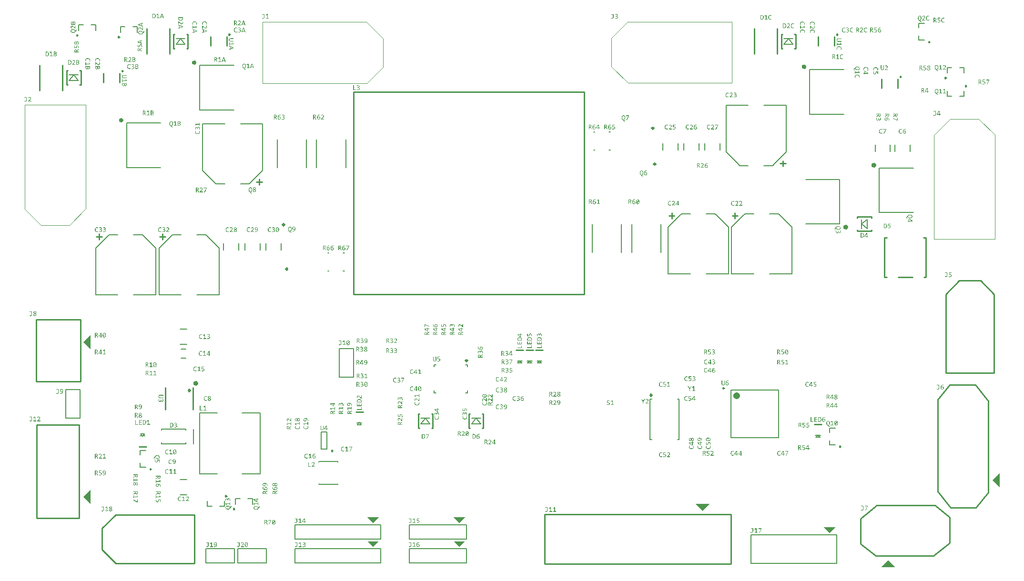
<source format=gto>
G04*
G04 #@! TF.GenerationSoftware,Altium Limited,Altium Designer,24.10.1 (45)*
G04*
G04 Layer_Color=65535*
%FSLAX25Y25*%
%MOIN*%
G70*
G04*
G04 #@! TF.SameCoordinates,2ED57A9A-72F5-4DC9-83BB-2DC3BA24BD7A*
G04*
G04*
G04 #@! TF.FilePolarity,Positive*
G04*
G01*
G75*
%ADD10C,0.00984*%
%ADD11C,0.01181*%
%ADD12C,0.02362*%
%ADD13C,0.01575*%
%ADD14C,0.00591*%
%ADD15C,0.01000*%
%ADD16C,0.00787*%
%ADD17C,0.00600*%
%ADD18C,0.00500*%
%ADD19C,0.00472*%
G36*
X50197Y156496D02*
X45276Y161417D01*
X50197Y166339D01*
Y156496D01*
D02*
G37*
G36*
X686024Y60039D02*
X681102Y64961D01*
X686024Y69882D01*
Y60039D01*
D02*
G37*
G36*
X50197Y48228D02*
X45276Y53150D01*
X50197Y58071D01*
Y48228D01*
D02*
G37*
G36*
X478346Y43307D02*
X473425Y48228D01*
X483268D01*
X478346Y43307D01*
D02*
G37*
G36*
X308150Y34843D02*
X304213Y38780D01*
X312087D01*
X308150Y34843D01*
D02*
G37*
G36*
X247874D02*
X243937Y38780D01*
X251811D01*
X247874Y34843D01*
D02*
G37*
G36*
X567165Y28032D02*
X563228Y31969D01*
X571102D01*
X567165Y28032D01*
D02*
G37*
G36*
X308150Y18110D02*
X304213Y22047D01*
X312087D01*
X308150Y18110D01*
D02*
G37*
G36*
X247874D02*
X243937Y22047D01*
X251811D01*
X247874Y18110D01*
D02*
G37*
G36*
X613189Y3937D02*
X603346D01*
X608268Y8858D01*
X613189Y3937D01*
D02*
G37*
G36*
X412649Y120741D02*
X412715Y120735D01*
X412748D01*
X412775Y120730D01*
X412835Y120724D01*
X412906Y120713D01*
X412922D01*
X412944Y120708D01*
X412966D01*
X413026Y120697D01*
X413097Y120686D01*
X413113D01*
X413135Y120681D01*
X413157Y120675D01*
X413217Y120664D01*
X413277Y120653D01*
Y120260D01*
X413266D01*
X413244Y120271D01*
X413206Y120277D01*
X413157Y120288D01*
X413102Y120298D01*
X413037Y120315D01*
X412895Y120337D01*
X412889D01*
X412862Y120342D01*
X412829Y120348D01*
X412780Y120353D01*
X412726Y120359D01*
X412660Y120364D01*
X412529Y120369D01*
X412469D01*
X412404Y120364D01*
X412322Y120353D01*
X412229Y120337D01*
X412136Y120315D01*
X412054Y120282D01*
X411978Y120238D01*
X411972Y120233D01*
X411950Y120217D01*
X411923Y120189D01*
X411890Y120151D01*
X411858Y120102D01*
X411830Y120042D01*
X411808Y119976D01*
X411803Y119900D01*
Y119894D01*
Y119878D01*
X411808Y119856D01*
X411814Y119823D01*
X411836Y119752D01*
X411852Y119714D01*
X411874Y119676D01*
X411879Y119670D01*
X411885Y119660D01*
X411901Y119643D01*
X411923Y119621D01*
X411983Y119567D01*
X412060Y119507D01*
X412065Y119501D01*
X412081Y119496D01*
X412103Y119479D01*
X412142Y119463D01*
X412180Y119441D01*
X412223Y119419D01*
X412333Y119376D01*
X412338D01*
X412360Y119365D01*
X412387Y119354D01*
X412431Y119337D01*
X412475Y119321D01*
X412524Y119299D01*
X412638Y119250D01*
X412644D01*
X412666Y119239D01*
X412698Y119228D01*
X412737Y119212D01*
X412786Y119190D01*
X412835Y119168D01*
X412950Y119114D01*
X412955Y119108D01*
X412977Y119103D01*
X413004Y119086D01*
X413042Y119064D01*
X413130Y119004D01*
X413217Y118933D01*
X413223Y118928D01*
X413239Y118917D01*
X413261Y118895D01*
X413288Y118862D01*
X413315Y118830D01*
X413348Y118786D01*
X413408Y118688D01*
X413414Y118682D01*
X413419Y118660D01*
X413430Y118633D01*
X413447Y118595D01*
X413463Y118546D01*
X413474Y118486D01*
X413479Y118426D01*
X413485Y118355D01*
Y118344D01*
Y118316D01*
X413479Y118273D01*
X413474Y118218D01*
X413463Y118158D01*
X413441Y118087D01*
X413419Y118016D01*
X413386Y117951D01*
X413381Y117945D01*
X413370Y117923D01*
X413348Y117891D01*
X413321Y117852D01*
X413283Y117809D01*
X413239Y117760D01*
X413184Y117710D01*
X413124Y117667D01*
X413119Y117661D01*
X413097Y117650D01*
X413059Y117629D01*
X413015Y117601D01*
X412955Y117574D01*
X412889Y117547D01*
X412813Y117519D01*
X412726Y117497D01*
X412715D01*
X412687Y117487D01*
X412638Y117481D01*
X412573Y117470D01*
X412496Y117459D01*
X412409Y117454D01*
X412311Y117443D01*
X412131D01*
X412087Y117448D01*
X412049D01*
X411950Y117454D01*
X411929D01*
X411907Y117459D01*
X411874D01*
X411798Y117470D01*
X411710Y117481D01*
X411688D01*
X411666Y117487D01*
X411639D01*
X411568Y117497D01*
X411492Y117508D01*
X411486D01*
X411475Y117514D01*
X411454Y117519D01*
X411432Y117525D01*
X411372Y117541D01*
X411306Y117558D01*
Y117978D01*
X411317Y117973D01*
X411339Y117967D01*
X411377Y117956D01*
X411426Y117940D01*
X411486Y117918D01*
X411557Y117902D01*
X411634Y117885D01*
X411716Y117869D01*
X411727D01*
X411754Y117863D01*
X411803Y117858D01*
X411868Y117852D01*
X411945Y117841D01*
X412032Y117836D01*
X412131Y117831D01*
X412316D01*
X412365Y117836D01*
X412420D01*
X412480Y117847D01*
X412540Y117852D01*
X412600Y117863D01*
X412606D01*
X412628Y117869D01*
X412649Y117880D01*
X412687Y117885D01*
X412764Y117918D01*
X412840Y117956D01*
X412846Y117962D01*
X412857Y117967D01*
X412873Y117983D01*
X412895Y118000D01*
X412944Y118049D01*
X412982Y118114D01*
Y118120D01*
X412988Y118131D01*
X412999Y118153D01*
X413004Y118180D01*
X413015Y118213D01*
X413021Y118251D01*
X413026Y118333D01*
Y118338D01*
Y118355D01*
X413021Y118377D01*
X413015Y118409D01*
X412993Y118480D01*
X412977Y118513D01*
X412950Y118551D01*
X412944Y118557D01*
X412939Y118568D01*
X412922Y118584D01*
X412900Y118606D01*
X412873Y118633D01*
X412840Y118660D01*
X412758Y118715D01*
X412753Y118720D01*
X412737Y118726D01*
X412715Y118742D01*
X412682Y118759D01*
X412644Y118781D01*
X412600Y118802D01*
X412491Y118851D01*
X412486Y118857D01*
X412464Y118862D01*
X412436Y118873D01*
X412393Y118890D01*
X412349Y118906D01*
X412294Y118928D01*
X412180Y118972D01*
X412174Y118977D01*
X412152Y118983D01*
X412125Y118999D01*
X412087Y119015D01*
X412038Y119037D01*
X411989Y119059D01*
X411874Y119114D01*
X411868Y119119D01*
X411847Y119130D01*
X411819Y119141D01*
X411781Y119163D01*
X411743Y119190D01*
X411694Y119217D01*
X411601Y119288D01*
X411595Y119294D01*
X411585Y119305D01*
X411563Y119326D01*
X411536Y119359D01*
X411508Y119392D01*
X411475Y119436D01*
X411415Y119529D01*
X411410Y119534D01*
X411404Y119556D01*
X411393Y119583D01*
X411383Y119621D01*
X411366Y119670D01*
X411355Y119725D01*
X411350Y119791D01*
X411344Y119856D01*
Y119862D01*
Y119884D01*
X411350Y119916D01*
X411355Y119960D01*
X411361Y120009D01*
X411372Y120064D01*
X411388Y120124D01*
X411410Y120184D01*
X411415Y120189D01*
X411421Y120211D01*
X411443Y120238D01*
X411465Y120277D01*
X411492Y120320D01*
X411530Y120369D01*
X411574Y120419D01*
X411623Y120468D01*
X411628Y120473D01*
X411650Y120490D01*
X411683Y120511D01*
X411727Y120539D01*
X411776Y120571D01*
X411841Y120604D01*
X411912Y120637D01*
X411994Y120670D01*
X412005Y120675D01*
X412038Y120681D01*
X412081Y120692D01*
X412147Y120708D01*
X412229Y120724D01*
X412322Y120735D01*
X412425Y120741D01*
X412540Y120746D01*
X412595D01*
X412649Y120741D01*
D02*
G37*
G36*
X415538Y117885D02*
X416253D01*
Y117487D01*
X414238D01*
Y117885D01*
X415063D01*
Y120227D01*
X414293Y119813D01*
X414140Y120178D01*
X415155Y120713D01*
X415538D01*
Y117885D01*
D02*
G37*
G36*
X130545Y113943D02*
X131260D01*
Y113544D01*
X129245D01*
Y113943D01*
X130070D01*
Y116285D01*
X129300Y115870D01*
X129147Y116236D01*
X130163Y116771D01*
X130545D01*
Y113943D01*
D02*
G37*
G36*
X127056Y113915D02*
X128465D01*
Y113544D01*
X126614D01*
Y116754D01*
X127056D01*
Y113915D01*
D02*
G37*
G36*
X643970Y129315D02*
Y129304D01*
Y129282D01*
X643964Y129239D01*
Y129190D01*
X643953Y129130D01*
X643942Y129064D01*
X643926Y128993D01*
X643904Y128922D01*
Y128917D01*
X643893Y128889D01*
X643877Y128857D01*
X643861Y128813D01*
X643833Y128764D01*
X643800Y128709D01*
X643762Y128655D01*
X643719Y128600D01*
X643713Y128595D01*
X643697Y128578D01*
X643670Y128551D01*
X643631Y128524D01*
X643588Y128485D01*
X643533Y128453D01*
X643473Y128414D01*
X643402Y128382D01*
X643391Y128376D01*
X643369Y128371D01*
X643331Y128360D01*
X643276Y128343D01*
X643211Y128327D01*
X643140Y128316D01*
X643052Y128311D01*
X642960Y128305D01*
X642900D01*
X642840Y128311D01*
X642769Y128322D01*
X642752D01*
X642730Y128327D01*
X642708Y128332D01*
X642649Y128338D01*
X642578Y128354D01*
X642572D01*
X642561Y128360D01*
X642545Y128365D01*
X642523Y128371D01*
X642463Y128387D01*
X642403Y128409D01*
X642397D01*
X642392Y128414D01*
X642354Y128431D01*
X642310Y128453D01*
X642266Y128485D01*
Y128928D01*
X642272Y128922D01*
X642294Y128911D01*
X642321Y128889D01*
X642365Y128862D01*
X642414Y128835D01*
X642468Y128802D01*
X642534Y128775D01*
X642599Y128747D01*
X642610D01*
X642632Y128736D01*
X642670Y128731D01*
X642714Y128720D01*
X642769Y128709D01*
X642834Y128698D01*
X642900Y128693D01*
X642965Y128687D01*
X643009D01*
X643058Y128698D01*
X643118Y128709D01*
X643184Y128726D01*
X643255Y128753D01*
X643320Y128791D01*
X643380Y128846D01*
X643386Y128851D01*
X643402Y128878D01*
X643429Y128917D01*
X643457Y128966D01*
X643478Y129031D01*
X643506Y129113D01*
X643522Y129211D01*
X643528Y129321D01*
Y131172D01*
X642310D01*
Y131548D01*
X643970D01*
Y129315D01*
D02*
G37*
G36*
X646853Y131177D02*
X646454D01*
X646405Y131172D01*
X646334Y131166D01*
X646257Y131161D01*
X646176Y131150D01*
X646088Y131128D01*
X646006Y131106D01*
X645995Y131101D01*
X645974Y131095D01*
X645930Y131079D01*
X645881Y131057D01*
X645826Y131030D01*
X645766Y130991D01*
X645706Y130953D01*
X645651Y130910D01*
X645646Y130904D01*
X645630Y130888D01*
X645602Y130860D01*
X645570Y130822D01*
X645537Y130779D01*
X645499Y130729D01*
X645466Y130669D01*
X645433Y130604D01*
X645428Y130598D01*
X645422Y130571D01*
X645406Y130538D01*
X645395Y130489D01*
X645373Y130429D01*
X645362Y130364D01*
X645346Y130292D01*
X645335Y130211D01*
X645329Y130112D01*
X645335Y130118D01*
X645357Y130129D01*
X645389Y130145D01*
X645433Y130161D01*
X645482Y130183D01*
X645542Y130211D01*
X645613Y130233D01*
X645684Y130254D01*
X645695Y130260D01*
X645722Y130265D01*
X645761Y130276D01*
X645815Y130287D01*
X645881Y130298D01*
X645957Y130304D01*
X646039Y130314D01*
X646165D01*
X646214Y130309D01*
X646268Y130304D01*
X646334Y130298D01*
X646405Y130282D01*
X646476Y130265D01*
X646547Y130238D01*
X646558Y130233D01*
X646580Y130227D01*
X646612Y130211D01*
X646656Y130189D01*
X646705Y130161D01*
X646754Y130123D01*
X646804Y130085D01*
X646853Y130041D01*
X646858Y130036D01*
X646875Y130019D01*
X646896Y129992D01*
X646924Y129954D01*
X646951Y129910D01*
X646984Y129861D01*
X647011Y129801D01*
X647038Y129736D01*
X647044Y129730D01*
X647049Y129703D01*
X647060Y129670D01*
X647071Y129621D01*
X647082Y129566D01*
X647093Y129501D01*
X647104Y129430D01*
Y129353D01*
Y129342D01*
Y129315D01*
X647098Y129271D01*
X647093Y129217D01*
X647082Y129151D01*
X647071Y129080D01*
X647049Y129009D01*
X647022Y128933D01*
X647016Y128922D01*
X647006Y128900D01*
X646989Y128867D01*
X646962Y128818D01*
X646929Y128769D01*
X646891Y128715D01*
X646847Y128655D01*
X646793Y128600D01*
X646787Y128595D01*
X646765Y128578D01*
X646733Y128551D01*
X646694Y128518D01*
X646640Y128485D01*
X646580Y128447D01*
X646514Y128409D01*
X646438Y128376D01*
X646427Y128371D01*
X646399Y128365D01*
X646361Y128349D01*
X646301Y128338D01*
X646236Y128322D01*
X646159Y128305D01*
X646072Y128300D01*
X645979Y128294D01*
X645935D01*
X645886Y128300D01*
X645821Y128305D01*
X645744Y128316D01*
X645668Y128327D01*
X645586Y128349D01*
X645504Y128376D01*
X645493Y128382D01*
X645471Y128393D01*
X645433Y128414D01*
X645384Y128442D01*
X645335Y128480D01*
X645275Y128524D01*
X645220Y128578D01*
X645165Y128638D01*
X645160Y128649D01*
X645144Y128671D01*
X645116Y128709D01*
X645089Y128758D01*
X645056Y128824D01*
X645018Y128900D01*
X644985Y128982D01*
X644958Y129080D01*
Y129086D01*
X644953Y129091D01*
Y129108D01*
X644947Y129130D01*
X644936Y129184D01*
X644925Y129261D01*
X644909Y129353D01*
X644898Y129463D01*
X644893Y129583D01*
X644887Y129714D01*
Y129719D01*
Y129725D01*
Y129757D01*
Y129801D01*
X644893Y129867D01*
Y129938D01*
X644898Y130019D01*
X644914Y130189D01*
Y130200D01*
X644920Y130227D01*
X644931Y130271D01*
X644942Y130331D01*
X644953Y130396D01*
X644974Y130467D01*
X645018Y130620D01*
X645024Y130631D01*
X645035Y130653D01*
X645051Y130697D01*
X645073Y130746D01*
X645100Y130806D01*
X645133Y130866D01*
X645215Y130997D01*
X645220Y131002D01*
X645236Y131024D01*
X645264Y131057D01*
X645302Y131095D01*
X645346Y131144D01*
X645395Y131188D01*
X645455Y131237D01*
X645520Y131286D01*
X645531Y131292D01*
X645553Y131308D01*
X645591Y131330D01*
X645646Y131357D01*
X645706Y131390D01*
X645783Y131423D01*
X645864Y131450D01*
X645952Y131477D01*
X645957D01*
X645963Y131483D01*
X645995Y131488D01*
X646050Y131499D01*
X646121Y131516D01*
X646203Y131527D01*
X646301Y131537D01*
X646410Y131543D01*
X646530Y131548D01*
X646853D01*
Y131177D01*
D02*
G37*
G36*
X590847Y44664D02*
Y44653D01*
Y44631D01*
X590842Y44588D01*
Y44539D01*
X590831Y44478D01*
X590820Y44413D01*
X590804Y44342D01*
X590782Y44271D01*
Y44265D01*
X590771Y44238D01*
X590755Y44205D01*
X590738Y44162D01*
X590711Y44113D01*
X590678Y44058D01*
X590640Y44003D01*
X590596Y43949D01*
X590591Y43943D01*
X590575Y43927D01*
X590547Y43900D01*
X590509Y43872D01*
X590465Y43834D01*
X590411Y43801D01*
X590351Y43763D01*
X590280Y43730D01*
X590269Y43725D01*
X590247Y43720D01*
X590209Y43709D01*
X590154Y43692D01*
X590089Y43676D01*
X590018Y43665D01*
X589930Y43659D01*
X589837Y43654D01*
X589777D01*
X589717Y43659D01*
X589646Y43670D01*
X589630D01*
X589608Y43676D01*
X589586Y43681D01*
X589526Y43687D01*
X589455Y43703D01*
X589450D01*
X589439Y43709D01*
X589422Y43714D01*
X589401Y43720D01*
X589340Y43736D01*
X589281Y43758D01*
X589275D01*
X589269Y43763D01*
X589231Y43780D01*
X589188Y43801D01*
X589144Y43834D01*
Y44276D01*
X589149Y44271D01*
X589171Y44260D01*
X589198Y44238D01*
X589242Y44211D01*
X589291Y44184D01*
X589346Y44151D01*
X589411Y44124D01*
X589477Y44096D01*
X589488D01*
X589510Y44085D01*
X589548Y44080D01*
X589592Y44069D01*
X589646Y44058D01*
X589712Y44047D01*
X589777Y44042D01*
X589843Y44036D01*
X589887D01*
X589936Y44047D01*
X589996Y44058D01*
X590061Y44074D01*
X590132Y44102D01*
X590198Y44140D01*
X590258Y44194D01*
X590263Y44200D01*
X590280Y44227D01*
X590307Y44265D01*
X590334Y44315D01*
X590356Y44380D01*
X590383Y44462D01*
X590400Y44560D01*
X590405Y44669D01*
Y46521D01*
X589188D01*
Y46897D01*
X590847D01*
Y44664D01*
D02*
G37*
G36*
X593927Y46499D02*
X592578Y43687D01*
X592087D01*
X593485Y46499D01*
X591754D01*
Y46897D01*
X593927D01*
Y46499D01*
D02*
G37*
G36*
X483056Y84893D02*
X481729D01*
Y83992D01*
X482090D01*
X482150Y83986D01*
X482221Y83981D01*
X482292Y83975D01*
X482455Y83948D01*
X482466D01*
X482494Y83937D01*
X482537Y83926D01*
X482586Y83915D01*
X482652Y83894D01*
X482718Y83866D01*
X482783Y83839D01*
X482849Y83801D01*
X482854Y83795D01*
X482876Y83784D01*
X482909Y83757D01*
X482947Y83730D01*
X482991Y83686D01*
X483034Y83642D01*
X483078Y83582D01*
X483122Y83522D01*
X483127Y83517D01*
X483138Y83489D01*
X483154Y83451D01*
X483176Y83402D01*
X483198Y83337D01*
X483214Y83260D01*
X483225Y83178D01*
X483231Y83080D01*
Y83069D01*
Y83042D01*
X483225Y82993D01*
X483220Y82938D01*
X483204Y82867D01*
X483187Y82796D01*
X483160Y82720D01*
X483127Y82643D01*
X483122Y82632D01*
X483111Y82610D01*
X483083Y82572D01*
X483051Y82529D01*
X483012Y82474D01*
X482963Y82419D01*
X482903Y82359D01*
X482838Y82305D01*
X482832Y82299D01*
X482805Y82283D01*
X482767Y82256D01*
X482718Y82223D01*
X482652Y82190D01*
X482581Y82152D01*
X482499Y82119D01*
X482412Y82086D01*
X482401Y82081D01*
X482368Y82075D01*
X482319Y82064D01*
X482253Y82048D01*
X482177Y82032D01*
X482084Y82021D01*
X481986Y82015D01*
X481882Y82010D01*
X481789D01*
X481729Y82015D01*
X481697D01*
X481680Y82021D01*
X481626D01*
X481566Y82026D01*
X481538D01*
X481516Y82032D01*
X481462Y82037D01*
X481407Y82042D01*
X481396D01*
X481363Y82048D01*
X481320D01*
X481271Y82053D01*
Y82441D01*
X481276D01*
X481292Y82436D01*
X481320Y82430D01*
X481358Y82425D01*
X481402Y82414D01*
X481451Y82408D01*
X481511Y82397D01*
X481571Y82392D01*
X481604D01*
X481636Y82386D01*
X481735D01*
X481795Y82381D01*
X481991D01*
X482041Y82386D01*
X482090Y82392D01*
X482150Y82397D01*
X482270Y82425D01*
X482275D01*
X482297Y82436D01*
X482324Y82447D01*
X482363Y82463D01*
X482450Y82501D01*
X482537Y82561D01*
X482543Y82567D01*
X482554Y82578D01*
X482576Y82594D01*
X482603Y82621D01*
X482630Y82649D01*
X482657Y82687D01*
X482712Y82769D01*
X482718Y82774D01*
X482723Y82790D01*
X482734Y82818D01*
X482745Y82851D01*
X482756Y82894D01*
X482761Y82943D01*
X482772Y82993D01*
Y83053D01*
Y83058D01*
Y83064D01*
Y83080D01*
X482767Y83102D01*
X482761Y83151D01*
X482745Y83216D01*
X482718Y83287D01*
X482679Y83358D01*
X482625Y83424D01*
X482554Y83484D01*
X482543Y83489D01*
X482515Y83506D01*
X482466Y83528D01*
X482395Y83555D01*
X482308Y83582D01*
X482199Y83604D01*
X482073Y83621D01*
X481931Y83626D01*
X481325D01*
Y85264D01*
X483056D01*
Y84893D01*
D02*
G37*
G36*
X485016Y85308D02*
X485071D01*
X485131Y85297D01*
X485196Y85286D01*
X485267Y85269D01*
X485333Y85248D01*
X485338Y85242D01*
X485360Y85237D01*
X485393Y85220D01*
X485437Y85198D01*
X485486Y85171D01*
X485535Y85144D01*
X485633Y85062D01*
X485639Y85056D01*
X485655Y85040D01*
X485677Y85013D01*
X485710Y84980D01*
X485742Y84936D01*
X485775Y84887D01*
X485808Y84833D01*
X485835Y84767D01*
X485841Y84762D01*
X485846Y84734D01*
X485857Y84702D01*
X485873Y84652D01*
X485884Y84592D01*
X485895Y84527D01*
X485901Y84456D01*
X485906Y84374D01*
Y84368D01*
Y84341D01*
Y84308D01*
X485901Y84259D01*
X485895Y84210D01*
X485884Y84150D01*
X485857Y84030D01*
Y84025D01*
X485846Y84003D01*
X485835Y83970D01*
X485819Y83932D01*
X485797Y83883D01*
X485770Y83828D01*
X485704Y83713D01*
X485699Y83708D01*
X485688Y83686D01*
X485666Y83659D01*
X485639Y83615D01*
X485600Y83566D01*
X485557Y83511D01*
X485508Y83451D01*
X485453Y83391D01*
X485448Y83386D01*
X485426Y83364D01*
X485393Y83331D01*
X485355Y83287D01*
X485300Y83233D01*
X485240Y83173D01*
X485175Y83102D01*
X485098Y83031D01*
X484519Y82463D01*
X486081D01*
Y82053D01*
X483962D01*
Y82436D01*
X484787Y83260D01*
X484798Y83271D01*
X484820Y83293D01*
X484858Y83331D01*
X484907Y83380D01*
X484962Y83435D01*
X485016Y83495D01*
X485071Y83555D01*
X485120Y83610D01*
X485125Y83615D01*
X485142Y83637D01*
X485164Y83664D01*
X485191Y83697D01*
X485224Y83741D01*
X485256Y83784D01*
X485317Y83877D01*
X485322Y83883D01*
X485327Y83899D01*
X485344Y83921D01*
X485360Y83953D01*
X485393Y84025D01*
X485415Y84106D01*
Y84112D01*
X485420Y84128D01*
X485426Y84150D01*
X485431Y84177D01*
Y84210D01*
X485437Y84254D01*
X485442Y84341D01*
Y84347D01*
Y84363D01*
Y84385D01*
X485437Y84412D01*
X485431Y84489D01*
X485409Y84565D01*
Y84570D01*
X485404Y84581D01*
X485398Y84603D01*
X485388Y84631D01*
X485355Y84691D01*
X485311Y84756D01*
X485306Y84762D01*
X485300Y84772D01*
X485284Y84784D01*
X485267Y84805D01*
X485207Y84843D01*
X485136Y84887D01*
X485131D01*
X485120Y84893D01*
X485098Y84904D01*
X485065Y84914D01*
X485027Y84920D01*
X484989Y84931D01*
X484940Y84936D01*
X484852D01*
X484814Y84931D01*
X484765Y84925D01*
X484705Y84914D01*
X484645Y84898D01*
X484579Y84876D01*
X484514Y84843D01*
X484508Y84838D01*
X484487Y84827D01*
X484454Y84805D01*
X484410Y84778D01*
X484366Y84745D01*
X484312Y84707D01*
X484263Y84658D01*
X484208Y84609D01*
X483973Y84887D01*
X483984Y84898D01*
X484006Y84920D01*
X484044Y84953D01*
X484094Y84996D01*
X484154Y85045D01*
X484225Y85095D01*
X484301Y85149D01*
X484388Y85193D01*
X484394D01*
X484399Y85198D01*
X484432Y85209D01*
X484481Y85231D01*
X484547Y85253D01*
X484628Y85275D01*
X484721Y85297D01*
X484825Y85308D01*
X484940Y85313D01*
X484978D01*
X485016Y85308D01*
D02*
G37*
G36*
X479441Y85259D02*
X479507D01*
X479584Y85248D01*
X479665Y85237D01*
X479747Y85220D01*
X479824Y85198D01*
X479835D01*
X479856Y85188D01*
X479895Y85171D01*
X479938Y85155D01*
X479993Y85133D01*
X480048Y85100D01*
X480102Y85067D01*
X480151Y85029D01*
X480157Y85024D01*
X480173Y85007D01*
X480195Y84986D01*
X480222Y84953D01*
X480255Y84914D01*
X480288Y84871D01*
X480315Y84816D01*
X480342Y84762D01*
X480348Y84756D01*
X480353Y84734D01*
X480364Y84702D01*
X480375Y84658D01*
X480386Y84609D01*
X480397Y84549D01*
X480408Y84489D01*
Y84418D01*
Y84412D01*
Y84390D01*
Y84363D01*
X480403Y84325D01*
X480397Y84281D01*
X480386Y84232D01*
X480359Y84128D01*
Y84123D01*
X480353Y84106D01*
X480342Y84079D01*
X480326Y84052D01*
X480288Y83970D01*
X480228Y83888D01*
X480222Y83883D01*
X480211Y83872D01*
X480195Y83850D01*
X480168Y83823D01*
X480135Y83795D01*
X480097Y83762D01*
X480009Y83697D01*
X480004Y83691D01*
X479987Y83686D01*
X479960Y83670D01*
X479927Y83653D01*
X479884Y83637D01*
X479835Y83615D01*
X479775Y83599D01*
X479714Y83582D01*
X479720D01*
X479736Y83571D01*
X479764Y83560D01*
X479796Y83544D01*
X479829Y83522D01*
X479867Y83489D01*
X479906Y83457D01*
X479944Y83413D01*
X479949Y83407D01*
X479960Y83391D01*
X479982Y83369D01*
X480004Y83331D01*
X480037Y83287D01*
X480069Y83238D01*
X480102Y83173D01*
X480140Y83107D01*
X480654Y82053D01*
X480157D01*
X479676Y83080D01*
Y83085D01*
X479665Y83102D01*
X479655Y83118D01*
X479643Y83145D01*
X479605Y83211D01*
X479562Y83271D01*
Y83276D01*
X479551Y83287D01*
X479529Y83320D01*
X479491Y83358D01*
X479441Y83397D01*
X479436D01*
X479431Y83402D01*
X479398Y83424D01*
X479354Y83440D01*
X479300Y83462D01*
X479294D01*
X479289Y83468D01*
X479272D01*
X479250Y83473D01*
X479196Y83478D01*
X479125Y83484D01*
X478923D01*
Y82053D01*
X478486D01*
Y85264D01*
X479392D01*
X479441Y85259D01*
D02*
G37*
G36*
X176666Y36637D02*
X175318Y33825D01*
X174826D01*
X176224Y36637D01*
X174493D01*
Y37036D01*
X176666D01*
Y36637D01*
D02*
G37*
G36*
X172812Y37030D02*
X172877D01*
X172953Y37019D01*
X173035Y37008D01*
X173117Y36992D01*
X173194Y36970D01*
X173205D01*
X173226Y36959D01*
X173265Y36943D01*
X173308Y36926D01*
X173363Y36904D01*
X173418Y36872D01*
X173472Y36839D01*
X173521Y36801D01*
X173527Y36795D01*
X173543Y36779D01*
X173565Y36757D01*
X173592Y36724D01*
X173625Y36686D01*
X173658Y36643D01*
X173685Y36588D01*
X173713Y36533D01*
X173718Y36528D01*
X173723Y36506D01*
X173734Y36473D01*
X173745Y36430D01*
X173756Y36380D01*
X173767Y36320D01*
X173778Y36260D01*
Y36189D01*
Y36184D01*
Y36162D01*
Y36135D01*
X173773Y36097D01*
X173767Y36053D01*
X173756Y36004D01*
X173729Y35900D01*
Y35894D01*
X173723Y35878D01*
X173713Y35851D01*
X173696Y35824D01*
X173658Y35742D01*
X173598Y35660D01*
X173592Y35654D01*
X173581Y35643D01*
X173565Y35621D01*
X173538Y35594D01*
X173505Y35567D01*
X173467Y35534D01*
X173379Y35469D01*
X173374Y35463D01*
X173358Y35458D01*
X173330Y35441D01*
X173298Y35425D01*
X173254Y35408D01*
X173205Y35387D01*
X173145Y35370D01*
X173085Y35354D01*
X173090D01*
X173106Y35343D01*
X173134Y35332D01*
X173167Y35316D01*
X173199Y35294D01*
X173237Y35261D01*
X173276Y35228D01*
X173314Y35185D01*
X173319Y35179D01*
X173330Y35163D01*
X173352Y35141D01*
X173374Y35103D01*
X173407Y35059D01*
X173440Y35010D01*
X173472Y34944D01*
X173510Y34879D01*
X174024Y33825D01*
X173527D01*
X173046Y34852D01*
Y34857D01*
X173035Y34873D01*
X173024Y34890D01*
X173014Y34917D01*
X172975Y34983D01*
X172932Y35043D01*
Y35048D01*
X172921Y35059D01*
X172899Y35092D01*
X172861Y35130D01*
X172812Y35168D01*
X172806D01*
X172801Y35174D01*
X172768Y35196D01*
X172724Y35212D01*
X172670Y35234D01*
X172664D01*
X172659Y35239D01*
X172642D01*
X172620Y35245D01*
X172566Y35250D01*
X172495Y35256D01*
X172293D01*
Y33825D01*
X171856D01*
Y37036D01*
X172762D01*
X172812Y37030D01*
D02*
G37*
G36*
X178474Y37079D02*
X178534Y37074D01*
X178605Y37063D01*
X178686Y37041D01*
X178763Y37019D01*
X178845Y36986D01*
X178856Y36981D01*
X178883Y36970D01*
X178921Y36943D01*
X178970Y36910D01*
X179025Y36872D01*
X179085Y36817D01*
X179145Y36757D01*
X179205Y36686D01*
X179211Y36675D01*
X179233Y36648D01*
X179260Y36604D01*
X179293Y36544D01*
X179331Y36473D01*
X179369Y36380D01*
X179407Y36282D01*
X179440Y36167D01*
Y36162D01*
X179446Y36151D01*
Y36135D01*
X179451Y36113D01*
X179462Y36080D01*
X179467Y36047D01*
X179473Y36004D01*
X179484Y35960D01*
X179495Y35851D01*
X179511Y35725D01*
X179516Y35583D01*
X179522Y35430D01*
Y35425D01*
Y35414D01*
Y35392D01*
Y35370D01*
Y35337D01*
X179516Y35299D01*
X179511Y35206D01*
X179506Y35103D01*
X179489Y34988D01*
X179473Y34868D01*
X179446Y34753D01*
Y34748D01*
X179440Y34742D01*
Y34726D01*
X179435Y34704D01*
X179413Y34650D01*
X179391Y34579D01*
X179358Y34497D01*
X179320Y34409D01*
X179276Y34322D01*
X179222Y34235D01*
X179216Y34224D01*
X179194Y34196D01*
X179162Y34158D01*
X179118Y34109D01*
X179069Y34054D01*
X179003Y34000D01*
X178932Y33945D01*
X178850Y33896D01*
X178839Y33891D01*
X178812Y33880D01*
X178763Y33858D01*
X178703Y33841D01*
X178627Y33820D01*
X178539Y33798D01*
X178441Y33787D01*
X178332Y33781D01*
X178288D01*
X178239Y33787D01*
X178173Y33792D01*
X178102Y33803D01*
X178020Y33820D01*
X177938Y33841D01*
X177857Y33874D01*
X177846Y33880D01*
X177824Y33891D01*
X177786Y33918D01*
X177736Y33951D01*
X177676Y33989D01*
X177616Y34043D01*
X177556Y34104D01*
X177496Y34174D01*
X177491Y34185D01*
X177474Y34213D01*
X177447Y34256D01*
X177414Y34317D01*
X177376Y34387D01*
X177338Y34475D01*
X177300Y34579D01*
X177267Y34688D01*
Y34693D01*
X177261Y34704D01*
Y34721D01*
X177256Y34742D01*
X177251Y34775D01*
X177245Y34808D01*
X177234Y34852D01*
X177229Y34895D01*
X177212Y35004D01*
X177201Y35130D01*
X177196Y35278D01*
X177190Y35430D01*
Y35436D01*
Y35447D01*
Y35469D01*
Y35490D01*
Y35523D01*
X177196Y35561D01*
X177201Y35654D01*
X177207Y35758D01*
X177223Y35867D01*
X177240Y35987D01*
X177261Y36102D01*
Y36107D01*
X177267Y36118D01*
X177272Y36129D01*
X177278Y36151D01*
X177294Y36211D01*
X177316Y36282D01*
X177349Y36364D01*
X177387Y36451D01*
X177436Y36539D01*
X177485Y36626D01*
X177491Y36637D01*
X177513Y36664D01*
X177545Y36702D01*
X177589Y36752D01*
X177638Y36806D01*
X177704Y36861D01*
X177775Y36915D01*
X177857Y36965D01*
X177867Y36970D01*
X177895Y36981D01*
X177944Y37003D01*
X178004Y37025D01*
X178080Y37047D01*
X178173Y37068D01*
X178272Y37079D01*
X178381Y37085D01*
X178424D01*
X178474Y37079D01*
D02*
G37*
G36*
X172187Y62839D02*
X172230D01*
X172285Y62833D01*
X172345Y62828D01*
X172471Y62817D01*
X172607Y62795D01*
X172744Y62768D01*
X172875Y62730D01*
X172880D01*
X172891Y62724D01*
X172907Y62719D01*
X172929Y62708D01*
X172995Y62681D01*
X173071Y62642D01*
X173159Y62599D01*
X173251Y62539D01*
X173344Y62468D01*
X173432Y62391D01*
X173443Y62380D01*
X173470Y62353D01*
X173508Y62304D01*
X173552Y62244D01*
X173606Y62162D01*
X173661Y62069D01*
X173710Y61965D01*
X173754Y61845D01*
Y61840D01*
X173759Y61829D01*
X173765Y61812D01*
X173770Y61785D01*
X173776Y61758D01*
X173786Y61720D01*
X173792Y61676D01*
X173803Y61627D01*
X173819Y61518D01*
X173836Y61392D01*
X173847Y61245D01*
X173852Y61092D01*
Y60824D01*
X173481D01*
Y61174D01*
X173475Y61234D01*
Y61305D01*
X173464Y61392D01*
X173453Y61485D01*
X173443Y61578D01*
X173421Y61665D01*
Y61671D01*
X173415Y61676D01*
X173410Y61703D01*
X173393Y61747D01*
X173372Y61801D01*
X173344Y61862D01*
X173311Y61927D01*
X173273Y61993D01*
X173230Y62053D01*
X173224Y62058D01*
X173208Y62080D01*
X173180Y62107D01*
X173142Y62140D01*
X173099Y62178D01*
X173049Y62217D01*
X172995Y62255D01*
X172929Y62287D01*
X172918Y62293D01*
X172897Y62298D01*
X172858Y62315D01*
X172809Y62331D01*
X172749Y62348D01*
X172678Y62364D01*
X172602Y62380D01*
X172520Y62391D01*
X172416Y62402D01*
X172422Y62397D01*
X172432Y62375D01*
X172449Y62342D01*
X172471Y62298D01*
X172493Y62244D01*
X172520Y62184D01*
X172542Y62113D01*
X172564Y62042D01*
Y62031D01*
X172574Y62009D01*
X172580Y61965D01*
X172591Y61911D01*
X172602Y61845D01*
X172607Y61774D01*
X172618Y61692D01*
Y61561D01*
X172613Y61518D01*
X172607Y61458D01*
X172602Y61392D01*
X172585Y61321D01*
X172569Y61245D01*
X172547Y61174D01*
X172542Y61168D01*
X172536Y61146D01*
X172520Y61108D01*
X172498Y61070D01*
X172465Y61021D01*
X172432Y60966D01*
X172394Y60917D01*
X172351Y60868D01*
X172345Y60862D01*
X172329Y60846D01*
X172301Y60824D01*
X172263Y60802D01*
X172220Y60770D01*
X172165Y60742D01*
X172110Y60715D01*
X172045Y60688D01*
X172039D01*
X172012Y60677D01*
X171979Y60671D01*
X171930Y60660D01*
X171876Y60649D01*
X171810Y60638D01*
X171739Y60633D01*
X171663Y60628D01*
X171652D01*
X171624D01*
X171581Y60633D01*
X171526Y60638D01*
X171461Y60644D01*
X171395Y60660D01*
X171319Y60677D01*
X171248Y60704D01*
X171237Y60710D01*
X171215Y60720D01*
X171177Y60737D01*
X171133Y60764D01*
X171078Y60797D01*
X171024Y60835D01*
X170964Y60879D01*
X170909Y60933D01*
X170904Y60939D01*
X170887Y60961D01*
X170860Y60993D01*
X170827Y61032D01*
X170789Y61086D01*
X170751Y61141D01*
X170713Y61212D01*
X170680Y61283D01*
X170674Y61294D01*
X170663Y61321D01*
X170652Y61359D01*
X170636Y61419D01*
X170620Y61485D01*
X170603Y61561D01*
X170598Y61649D01*
X170592Y61736D01*
Y61774D01*
X170598Y61823D01*
X170603Y61878D01*
X170614Y61944D01*
X170625Y62020D01*
X170647Y62096D01*
X170674Y62173D01*
X170680Y62184D01*
X170691Y62205D01*
X170707Y62244D01*
X170734Y62293D01*
X170773Y62353D01*
X170816Y62408D01*
X170865Y62468D01*
X170931Y62528D01*
X170936Y62533D01*
X170964Y62550D01*
X171002Y62577D01*
X171051Y62610D01*
X171117Y62648D01*
X171193Y62686D01*
X171286Y62724D01*
X171384Y62757D01*
X171390D01*
X171395Y62762D01*
X171411Y62768D01*
X171433Y62773D01*
X171461Y62779D01*
X171493Y62784D01*
X171575Y62801D01*
X171674Y62817D01*
X171788Y62833D01*
X171919Y62839D01*
X172067Y62844D01*
X172072D01*
X172089D01*
X172110D01*
X172143D01*
X172187Y62839D01*
D02*
G37*
G36*
X172918Y60125D02*
X172973Y60120D01*
X173038Y60109D01*
X173109Y60098D01*
X173180Y60076D01*
X173257Y60049D01*
X173268Y60043D01*
X173290Y60032D01*
X173322Y60016D01*
X173372Y59989D01*
X173421Y59956D01*
X173475Y59918D01*
X173535Y59874D01*
X173590Y59820D01*
X173595Y59814D01*
X173612Y59792D01*
X173639Y59759D01*
X173672Y59721D01*
X173705Y59667D01*
X173743Y59607D01*
X173781Y59541D01*
X173814Y59465D01*
X173819Y59454D01*
X173825Y59426D01*
X173841Y59388D01*
X173852Y59328D01*
X173868Y59263D01*
X173885Y59186D01*
X173890Y59099D01*
X173896Y59006D01*
Y58962D01*
X173890Y58913D01*
X173885Y58848D01*
X173874Y58771D01*
X173863Y58695D01*
X173841Y58613D01*
X173814Y58531D01*
X173808Y58520D01*
X173798Y58498D01*
X173776Y58460D01*
X173748Y58411D01*
X173710Y58362D01*
X173666Y58302D01*
X173612Y58247D01*
X173552Y58192D01*
X173541Y58187D01*
X173519Y58171D01*
X173481Y58143D01*
X173432Y58116D01*
X173366Y58083D01*
X173290Y58045D01*
X173208Y58012D01*
X173109Y57985D01*
X173104D01*
X173099Y57980D01*
X173082D01*
X173060Y57974D01*
X173006Y57963D01*
X172929Y57952D01*
X172836Y57936D01*
X172727Y57925D01*
X172607Y57919D01*
X172476Y57914D01*
X172471D01*
X172465D01*
X172432D01*
X172389D01*
X172323Y57919D01*
X172252D01*
X172170Y57925D01*
X172001Y57941D01*
X171990D01*
X171963Y57947D01*
X171919Y57958D01*
X171859Y57969D01*
X171794Y57980D01*
X171723Y58001D01*
X171570Y58045D01*
X171559Y58051D01*
X171537Y58061D01*
X171493Y58078D01*
X171444Y58100D01*
X171384Y58127D01*
X171324Y58160D01*
X171193Y58242D01*
X171188Y58247D01*
X171166Y58263D01*
X171133Y58291D01*
X171095Y58329D01*
X171046Y58373D01*
X171002Y58422D01*
X170953Y58482D01*
X170904Y58547D01*
X170898Y58558D01*
X170882Y58580D01*
X170860Y58618D01*
X170833Y58673D01*
X170800Y58733D01*
X170767Y58809D01*
X170740Y58891D01*
X170713Y58979D01*
Y58984D01*
X170707Y58990D01*
X170702Y59022D01*
X170691Y59077D01*
X170674Y59148D01*
X170663Y59230D01*
X170652Y59328D01*
X170647Y59437D01*
X170642Y59557D01*
Y59880D01*
X171013D01*
Y59481D01*
X171018Y59432D01*
X171024Y59361D01*
X171029Y59284D01*
X171040Y59202D01*
X171062Y59115D01*
X171084Y59033D01*
X171089Y59022D01*
X171095Y59000D01*
X171111Y58957D01*
X171133Y58908D01*
X171160Y58853D01*
X171198Y58793D01*
X171237Y58733D01*
X171280Y58678D01*
X171286Y58673D01*
X171302Y58657D01*
X171329Y58629D01*
X171368Y58596D01*
X171411Y58564D01*
X171461Y58526D01*
X171521Y58493D01*
X171586Y58460D01*
X171592Y58455D01*
X171619Y58449D01*
X171652Y58433D01*
X171701Y58422D01*
X171761Y58400D01*
X171826Y58389D01*
X171897Y58373D01*
X171979Y58362D01*
X172078Y58356D01*
X172072Y58362D01*
X172061Y58384D01*
X172045Y58416D01*
X172028Y58460D01*
X172007Y58509D01*
X171979Y58569D01*
X171957Y58640D01*
X171936Y58711D01*
X171930Y58722D01*
X171925Y58749D01*
X171914Y58788D01*
X171903Y58842D01*
X171892Y58908D01*
X171887Y58984D01*
X171876Y59066D01*
Y59192D01*
X171881Y59241D01*
X171887Y59295D01*
X171892Y59361D01*
X171908Y59432D01*
X171925Y59503D01*
X171952Y59574D01*
X171957Y59585D01*
X171963Y59607D01*
X171979Y59639D01*
X172001Y59683D01*
X172028Y59732D01*
X172067Y59781D01*
X172105Y59830D01*
X172149Y59880D01*
X172154Y59885D01*
X172170Y59901D01*
X172198Y59923D01*
X172236Y59951D01*
X172280Y59978D01*
X172329Y60011D01*
X172389Y60038D01*
X172454Y60065D01*
X172460Y60071D01*
X172487Y60076D01*
X172520Y60087D01*
X172569Y60098D01*
X172624Y60109D01*
X172689Y60120D01*
X172760Y60131D01*
X172836D01*
X172847D01*
X172875D01*
X172918Y60125D01*
D02*
G37*
G36*
X173852Y56937D02*
X172826Y56456D01*
X172820D01*
X172804Y56445D01*
X172787Y56434D01*
X172760Y56423D01*
X172695Y56385D01*
X172634Y56341D01*
X172629D01*
X172618Y56331D01*
X172585Y56309D01*
X172547Y56270D01*
X172509Y56221D01*
Y56216D01*
X172503Y56211D01*
X172482Y56178D01*
X172465Y56134D01*
X172443Y56079D01*
Y56074D01*
X172438Y56068D01*
Y56052D01*
X172432Y56030D01*
X172427Y55976D01*
X172422Y55905D01*
Y55703D01*
X173852D01*
Y55266D01*
X170642D01*
Y56172D01*
X170647Y56221D01*
Y56287D01*
X170658Y56363D01*
X170669Y56445D01*
X170685Y56527D01*
X170707Y56604D01*
Y56615D01*
X170718Y56636D01*
X170734Y56675D01*
X170751Y56718D01*
X170773Y56773D01*
X170805Y56827D01*
X170838Y56882D01*
X170876Y56931D01*
X170882Y56937D01*
X170898Y56953D01*
X170920Y56975D01*
X170953Y57002D01*
X170991Y57035D01*
X171035Y57068D01*
X171089Y57095D01*
X171144Y57122D01*
X171149Y57128D01*
X171171Y57133D01*
X171204Y57144D01*
X171248Y57155D01*
X171297Y57166D01*
X171357Y57177D01*
X171417Y57188D01*
X171488D01*
X171493D01*
X171515D01*
X171543D01*
X171581Y57182D01*
X171624Y57177D01*
X171674Y57166D01*
X171777Y57139D01*
X171783D01*
X171799Y57133D01*
X171826Y57122D01*
X171854Y57106D01*
X171936Y57068D01*
X172018Y57008D01*
X172023Y57002D01*
X172034Y56991D01*
X172056Y56975D01*
X172083Y56948D01*
X172110Y56915D01*
X172143Y56877D01*
X172209Y56789D01*
X172214Y56784D01*
X172220Y56767D01*
X172236Y56740D01*
X172252Y56707D01*
X172269Y56664D01*
X172291Y56615D01*
X172307Y56554D01*
X172323Y56494D01*
Y56500D01*
X172334Y56516D01*
X172345Y56543D01*
X172362Y56576D01*
X172383Y56609D01*
X172416Y56647D01*
X172449Y56686D01*
X172493Y56724D01*
X172498Y56729D01*
X172514Y56740D01*
X172536Y56762D01*
X172574Y56784D01*
X172618Y56817D01*
X172667Y56849D01*
X172733Y56882D01*
X172798Y56920D01*
X173852Y57433D01*
Y56937D01*
D02*
G37*
G36*
X180010Y62847D02*
X180059Y62842D01*
X180114Y62831D01*
X180174Y62814D01*
X180239Y62792D01*
X180299Y62765D01*
X180305Y62760D01*
X180327Y62749D01*
X180354Y62732D01*
X180392Y62705D01*
X180436Y62672D01*
X180480Y62634D01*
X180523Y62585D01*
X180567Y62530D01*
X180573Y62525D01*
X180584Y62503D01*
X180605Y62470D01*
X180627Y62432D01*
X180654Y62378D01*
X180682Y62318D01*
X180709Y62252D01*
X180731Y62176D01*
Y62165D01*
X180742Y62143D01*
X180747Y62099D01*
X180758Y62045D01*
X180769Y61979D01*
X180775Y61908D01*
X180786Y61826D01*
Y61695D01*
X180780Y61646D01*
Y61580D01*
X180775Y61509D01*
X180764Y61433D01*
X180747Y61351D01*
X180731Y61275D01*
X180725Y61264D01*
X180720Y61242D01*
X180704Y61204D01*
X180687Y61155D01*
X180665Y61105D01*
X180638Y61045D01*
X180605Y60991D01*
X180567Y60936D01*
X180562Y60931D01*
X180545Y60914D01*
X180523Y60892D01*
X180496Y60860D01*
X180458Y60827D01*
X180414Y60794D01*
X180365Y60761D01*
X180316Y60734D01*
X180310D01*
X180289Y60723D01*
X180261Y60712D01*
X180218Y60701D01*
X180174Y60690D01*
X180119Y60680D01*
X180059Y60674D01*
X179994Y60669D01*
X179988D01*
X179983D01*
X179966D01*
X179945Y60674D01*
X179890Y60680D01*
X179819Y60690D01*
X179743Y60707D01*
X179655Y60739D01*
X179568Y60778D01*
X179486Y60832D01*
X179475Y60838D01*
X179448Y60865D01*
X179410Y60903D01*
X179355Y60958D01*
X179295Y61029D01*
X179229Y61116D01*
X179158Y61220D01*
X179093Y61340D01*
Y61335D01*
X179087Y61329D01*
X179077Y61313D01*
X179066Y61291D01*
X179033Y61236D01*
X178989Y61165D01*
X178935Y61089D01*
X178875Y61018D01*
X178809Y60941D01*
X178738Y60882D01*
X178727Y60876D01*
X178705Y60860D01*
X178662Y60838D01*
X178607Y60811D01*
X178541Y60783D01*
X178465Y60761D01*
X178383Y60745D01*
X178290Y60739D01*
X178285D01*
X178263D01*
X178236Y60745D01*
X178198D01*
X178148Y60756D01*
X178099Y60767D01*
X178050Y60778D01*
X177995Y60800D01*
X177990Y60805D01*
X177968Y60811D01*
X177941Y60827D01*
X177908Y60849D01*
X177864Y60876D01*
X177821Y60909D01*
X177777Y60947D01*
X177733Y60991D01*
X177728Y60996D01*
X177711Y61013D01*
X177695Y61040D01*
X177668Y61078D01*
X177640Y61127D01*
X177608Y61182D01*
X177580Y61242D01*
X177553Y61313D01*
X177548Y61324D01*
X177542Y61346D01*
X177531Y61389D01*
X177515Y61444D01*
X177504Y61509D01*
X177493Y61591D01*
X177488Y61679D01*
X177482Y61772D01*
Y61859D01*
X177488Y61919D01*
X177493Y61990D01*
X177504Y62061D01*
X177520Y62137D01*
X177537Y62208D01*
Y62219D01*
X177548Y62241D01*
X177559Y62274D01*
X177575Y62318D01*
X177597Y62367D01*
X177624Y62416D01*
X177657Y62470D01*
X177690Y62520D01*
X177695Y62525D01*
X177706Y62541D01*
X177728Y62563D01*
X177755Y62596D01*
X177793Y62623D01*
X177832Y62656D01*
X177881Y62689D01*
X177930Y62716D01*
X177935Y62722D01*
X177952Y62727D01*
X177984Y62738D01*
X178017Y62749D01*
X178066Y62760D01*
X178121Y62771D01*
X178176Y62782D01*
X178241D01*
X178247D01*
X178252D01*
X178268D01*
X178285D01*
X178339Y62776D01*
X178405Y62760D01*
X178481Y62743D01*
X178558Y62716D01*
X178640Y62678D01*
X178716Y62623D01*
X178727Y62618D01*
X178749Y62596D01*
X178787Y62558D01*
X178831Y62509D01*
X178885Y62449D01*
X178946Y62372D01*
X179006Y62279D01*
X179060Y62181D01*
X179066Y62186D01*
X179071Y62203D01*
X179087Y62230D01*
X179104Y62268D01*
X179131Y62307D01*
X179158Y62350D01*
X179218Y62443D01*
X179224Y62449D01*
X179235Y62465D01*
X179251Y62487D01*
X179273Y62520D01*
X179333Y62585D01*
X179410Y62656D01*
X179415Y62661D01*
X179426Y62672D01*
X179448Y62689D01*
X179475Y62711D01*
X179513Y62732D01*
X179551Y62754D01*
X179644Y62798D01*
X179650D01*
X179666Y62809D01*
X179693Y62814D01*
X179732Y62825D01*
X179770Y62836D01*
X179819Y62842D01*
X179934Y62853D01*
X179945D01*
X179966D01*
X180010Y62847D01*
D02*
G37*
G36*
X179808Y60117D02*
X179863Y60112D01*
X179928Y60101D01*
X179999Y60090D01*
X180070Y60068D01*
X180147Y60041D01*
X180158Y60035D01*
X180179Y60024D01*
X180212Y60008D01*
X180261Y59981D01*
X180310Y59948D01*
X180365Y59910D01*
X180425Y59866D01*
X180480Y59811D01*
X180485Y59806D01*
X180502Y59784D01*
X180529Y59751D01*
X180562Y59713D01*
X180594Y59658D01*
X180633Y59598D01*
X180671Y59533D01*
X180704Y59456D01*
X180709Y59446D01*
X180714Y59418D01*
X180731Y59380D01*
X180742Y59320D01*
X180758Y59254D01*
X180775Y59178D01*
X180780Y59091D01*
X180786Y58998D01*
Y58954D01*
X180780Y58905D01*
X180775Y58839D01*
X180764Y58763D01*
X180753Y58687D01*
X180731Y58605D01*
X180704Y58523D01*
X180698Y58512D01*
X180687Y58490D01*
X180665Y58452D01*
X180638Y58403D01*
X180600Y58354D01*
X180556Y58293D01*
X180502Y58239D01*
X180441Y58184D01*
X180431Y58179D01*
X180409Y58162D01*
X180370Y58135D01*
X180321Y58108D01*
X180256Y58075D01*
X180179Y58037D01*
X180097Y58004D01*
X179999Y57977D01*
X179994D01*
X179988Y57971D01*
X179972D01*
X179950Y57966D01*
X179895Y57955D01*
X179819Y57944D01*
X179726Y57928D01*
X179617Y57917D01*
X179497Y57911D01*
X179366Y57906D01*
X179360D01*
X179355D01*
X179322D01*
X179279D01*
X179213Y57911D01*
X179142D01*
X179060Y57917D01*
X178891Y57933D01*
X178880D01*
X178853Y57938D01*
X178809Y57950D01*
X178749Y57960D01*
X178683Y57971D01*
X178612Y57993D01*
X178460Y58037D01*
X178449Y58042D01*
X178427Y58053D01*
X178383Y58070D01*
X178334Y58091D01*
X178274Y58119D01*
X178214Y58152D01*
X178083Y58233D01*
X178077Y58239D01*
X178056Y58255D01*
X178023Y58283D01*
X177984Y58321D01*
X177935Y58364D01*
X177892Y58414D01*
X177843Y58474D01*
X177793Y58539D01*
X177788Y58550D01*
X177772Y58572D01*
X177750Y58610D01*
X177722Y58665D01*
X177690Y58725D01*
X177657Y58801D01*
X177630Y58883D01*
X177602Y58970D01*
Y58976D01*
X177597Y58981D01*
X177591Y59014D01*
X177580Y59069D01*
X177564Y59140D01*
X177553Y59222D01*
X177542Y59320D01*
X177537Y59429D01*
X177531Y59549D01*
Y59871D01*
X177903D01*
Y59473D01*
X177908Y59424D01*
X177913Y59353D01*
X177919Y59276D01*
X177930Y59194D01*
X177952Y59107D01*
X177974Y59025D01*
X177979Y59014D01*
X177984Y58992D01*
X178001Y58949D01*
X178023Y58899D01*
X178050Y58845D01*
X178088Y58785D01*
X178127Y58725D01*
X178170Y58670D01*
X178176Y58665D01*
X178192Y58648D01*
X178219Y58621D01*
X178258Y58588D01*
X178301Y58556D01*
X178350Y58517D01*
X178410Y58485D01*
X178476Y58452D01*
X178481Y58446D01*
X178509Y58441D01*
X178541Y58425D01*
X178591Y58414D01*
X178651Y58392D01*
X178716Y58381D01*
X178787Y58364D01*
X178869Y58354D01*
X178967Y58348D01*
X178962Y58354D01*
X178951Y58375D01*
X178935Y58408D01*
X178918Y58452D01*
X178896Y58501D01*
X178869Y58561D01*
X178847Y58632D01*
X178825Y58703D01*
X178820Y58714D01*
X178814Y58741D01*
X178804Y58779D01*
X178793Y58834D01*
X178782Y58899D01*
X178776Y58976D01*
X178765Y59058D01*
Y59183D01*
X178771Y59233D01*
X178776Y59287D01*
X178782Y59353D01*
X178798Y59424D01*
X178814Y59495D01*
X178842Y59566D01*
X178847Y59576D01*
X178853Y59598D01*
X178869Y59631D01*
X178891Y59675D01*
X178918Y59724D01*
X178956Y59773D01*
X178995Y59822D01*
X179038Y59871D01*
X179044Y59877D01*
X179060Y59893D01*
X179087Y59915D01*
X179126Y59942D01*
X179169Y59970D01*
X179218Y60002D01*
X179279Y60030D01*
X179344Y60057D01*
X179350Y60062D01*
X179377Y60068D01*
X179410Y60079D01*
X179459Y60090D01*
X179513Y60101D01*
X179579Y60112D01*
X179650Y60123D01*
X179726D01*
X179737D01*
X179764D01*
X179808Y60117D01*
D02*
G37*
G36*
X180742Y56928D02*
X179715Y56448D01*
X179710D01*
X179693Y56437D01*
X179677Y56426D01*
X179650Y56415D01*
X179584Y56377D01*
X179524Y56333D01*
X179519D01*
X179508Y56322D01*
X179475Y56300D01*
X179437Y56262D01*
X179399Y56213D01*
Y56208D01*
X179393Y56202D01*
X179371Y56169D01*
X179355Y56126D01*
X179333Y56071D01*
Y56066D01*
X179328Y56060D01*
Y56044D01*
X179322Y56022D01*
X179317Y55967D01*
X179311Y55897D01*
Y55695D01*
X180742D01*
Y55258D01*
X177531D01*
Y56164D01*
X177537Y56213D01*
Y56279D01*
X177548Y56355D01*
X177559Y56437D01*
X177575Y56519D01*
X177597Y56595D01*
Y56606D01*
X177608Y56628D01*
X177624Y56666D01*
X177640Y56710D01*
X177662Y56765D01*
X177695Y56819D01*
X177728Y56874D01*
X177766Y56923D01*
X177772Y56928D01*
X177788Y56945D01*
X177810Y56967D01*
X177843Y56994D01*
X177881Y57027D01*
X177925Y57060D01*
X177979Y57087D01*
X178034Y57114D01*
X178039Y57120D01*
X178061Y57125D01*
X178094Y57136D01*
X178137Y57147D01*
X178187Y57158D01*
X178247Y57169D01*
X178307Y57180D01*
X178378D01*
X178383D01*
X178405D01*
X178432D01*
X178471Y57174D01*
X178514Y57169D01*
X178563Y57158D01*
X178667Y57130D01*
X178673D01*
X178689Y57125D01*
X178716Y57114D01*
X178744Y57098D01*
X178825Y57060D01*
X178907Y56999D01*
X178913Y56994D01*
X178924Y56983D01*
X178946Y56967D01*
X178973Y56939D01*
X179000Y56907D01*
X179033Y56868D01*
X179098Y56781D01*
X179104Y56776D01*
X179109Y56759D01*
X179126Y56732D01*
X179142Y56699D01*
X179158Y56655D01*
X179180Y56606D01*
X179197Y56546D01*
X179213Y56486D01*
Y56492D01*
X179224Y56508D01*
X179235Y56535D01*
X179251Y56568D01*
X179273Y56601D01*
X179306Y56639D01*
X179339Y56677D01*
X179382Y56716D01*
X179388Y56721D01*
X179404Y56732D01*
X179426Y56754D01*
X179464Y56776D01*
X179508Y56808D01*
X179557Y56841D01*
X179622Y56874D01*
X179688Y56912D01*
X180742Y57425D01*
Y56928D01*
D02*
G37*
G36*
X166816Y51693D02*
X167526D01*
Y51256D01*
X166816D01*
Y49711D01*
X166440D01*
X164316Y51076D01*
Y51693D01*
X166440D01*
Y52244D01*
X166816D01*
Y51693D01*
D02*
G37*
G36*
X167526Y47276D02*
X167128D01*
Y48100D01*
X164785D01*
X165200Y47330D01*
X164834Y47177D01*
X164299Y48193D01*
Y48575D01*
X167128D01*
Y49290D01*
X167526D01*
Y47276D01*
D02*
G37*
G36*
X168165Y46833D02*
X168181Y46812D01*
X168203Y46779D01*
X168230Y46735D01*
X168263Y46686D01*
X168296Y46626D01*
X168323Y46566D01*
X168351Y46500D01*
Y46495D01*
X168361Y46473D01*
X168367Y46435D01*
X168378Y46391D01*
X168389Y46342D01*
X168400Y46282D01*
X168405Y46216D01*
X168411Y46145D01*
Y46113D01*
X168405Y46074D01*
Y46025D01*
X168400Y45971D01*
X168389Y45911D01*
X168356Y45785D01*
X168351Y45779D01*
X168345Y45758D01*
X168334Y45725D01*
X168312Y45687D01*
X168290Y45643D01*
X168263Y45594D01*
X168192Y45496D01*
X168187Y45490D01*
X168170Y45474D01*
X168149Y45452D01*
X168116Y45425D01*
X168078Y45397D01*
X168028Y45365D01*
X167979Y45332D01*
X167919Y45299D01*
X167914Y45294D01*
X167892Y45288D01*
X167859Y45277D01*
X167815Y45261D01*
X167761Y45250D01*
X167695Y45234D01*
X167630Y45223D01*
X167553Y45217D01*
Y45206D01*
X167548Y45173D01*
X167537Y45124D01*
X167521Y45064D01*
X167499Y44993D01*
X167472Y44922D01*
X167439Y44846D01*
X167395Y44769D01*
X167390Y44764D01*
X167373Y44737D01*
X167346Y44704D01*
X167308Y44660D01*
X167259Y44611D01*
X167204Y44562D01*
X167139Y44507D01*
X167068Y44458D01*
X167057Y44453D01*
X167029Y44436D01*
X166986Y44414D01*
X166931Y44387D01*
X166860Y44360D01*
X166773Y44327D01*
X166680Y44300D01*
X166581Y44273D01*
X166576D01*
X166571D01*
X166554Y44267D01*
X166532Y44262D01*
X166472Y44256D01*
X166396Y44245D01*
X166303Y44234D01*
X166199Y44223D01*
X166085Y44218D01*
X165959Y44212D01*
X165954D01*
X165937D01*
X165915D01*
X165888D01*
X165850Y44218D01*
X165806D01*
X165702Y44223D01*
X165582Y44234D01*
X165457Y44256D01*
X165331Y44278D01*
X165206Y44311D01*
X165200D01*
X165189Y44316D01*
X165173Y44322D01*
X165151Y44327D01*
X165091Y44349D01*
X165020Y44382D01*
X164933Y44420D01*
X164845Y44469D01*
X164758Y44524D01*
X164676Y44584D01*
X164665Y44589D01*
X164643Y44617D01*
X164605Y44649D01*
X164561Y44699D01*
X164512Y44758D01*
X164458Y44829D01*
X164414Y44906D01*
X164370Y44988D01*
X164365Y44999D01*
X164354Y45026D01*
X164338Y45075D01*
X164316Y45135D01*
X164299Y45206D01*
X164283Y45294D01*
X164272Y45381D01*
X164267Y45479D01*
Y45528D01*
X164272Y45588D01*
X164283Y45659D01*
X164294Y45747D01*
X164316Y45834D01*
X164343Y45927D01*
X164381Y46014D01*
X164387Y46025D01*
X164403Y46053D01*
X164425Y46096D01*
X164463Y46151D01*
X164507Y46211D01*
X164561Y46271D01*
X164627Y46336D01*
X164703Y46396D01*
X164714Y46402D01*
X164742Y46424D01*
X164785Y46451D01*
X164845Y46484D01*
X164916Y46522D01*
X165004Y46560D01*
X165102Y46593D01*
X165211Y46626D01*
X165217D01*
X165222Y46631D01*
X165238D01*
X165266Y46637D01*
X165293Y46642D01*
X165326Y46648D01*
X165408Y46664D01*
X165506Y46680D01*
X165621Y46691D01*
X165746Y46697D01*
X165883Y46702D01*
X165888D01*
X165899D01*
X165921D01*
X165948D01*
X165981D01*
X166025Y46697D01*
X166117Y46691D01*
X166227Y46680D01*
X166341Y46664D01*
X166461Y46642D01*
X166576Y46615D01*
X166581D01*
X166587Y46609D01*
X166603Y46604D01*
X166625Y46599D01*
X166680Y46582D01*
X166751Y46555D01*
X166827Y46522D01*
X166915Y46484D01*
X166997Y46440D01*
X167078Y46386D01*
X167089Y46380D01*
X167111Y46358D01*
X167149Y46331D01*
X167199Y46293D01*
X167248Y46238D01*
X167302Y46184D01*
X167357Y46118D01*
X167406Y46047D01*
X167411Y46036D01*
X167422Y46014D01*
X167444Y45971D01*
X167466Y45921D01*
X167493Y45856D01*
X167515Y45785D01*
X167537Y45709D01*
X167553Y45627D01*
X167564D01*
X167586Y45632D01*
X167630Y45643D01*
X167674Y45659D01*
X167728Y45681D01*
X167788Y45714D01*
X167843Y45752D01*
X167897Y45796D01*
X167903Y45801D01*
X167919Y45823D01*
X167941Y45851D01*
X167963Y45894D01*
X167990Y45949D01*
X168012Y46014D01*
X168028Y46091D01*
X168034Y46178D01*
Y46222D01*
X168028Y46249D01*
X168017Y46325D01*
X167990Y46407D01*
Y46413D01*
X167985Y46429D01*
X167974Y46451D01*
X167957Y46478D01*
X167941Y46517D01*
X167919Y46555D01*
X167859Y46642D01*
X168159Y46839D01*
X168165Y46833D01*
D02*
G37*
G36*
X146946Y52130D02*
X147000Y52124D01*
X147060Y52113D01*
X147126Y52097D01*
X147197Y52075D01*
X147268Y52048D01*
X147273Y52042D01*
X147301Y52031D01*
X147333Y52009D01*
X147377Y51982D01*
X147426Y51944D01*
X147481Y51900D01*
X147535Y51846D01*
X147590Y51785D01*
X147595Y51780D01*
X147612Y51753D01*
X147639Y51720D01*
X147666Y51671D01*
X147705Y51605D01*
X147737Y51534D01*
X147776Y51447D01*
X147808Y51354D01*
Y51349D01*
X147814Y51343D01*
Y51327D01*
X147819Y51310D01*
X147830Y51256D01*
X147846Y51179D01*
X147863Y51092D01*
X147874Y50988D01*
X147879Y50874D01*
X147885Y50748D01*
Y50634D01*
X147879Y50579D01*
Y50524D01*
X147868Y50404D01*
Y50377D01*
X147863Y50349D01*
Y50311D01*
X147857Y50268D01*
X147852Y50218D01*
X147841Y50120D01*
X147459D01*
Y50126D01*
X147464Y50147D01*
X147470Y50175D01*
X147475Y50213D01*
X147481Y50262D01*
X147486Y50317D01*
X147503Y50437D01*
Y50470D01*
X147508Y50502D01*
Y50601D01*
X147513Y50661D01*
Y50874D01*
X147508Y50928D01*
X147503Y50994D01*
X147497Y51059D01*
X147486Y51130D01*
X147475Y51196D01*
Y51201D01*
X147464Y51223D01*
X147459Y51256D01*
X147442Y51294D01*
X147404Y51387D01*
X147377Y51431D01*
X147350Y51474D01*
X147344Y51480D01*
X147333Y51491D01*
X147317Y51512D01*
X147295Y51534D01*
X147230Y51589D01*
X147197Y51611D01*
X147153Y51633D01*
X147148D01*
X147131Y51644D01*
X147109Y51649D01*
X147077Y51660D01*
X147038Y51671D01*
X146995Y51676D01*
X146891Y51687D01*
X146886D01*
X146869D01*
X146842Y51682D01*
X146815D01*
X146738Y51660D01*
X146700Y51649D01*
X146662Y51627D01*
X146656D01*
X146645Y51616D01*
X146629Y51600D01*
X146602Y51583D01*
X146553Y51529D01*
X146498Y51458D01*
X146493Y51452D01*
X146487Y51442D01*
X146476Y51420D01*
X146460Y51387D01*
X146443Y51349D01*
X146427Y51305D01*
X146411Y51256D01*
X146400Y51201D01*
Y51196D01*
X146394Y51174D01*
X146389Y51147D01*
X146378Y51108D01*
X146372Y51059D01*
X146367Y51005D01*
X146361Y50879D01*
Y50513D01*
X146012D01*
Y50939D01*
X146007Y50972D01*
X146001Y51016D01*
X145996Y51059D01*
X145974Y51152D01*
Y51158D01*
X145968Y51174D01*
X145957Y51196D01*
X145947Y51223D01*
X145914Y51289D01*
X145865Y51354D01*
X145859Y51360D01*
X145854Y51371D01*
X145837Y51387D01*
X145815Y51403D01*
X145761Y51447D01*
X145690Y51485D01*
X145684D01*
X145674Y51491D01*
X145652Y51502D01*
X145619Y51512D01*
X145586Y51518D01*
X145542Y51529D01*
X145450Y51534D01*
X145444D01*
X145439D01*
X145406D01*
X145362Y51529D01*
X145308Y51512D01*
X145242Y51496D01*
X145182Y51469D01*
X145122Y51431D01*
X145073Y51376D01*
X145067Y51371D01*
X145056Y51349D01*
X145035Y51310D01*
X145013Y51261D01*
X144991Y51196D01*
X144969Y51114D01*
X144958Y51021D01*
X144953Y50912D01*
Y50852D01*
X144958Y50808D01*
Y50759D01*
X144964Y50699D01*
X144985Y50573D01*
Y50568D01*
X144991Y50546D01*
X144996Y50508D01*
X145007Y50464D01*
X145024Y50410D01*
X145040Y50349D01*
X145056Y50279D01*
X145078Y50208D01*
X144707D01*
Y50213D01*
X144702Y50224D01*
X144696Y50240D01*
X144691Y50262D01*
X144674Y50317D01*
X144658Y50382D01*
Y50388D01*
X144652Y50399D01*
Y50420D01*
X144647Y50442D01*
X144631Y50502D01*
X144620Y50573D01*
Y50579D01*
X144614Y50590D01*
Y50606D01*
X144609Y50634D01*
X144603Y50694D01*
X144592Y50759D01*
Y50775D01*
X144587Y50797D01*
Y50819D01*
X144581Y50879D01*
Y50983D01*
X144587Y51032D01*
Y51092D01*
X144598Y51163D01*
X144609Y51234D01*
X144620Y51310D01*
X144641Y51387D01*
Y51398D01*
X144652Y51420D01*
X144663Y51458D01*
X144680Y51502D01*
X144702Y51556D01*
X144729Y51611D01*
X144762Y51665D01*
X144800Y51714D01*
X144805Y51720D01*
X144816Y51736D01*
X144838Y51758D01*
X144871Y51791D01*
X144909Y51818D01*
X144947Y51851D01*
X144996Y51884D01*
X145051Y51911D01*
X145056Y51917D01*
X145078Y51922D01*
X145106Y51933D01*
X145149Y51949D01*
X145198Y51960D01*
X145253Y51971D01*
X145319Y51977D01*
X145384Y51982D01*
X145389D01*
X145395D01*
X145428D01*
X145482Y51977D01*
X145542Y51966D01*
X145619Y51949D01*
X145695Y51922D01*
X145772Y51889D01*
X145848Y51840D01*
X145854Y51835D01*
X145881Y51813D01*
X145914Y51780D01*
X145952Y51736D01*
X146001Y51682D01*
X146050Y51616D01*
X146099Y51534D01*
X146143Y51447D01*
Y51452D01*
X146149Y51469D01*
X146154Y51491D01*
X146159Y51524D01*
X146170Y51562D01*
X146187Y51605D01*
X146225Y51693D01*
Y51698D01*
X146236Y51714D01*
X146247Y51736D01*
X146263Y51769D01*
X146312Y51840D01*
X146372Y51911D01*
X146378Y51917D01*
X146389Y51928D01*
X146411Y51944D01*
X146432Y51966D01*
X146465Y51993D01*
X146503Y52020D01*
X146591Y52069D01*
X146596Y52075D01*
X146613Y52080D01*
X146640Y52091D01*
X146673Y52102D01*
X146716Y52113D01*
X146760Y52124D01*
X146815Y52135D01*
X146869D01*
X146880D01*
X146907D01*
X146946Y52130D01*
D02*
G37*
G36*
X147841Y47385D02*
X147442D01*
Y48209D01*
X145100D01*
X145515Y47439D01*
X145149Y47286D01*
X144614Y48302D01*
Y48684D01*
X147442D01*
Y49400D01*
X147841D01*
Y47385D01*
D02*
G37*
G36*
X148480Y46942D02*
X148496Y46921D01*
X148518Y46888D01*
X148545Y46844D01*
X148578Y46795D01*
X148611Y46735D01*
X148638Y46675D01*
X148665Y46609D01*
Y46604D01*
X148677Y46582D01*
X148682Y46544D01*
X148693Y46500D01*
X148704Y46451D01*
X148715Y46391D01*
X148720Y46325D01*
X148726Y46255D01*
Y46222D01*
X148720Y46184D01*
Y46134D01*
X148715Y46080D01*
X148704Y46020D01*
X148671Y45894D01*
X148665Y45889D01*
X148660Y45867D01*
X148649Y45834D01*
X148627Y45796D01*
X148606Y45752D01*
X148578Y45703D01*
X148507Y45605D01*
X148502Y45599D01*
X148485Y45583D01*
X148463Y45561D01*
X148431Y45534D01*
X148392Y45507D01*
X148343Y45474D01*
X148294Y45441D01*
X148234Y45408D01*
X148229Y45403D01*
X148207Y45397D01*
X148174Y45386D01*
X148131Y45370D01*
X148076Y45359D01*
X148010Y45343D01*
X147945Y45332D01*
X147868Y45326D01*
Y45315D01*
X147863Y45283D01*
X147852Y45234D01*
X147836Y45173D01*
X147814Y45103D01*
X147786Y45031D01*
X147754Y44955D01*
X147710Y44879D01*
X147705Y44873D01*
X147688Y44846D01*
X147661Y44813D01*
X147623Y44769D01*
X147573Y44720D01*
X147519Y44671D01*
X147453Y44617D01*
X147382Y44567D01*
X147371Y44562D01*
X147344Y44546D01*
X147301Y44524D01*
X147246Y44496D01*
X147175Y44469D01*
X147088Y44436D01*
X146995Y44409D01*
X146897Y44382D01*
X146891D01*
X146886D01*
X146869Y44376D01*
X146847Y44371D01*
X146787Y44365D01*
X146711Y44355D01*
X146618Y44344D01*
X146514Y44333D01*
X146400Y44327D01*
X146274Y44322D01*
X146269D01*
X146252D01*
X146230D01*
X146203D01*
X146165Y44327D01*
X146121D01*
X146017Y44333D01*
X145897Y44344D01*
X145772Y44365D01*
X145646Y44387D01*
X145521Y44420D01*
X145515D01*
X145504Y44425D01*
X145488Y44431D01*
X145466Y44436D01*
X145406Y44458D01*
X145335Y44491D01*
X145248Y44529D01*
X145160Y44578D01*
X145073Y44633D01*
X144991Y44693D01*
X144980Y44699D01*
X144958Y44726D01*
X144920Y44758D01*
X144876Y44808D01*
X144827Y44868D01*
X144773Y44939D01*
X144729Y45015D01*
X144685Y45097D01*
X144680Y45108D01*
X144669Y45135D01*
X144652Y45184D01*
X144631Y45245D01*
X144614Y45315D01*
X144598Y45403D01*
X144587Y45490D01*
X144581Y45588D01*
Y45638D01*
X144587Y45698D01*
X144598Y45769D01*
X144609Y45856D01*
X144631Y45943D01*
X144658Y46036D01*
X144696Y46123D01*
X144702Y46134D01*
X144718Y46162D01*
X144740Y46205D01*
X144778Y46260D01*
X144822Y46320D01*
X144876Y46380D01*
X144942Y46446D01*
X145018Y46506D01*
X145029Y46511D01*
X145056Y46533D01*
X145100Y46560D01*
X145160Y46593D01*
X145231Y46631D01*
X145319Y46670D01*
X145417Y46702D01*
X145526Y46735D01*
X145531D01*
X145537Y46740D01*
X145553D01*
X145581Y46746D01*
X145608Y46751D01*
X145641Y46757D01*
X145723Y46773D01*
X145821Y46790D01*
X145935Y46801D01*
X146061Y46806D01*
X146198Y46812D01*
X146203D01*
X146214D01*
X146236D01*
X146263D01*
X146296D01*
X146340Y46806D01*
X146432Y46801D01*
X146542Y46790D01*
X146656Y46773D01*
X146776Y46751D01*
X146891Y46724D01*
X146897D01*
X146902Y46719D01*
X146918Y46713D01*
X146940Y46708D01*
X146995Y46691D01*
X147066Y46664D01*
X147142Y46631D01*
X147230Y46593D01*
X147311Y46549D01*
X147393Y46495D01*
X147404Y46489D01*
X147426Y46468D01*
X147464Y46440D01*
X147513Y46402D01*
X147563Y46347D01*
X147617Y46293D01*
X147672Y46227D01*
X147721Y46156D01*
X147726Y46145D01*
X147737Y46123D01*
X147759Y46080D01*
X147781Y46031D01*
X147808Y45965D01*
X147830Y45894D01*
X147852Y45818D01*
X147868Y45736D01*
X147879D01*
X147901Y45741D01*
X147945Y45752D01*
X147988Y45769D01*
X148043Y45790D01*
X148103Y45823D01*
X148158Y45861D01*
X148212Y45905D01*
X148218Y45911D01*
X148234Y45932D01*
X148256Y45960D01*
X148278Y46003D01*
X148305Y46058D01*
X148327Y46123D01*
X148343Y46200D01*
X148349Y46287D01*
Y46331D01*
X148343Y46358D01*
X148333Y46435D01*
X148305Y46517D01*
Y46522D01*
X148300Y46538D01*
X148289Y46560D01*
X148272Y46588D01*
X148256Y46626D01*
X148234Y46664D01*
X148174Y46751D01*
X148474Y46948D01*
X148480Y46942D01*
D02*
G37*
G36*
X154380Y19054D02*
Y19044D01*
Y19022D01*
X154375Y18978D01*
Y18929D01*
X154364Y18869D01*
X154353Y18803D01*
X154337Y18732D01*
X154315Y18661D01*
Y18656D01*
X154304Y18629D01*
X154288Y18596D01*
X154271Y18552D01*
X154244Y18503D01*
X154211Y18448D01*
X154173Y18394D01*
X154129Y18339D01*
X154124Y18334D01*
X154107Y18317D01*
X154080Y18290D01*
X154042Y18263D01*
X153998Y18225D01*
X153944Y18192D01*
X153883Y18154D01*
X153813Y18121D01*
X153802Y18115D01*
X153780Y18110D01*
X153742Y18099D01*
X153687Y18082D01*
X153621Y18066D01*
X153550Y18055D01*
X153463Y18050D01*
X153370Y18044D01*
X153310D01*
X153250Y18050D01*
X153179Y18061D01*
X153163D01*
X153141Y18066D01*
X153119Y18072D01*
X153059Y18077D01*
X152988Y18093D01*
X152982D01*
X152972Y18099D01*
X152955Y18104D01*
X152933Y18110D01*
X152873Y18126D01*
X152813Y18148D01*
X152808D01*
X152802Y18154D01*
X152764Y18170D01*
X152720Y18192D01*
X152677Y18225D01*
Y18667D01*
X152682Y18661D01*
X152704Y18650D01*
X152731Y18629D01*
X152775Y18601D01*
X152824Y18574D01*
X152879Y18541D01*
X152944Y18514D01*
X153010Y18487D01*
X153021D01*
X153043Y18476D01*
X153081Y18470D01*
X153124Y18459D01*
X153179Y18448D01*
X153245Y18437D01*
X153310Y18432D01*
X153376Y18427D01*
X153419D01*
X153469Y18437D01*
X153528Y18448D01*
X153594Y18465D01*
X153665Y18492D01*
X153731Y18530D01*
X153791Y18585D01*
X153796Y18590D01*
X153813Y18618D01*
X153840Y18656D01*
X153867Y18705D01*
X153889Y18770D01*
X153916Y18852D01*
X153933Y18951D01*
X153938Y19060D01*
Y20911D01*
X152720D01*
Y21287D01*
X154380D01*
Y19054D01*
D02*
G37*
G36*
X156411Y21331D02*
X156466D01*
X156526Y21320D01*
X156592Y21309D01*
X156663Y21293D01*
X156728Y21271D01*
X156734Y21266D01*
X156755Y21260D01*
X156788Y21244D01*
X156832Y21222D01*
X156881Y21195D01*
X156930Y21167D01*
X157028Y21086D01*
X157034Y21080D01*
X157050Y21064D01*
X157072Y21036D01*
X157105Y21004D01*
X157138Y20960D01*
X157170Y20911D01*
X157203Y20856D01*
X157230Y20791D01*
X157236Y20785D01*
X157241Y20758D01*
X157252Y20725D01*
X157269Y20676D01*
X157280Y20616D01*
X157290Y20550D01*
X157296Y20480D01*
X157301Y20398D01*
Y20392D01*
Y20365D01*
Y20332D01*
X157296Y20283D01*
X157290Y20234D01*
X157280Y20174D01*
X157252Y20054D01*
Y20048D01*
X157241Y20026D01*
X157230Y19994D01*
X157214Y19955D01*
X157192Y19906D01*
X157165Y19852D01*
X157099Y19737D01*
X157094Y19732D01*
X157083Y19710D01*
X157061Y19682D01*
X157034Y19639D01*
X156996Y19590D01*
X156952Y19535D01*
X156903Y19475D01*
X156848Y19415D01*
X156843Y19409D01*
X156821Y19387D01*
X156788Y19355D01*
X156750Y19311D01*
X156695Y19256D01*
X156635Y19196D01*
X156570Y19125D01*
X156493Y19054D01*
X155915Y18487D01*
X157476D01*
Y18077D01*
X155358D01*
Y18459D01*
X156182Y19284D01*
X156193Y19295D01*
X156215Y19317D01*
X156253Y19355D01*
X156302Y19404D01*
X156357Y19458D01*
X156411Y19519D01*
X156466Y19579D01*
X156515Y19633D01*
X156521Y19639D01*
X156537Y19660D01*
X156559Y19688D01*
X156586Y19721D01*
X156619Y19764D01*
X156652Y19808D01*
X156712Y19901D01*
X156717Y19906D01*
X156723Y19923D01*
X156739Y19944D01*
X156755Y19977D01*
X156788Y20048D01*
X156810Y20130D01*
Y20135D01*
X156816Y20152D01*
X156821Y20174D01*
X156826Y20201D01*
Y20234D01*
X156832Y20277D01*
X156837Y20365D01*
Y20370D01*
Y20387D01*
Y20409D01*
X156832Y20436D01*
X156826Y20512D01*
X156805Y20589D01*
Y20594D01*
X156799Y20605D01*
X156794Y20627D01*
X156783Y20654D01*
X156750Y20714D01*
X156706Y20780D01*
X156701Y20785D01*
X156695Y20796D01*
X156679Y20807D01*
X156663Y20829D01*
X156603Y20867D01*
X156532Y20911D01*
X156526D01*
X156515Y20916D01*
X156493Y20927D01*
X156461Y20938D01*
X156422Y20944D01*
X156384Y20955D01*
X156335Y20960D01*
X156248D01*
X156209Y20955D01*
X156160Y20949D01*
X156100Y20938D01*
X156040Y20922D01*
X155975Y20900D01*
X155909Y20867D01*
X155904Y20862D01*
X155882Y20851D01*
X155849Y20829D01*
X155805Y20802D01*
X155762Y20769D01*
X155707Y20731D01*
X155658Y20682D01*
X155603Y20632D01*
X155369Y20911D01*
X155379Y20922D01*
X155401Y20944D01*
X155440Y20976D01*
X155489Y21020D01*
X155549Y21069D01*
X155620Y21118D01*
X155696Y21173D01*
X155783Y21217D01*
X155789D01*
X155795Y21222D01*
X155827Y21233D01*
X155876Y21255D01*
X155942Y21277D01*
X156024Y21298D01*
X156117Y21320D01*
X156220Y21331D01*
X156335Y21337D01*
X156373D01*
X156411Y21331D01*
D02*
G37*
G36*
X159267D02*
X159327Y21326D01*
X159398Y21315D01*
X159480Y21293D01*
X159556Y21271D01*
X159638Y21238D01*
X159649Y21233D01*
X159677Y21222D01*
X159715Y21195D01*
X159764Y21162D01*
X159818Y21124D01*
X159879Y21069D01*
X159939Y21009D01*
X159999Y20938D01*
X160004Y20927D01*
X160026Y20900D01*
X160053Y20856D01*
X160086Y20796D01*
X160124Y20725D01*
X160162Y20632D01*
X160201Y20534D01*
X160233Y20419D01*
Y20414D01*
X160239Y20403D01*
Y20387D01*
X160244Y20365D01*
X160255Y20332D01*
X160261Y20299D01*
X160266Y20256D01*
X160277Y20212D01*
X160288Y20103D01*
X160304Y19977D01*
X160310Y19835D01*
X160315Y19682D01*
Y19677D01*
Y19666D01*
Y19644D01*
Y19622D01*
Y19590D01*
X160310Y19551D01*
X160304Y19458D01*
X160299Y19355D01*
X160283Y19240D01*
X160266Y19120D01*
X160239Y19005D01*
Y19000D01*
X160233Y18994D01*
Y18978D01*
X160228Y18956D01*
X160206Y18902D01*
X160184Y18831D01*
X160152Y18749D01*
X160113Y18661D01*
X160070Y18574D01*
X160015Y18487D01*
X160010Y18476D01*
X159988Y18448D01*
X159955Y18410D01*
X159911Y18361D01*
X159862Y18306D01*
X159797Y18252D01*
X159726Y18197D01*
X159644Y18148D01*
X159633Y18143D01*
X159606Y18132D01*
X159556Y18110D01*
X159496Y18093D01*
X159420Y18072D01*
X159333Y18050D01*
X159234Y18039D01*
X159125Y18033D01*
X159081D01*
X159032Y18039D01*
X158967Y18044D01*
X158896Y18055D01*
X158814Y18072D01*
X158732Y18093D01*
X158650Y18126D01*
X158639Y18132D01*
X158617Y18143D01*
X158579Y18170D01*
X158530Y18203D01*
X158470Y18241D01*
X158410Y18295D01*
X158350Y18356D01*
X158290Y18427D01*
X158284Y18437D01*
X158268Y18465D01*
X158240Y18508D01*
X158208Y18568D01*
X158170Y18639D01*
X158131Y18727D01*
X158093Y18831D01*
X158060Y18940D01*
Y18945D01*
X158055Y18956D01*
Y18972D01*
X158049Y18994D01*
X158044Y19027D01*
X158038Y19060D01*
X158028Y19104D01*
X158022Y19147D01*
X158006Y19256D01*
X157995Y19382D01*
X157989Y19529D01*
X157984Y19682D01*
Y19688D01*
Y19699D01*
Y19721D01*
Y19742D01*
Y19775D01*
X157989Y19813D01*
X157995Y19906D01*
X158000Y20010D01*
X158017Y20119D01*
X158033Y20239D01*
X158055Y20354D01*
Y20359D01*
X158060Y20370D01*
X158066Y20381D01*
X158071Y20403D01*
X158088Y20463D01*
X158109Y20534D01*
X158142Y20616D01*
X158180Y20703D01*
X158230Y20791D01*
X158279Y20878D01*
X158284Y20889D01*
X158306Y20916D01*
X158339Y20955D01*
X158382Y21004D01*
X158432Y21058D01*
X158497Y21113D01*
X158568Y21167D01*
X158650Y21217D01*
X158661Y21222D01*
X158688Y21233D01*
X158737Y21255D01*
X158798Y21277D01*
X158874Y21298D01*
X158967Y21320D01*
X159065Y21331D01*
X159174Y21337D01*
X159218D01*
X159267Y21331D01*
D02*
G37*
G36*
X132771Y19049D02*
Y19038D01*
Y19016D01*
X132765Y18972D01*
Y18923D01*
X132754Y18863D01*
X132743Y18798D01*
X132727Y18727D01*
X132705Y18656D01*
Y18650D01*
X132694Y18623D01*
X132678Y18590D01*
X132661Y18547D01*
X132634Y18497D01*
X132601Y18443D01*
X132563Y18388D01*
X132519Y18334D01*
X132514Y18328D01*
X132498Y18312D01*
X132470Y18284D01*
X132432Y18257D01*
X132388Y18219D01*
X132334Y18186D01*
X132274Y18148D01*
X132203Y18115D01*
X132192Y18110D01*
X132170Y18104D01*
X132132Y18093D01*
X132077Y18077D01*
X132011Y18061D01*
X131940Y18050D01*
X131853Y18044D01*
X131760Y18039D01*
X131700D01*
X131640Y18044D01*
X131569Y18055D01*
X131553D01*
X131531Y18061D01*
X131509Y18066D01*
X131449Y18072D01*
X131378Y18088D01*
X131373D01*
X131362Y18093D01*
X131345Y18099D01*
X131324Y18104D01*
X131263Y18121D01*
X131203Y18143D01*
X131198D01*
X131193Y18148D01*
X131154Y18164D01*
X131111Y18186D01*
X131067Y18219D01*
Y18661D01*
X131072Y18656D01*
X131094Y18645D01*
X131122Y18623D01*
X131165Y18596D01*
X131214Y18568D01*
X131269Y18536D01*
X131334Y18508D01*
X131400Y18481D01*
X131411D01*
X131433Y18470D01*
X131471Y18465D01*
X131515Y18454D01*
X131569Y18443D01*
X131635Y18432D01*
X131700Y18427D01*
X131766Y18421D01*
X131809D01*
X131859Y18432D01*
X131919Y18443D01*
X131984Y18459D01*
X132055Y18487D01*
X132121Y18525D01*
X132181Y18579D01*
X132186Y18585D01*
X132203Y18612D01*
X132230Y18650D01*
X132257Y18699D01*
X132279Y18765D01*
X132306Y18847D01*
X132323Y18945D01*
X132328Y19054D01*
Y20905D01*
X131111D01*
Y21282D01*
X132771D01*
Y19049D01*
D02*
G37*
G36*
X137597Y21326D02*
X137652Y21320D01*
X137717Y21309D01*
X137794Y21298D01*
X137870Y21277D01*
X137946Y21249D01*
X137957Y21244D01*
X137979Y21233D01*
X138017Y21217D01*
X138067Y21189D01*
X138127Y21151D01*
X138181Y21107D01*
X138241Y21058D01*
X138301Y20993D01*
X138307Y20987D01*
X138323Y20960D01*
X138351Y20922D01*
X138383Y20873D01*
X138422Y20807D01*
X138460Y20731D01*
X138498Y20638D01*
X138531Y20539D01*
Y20534D01*
X138536Y20529D01*
X138542Y20512D01*
X138547Y20490D01*
X138553Y20463D01*
X138558Y20430D01*
X138574Y20348D01*
X138591Y20250D01*
X138607Y20135D01*
X138613Y20004D01*
X138618Y19857D01*
Y19852D01*
Y19835D01*
Y19813D01*
Y19781D01*
X138613Y19737D01*
Y19693D01*
X138607Y19639D01*
X138602Y19579D01*
X138591Y19453D01*
X138569Y19317D01*
X138542Y19180D01*
X138503Y19049D01*
Y19044D01*
X138498Y19033D01*
X138493Y19016D01*
X138482Y18994D01*
X138454Y18929D01*
X138416Y18852D01*
X138372Y18765D01*
X138312Y18672D01*
X138241Y18579D01*
X138165Y18492D01*
X138154Y18481D01*
X138127Y18454D01*
X138078Y18416D01*
X138017Y18372D01*
X137936Y18317D01*
X137843Y18263D01*
X137739Y18214D01*
X137619Y18170D01*
X137613D01*
X137602Y18164D01*
X137586Y18159D01*
X137559Y18154D01*
X137532Y18148D01*
X137493Y18137D01*
X137450Y18132D01*
X137400Y18121D01*
X137291Y18104D01*
X137166Y18088D01*
X137018Y18077D01*
X136865Y18072D01*
X136598D01*
Y18443D01*
X136947D01*
X137007Y18448D01*
X137078D01*
X137166Y18459D01*
X137259Y18470D01*
X137351Y18481D01*
X137439Y18503D01*
X137444D01*
X137450Y18508D01*
X137477Y18514D01*
X137521Y18530D01*
X137575Y18552D01*
X137635Y18579D01*
X137701Y18612D01*
X137766Y18650D01*
X137826Y18694D01*
X137832Y18699D01*
X137854Y18716D01*
X137881Y18743D01*
X137914Y18781D01*
X137952Y18825D01*
X137990Y18874D01*
X138028Y18929D01*
X138061Y18994D01*
X138067Y19005D01*
X138072Y19027D01*
X138089Y19065D01*
X138105Y19115D01*
X138121Y19174D01*
X138138Y19245D01*
X138154Y19322D01*
X138165Y19404D01*
X138176Y19508D01*
X138170Y19502D01*
X138149Y19491D01*
X138116Y19475D01*
X138072Y19453D01*
X138017Y19431D01*
X137957Y19404D01*
X137887Y19382D01*
X137815Y19360D01*
X137805D01*
X137783Y19349D01*
X137739Y19344D01*
X137684Y19333D01*
X137619Y19322D01*
X137548Y19317D01*
X137466Y19306D01*
X137335D01*
X137291Y19311D01*
X137231Y19317D01*
X137166Y19322D01*
X137095Y19338D01*
X137018Y19355D01*
X136947Y19377D01*
X136942Y19382D01*
X136920Y19387D01*
X136882Y19404D01*
X136844Y19426D01*
X136794Y19458D01*
X136740Y19491D01*
X136691Y19529D01*
X136642Y19573D01*
X136636Y19579D01*
X136620Y19595D01*
X136598Y19622D01*
X136576Y19660D01*
X136543Y19704D01*
X136516Y19759D01*
X136489Y19813D01*
X136461Y19879D01*
Y19884D01*
X136451Y19912D01*
X136445Y19944D01*
X136434Y19994D01*
X136423Y20048D01*
X136412Y20114D01*
X136407Y20185D01*
X136401Y20261D01*
Y20272D01*
Y20299D01*
X136407Y20343D01*
X136412Y20398D01*
X136418Y20463D01*
X136434Y20529D01*
X136451Y20605D01*
X136478Y20676D01*
X136483Y20687D01*
X136494Y20709D01*
X136511Y20747D01*
X136538Y20791D01*
X136571Y20845D01*
X136609Y20900D01*
X136653Y20960D01*
X136707Y21014D01*
X136713Y21020D01*
X136734Y21036D01*
X136767Y21064D01*
X136805Y21096D01*
X136860Y21135D01*
X136915Y21173D01*
X136986Y21211D01*
X137057Y21244D01*
X137067Y21249D01*
X137095Y21260D01*
X137133Y21271D01*
X137193Y21287D01*
X137259Y21304D01*
X137335Y21320D01*
X137422Y21326D01*
X137510Y21331D01*
X137548D01*
X137597Y21326D01*
D02*
G37*
G36*
X135124Y18470D02*
X135839D01*
Y18072D01*
X133824D01*
Y18470D01*
X134649D01*
Y20812D01*
X133879Y20398D01*
X133726Y20763D01*
X134741Y21298D01*
X135124D01*
Y18470D01*
D02*
G37*
G36*
X59504Y44077D02*
Y44066D01*
Y44045D01*
X59498Y44001D01*
Y43952D01*
X59487Y43892D01*
X59476Y43826D01*
X59460Y43755D01*
X59438Y43684D01*
Y43679D01*
X59427Y43652D01*
X59411Y43619D01*
X59394Y43575D01*
X59367Y43526D01*
X59334Y43471D01*
X59296Y43417D01*
X59252Y43362D01*
X59247Y43357D01*
X59231Y43340D01*
X59203Y43313D01*
X59165Y43286D01*
X59121Y43247D01*
X59067Y43215D01*
X59007Y43176D01*
X58936Y43144D01*
X58925Y43138D01*
X58903Y43133D01*
X58865Y43122D01*
X58810Y43106D01*
X58745Y43089D01*
X58674Y43078D01*
X58586Y43073D01*
X58493Y43067D01*
X58433D01*
X58373Y43073D01*
X58302Y43084D01*
X58286D01*
X58264Y43089D01*
X58242Y43095D01*
X58182Y43100D01*
X58111Y43116D01*
X58106D01*
X58095Y43122D01*
X58078Y43127D01*
X58057Y43133D01*
X57997Y43149D01*
X57937Y43171D01*
X57931D01*
X57926Y43176D01*
X57887Y43193D01*
X57844Y43215D01*
X57800Y43247D01*
Y43690D01*
X57806Y43684D01*
X57827Y43673D01*
X57855Y43652D01*
X57898Y43624D01*
X57947Y43597D01*
X58002Y43564D01*
X58068Y43537D01*
X58133Y43510D01*
X58144D01*
X58166Y43499D01*
X58204Y43493D01*
X58248Y43482D01*
X58302Y43471D01*
X58368Y43460D01*
X58433Y43455D01*
X58499Y43449D01*
X58543D01*
X58592Y43460D01*
X58652Y43471D01*
X58717Y43488D01*
X58788Y43515D01*
X58854Y43553D01*
X58914Y43608D01*
X58919Y43613D01*
X58936Y43641D01*
X58963Y43679D01*
X58990Y43728D01*
X59012Y43793D01*
X59039Y43875D01*
X59056Y43974D01*
X59061Y44083D01*
Y45934D01*
X57844D01*
Y46310D01*
X59504D01*
Y44077D01*
D02*
G37*
G36*
X61857Y43499D02*
X62572D01*
Y43100D01*
X60557D01*
Y43499D01*
X61382D01*
Y45841D01*
X60612Y45426D01*
X60459Y45792D01*
X61475Y46327D01*
X61857D01*
Y43499D01*
D02*
G37*
G36*
X64434Y46354D02*
X64505Y46349D01*
X64576Y46338D01*
X64652Y46321D01*
X64723Y46305D01*
X64734D01*
X64756Y46294D01*
X64789Y46283D01*
X64833Y46267D01*
X64882Y46245D01*
X64931Y46218D01*
X64985Y46185D01*
X65035Y46152D01*
X65040Y46147D01*
X65056Y46136D01*
X65078Y46114D01*
X65111Y46087D01*
X65138Y46048D01*
X65171Y46010D01*
X65204Y45961D01*
X65231Y45912D01*
X65237Y45906D01*
X65242Y45890D01*
X65253Y45857D01*
X65264Y45825D01*
X65275Y45775D01*
X65286Y45721D01*
X65297Y45666D01*
Y45601D01*
Y45595D01*
Y45590D01*
Y45573D01*
Y45557D01*
X65291Y45502D01*
X65275Y45437D01*
X65258Y45360D01*
X65231Y45284D01*
X65193Y45202D01*
X65138Y45126D01*
X65133Y45115D01*
X65111Y45093D01*
X65073Y45055D01*
X65024Y45011D01*
X64964Y44956D01*
X64887Y44896D01*
X64794Y44836D01*
X64696Y44782D01*
X64701Y44776D01*
X64718Y44771D01*
X64745Y44754D01*
X64783Y44738D01*
X64822Y44711D01*
X64865Y44683D01*
X64958Y44623D01*
X64964Y44618D01*
X64980Y44607D01*
X65002Y44591D01*
X65035Y44569D01*
X65100Y44509D01*
X65171Y44432D01*
X65176Y44427D01*
X65187Y44416D01*
X65204Y44394D01*
X65226Y44367D01*
X65247Y44328D01*
X65269Y44290D01*
X65313Y44197D01*
Y44192D01*
X65324Y44176D01*
X65329Y44148D01*
X65340Y44110D01*
X65351Y44072D01*
X65357Y44023D01*
X65368Y43908D01*
Y43897D01*
Y43875D01*
X65362Y43832D01*
X65357Y43782D01*
X65346Y43728D01*
X65329Y43668D01*
X65307Y43602D01*
X65280Y43542D01*
X65275Y43537D01*
X65264Y43515D01*
X65247Y43488D01*
X65220Y43449D01*
X65187Y43406D01*
X65149Y43362D01*
X65100Y43318D01*
X65045Y43275D01*
X65040Y43269D01*
X65018Y43258D01*
X64985Y43237D01*
X64947Y43215D01*
X64893Y43187D01*
X64833Y43160D01*
X64767Y43133D01*
X64691Y43111D01*
X64680D01*
X64658Y43100D01*
X64614Y43095D01*
X64560Y43084D01*
X64494Y43073D01*
X64423Y43067D01*
X64341Y43056D01*
X64210D01*
X64161Y43062D01*
X64095D01*
X64024Y43067D01*
X63948Y43078D01*
X63866Y43095D01*
X63790Y43111D01*
X63779Y43116D01*
X63757Y43122D01*
X63719Y43138D01*
X63670Y43155D01*
X63620Y43176D01*
X63560Y43204D01*
X63506Y43237D01*
X63451Y43275D01*
X63446Y43280D01*
X63429Y43297D01*
X63407Y43318D01*
X63375Y43346D01*
X63342Y43384D01*
X63309Y43428D01*
X63276Y43477D01*
X63249Y43526D01*
Y43531D01*
X63238Y43553D01*
X63227Y43580D01*
X63216Y43624D01*
X63205Y43668D01*
X63195Y43722D01*
X63189Y43782D01*
X63184Y43848D01*
Y43854D01*
Y43859D01*
Y43875D01*
X63189Y43897D01*
X63195Y43952D01*
X63205Y44023D01*
X63222Y44099D01*
X63254Y44186D01*
X63293Y44274D01*
X63347Y44356D01*
X63353Y44367D01*
X63380Y44394D01*
X63418Y44432D01*
X63473Y44487D01*
X63544Y44547D01*
X63631Y44612D01*
X63735Y44683D01*
X63855Y44749D01*
X63850D01*
X63844Y44754D01*
X63828Y44765D01*
X63806Y44776D01*
X63751Y44809D01*
X63680Y44853D01*
X63604Y44907D01*
X63533Y44967D01*
X63457Y45033D01*
X63397Y45104D01*
X63391Y45115D01*
X63375Y45137D01*
X63353Y45180D01*
X63326Y45235D01*
X63298Y45300D01*
X63276Y45377D01*
X63260Y45459D01*
X63254Y45551D01*
Y45557D01*
Y45579D01*
X63260Y45606D01*
Y45644D01*
X63271Y45693D01*
X63282Y45743D01*
X63293Y45792D01*
X63315Y45846D01*
X63320Y45852D01*
X63326Y45874D01*
X63342Y45901D01*
X63364Y45934D01*
X63391Y45977D01*
X63424Y46021D01*
X63462Y46065D01*
X63506Y46108D01*
X63511Y46114D01*
X63528Y46130D01*
X63555Y46147D01*
X63593Y46174D01*
X63642Y46201D01*
X63697Y46234D01*
X63757Y46261D01*
X63828Y46289D01*
X63839Y46294D01*
X63861Y46300D01*
X63904Y46310D01*
X63959Y46327D01*
X64024Y46338D01*
X64106Y46349D01*
X64194Y46354D01*
X64287Y46360D01*
X64374D01*
X64434Y46354D01*
D02*
G37*
G36*
X231151Y228591D02*
X229803Y225779D01*
X229311D01*
X230709Y228591D01*
X228978D01*
Y228989D01*
X231151D01*
Y228591D01*
D02*
G37*
G36*
X224529Y228984D02*
X224594D01*
X224670Y228973D01*
X224752Y228962D01*
X224834Y228946D01*
X224911Y228924D01*
X224922D01*
X224943Y228913D01*
X224982Y228896D01*
X225025Y228880D01*
X225080Y228858D01*
X225134Y228825D01*
X225189Y228793D01*
X225238Y228754D01*
X225244Y228749D01*
X225260Y228733D01*
X225282Y228711D01*
X225309Y228678D01*
X225342Y228640D01*
X225375Y228596D01*
X225402Y228542D01*
X225429Y228487D01*
X225435Y228482D01*
X225440Y228460D01*
X225451Y228427D01*
X225462Y228383D01*
X225473Y228334D01*
X225484Y228274D01*
X225495Y228214D01*
Y228143D01*
Y228137D01*
Y228116D01*
Y228088D01*
X225489Y228050D01*
X225484Y228007D01*
X225473Y227957D01*
X225446Y227854D01*
Y227848D01*
X225440Y227832D01*
X225429Y227804D01*
X225413Y227777D01*
X225375Y227695D01*
X225315Y227613D01*
X225309Y227608D01*
X225298Y227597D01*
X225282Y227575D01*
X225255Y227548D01*
X225222Y227520D01*
X225184Y227488D01*
X225096Y227422D01*
X225091Y227417D01*
X225075Y227411D01*
X225047Y227395D01*
X225014Y227379D01*
X224971Y227362D01*
X224922Y227340D01*
X224862Y227324D01*
X224801Y227308D01*
X224807D01*
X224823Y227297D01*
X224851Y227286D01*
X224883Y227269D01*
X224916Y227248D01*
X224954Y227215D01*
X224993Y227182D01*
X225031Y227138D01*
X225036Y227133D01*
X225047Y227116D01*
X225069Y227095D01*
X225091Y227056D01*
X225124Y227013D01*
X225156Y226964D01*
X225189Y226898D01*
X225227Y226833D01*
X225741Y225779D01*
X225244D01*
X224763Y226805D01*
Y226811D01*
X224752Y226827D01*
X224741Y226844D01*
X224730Y226871D01*
X224692Y226936D01*
X224649Y226996D01*
Y227002D01*
X224638Y227013D01*
X224616Y227045D01*
X224578Y227084D01*
X224529Y227122D01*
X224523D01*
X224517Y227127D01*
X224485Y227149D01*
X224441Y227166D01*
X224387Y227187D01*
X224381D01*
X224376Y227193D01*
X224359D01*
X224337Y227198D01*
X224283Y227204D01*
X224212Y227209D01*
X224010D01*
Y225779D01*
X223573D01*
Y228989D01*
X224479D01*
X224529Y228984D01*
D02*
G37*
G36*
X228187Y228618D02*
X227788D01*
X227739Y228612D01*
X227668Y228607D01*
X227591Y228602D01*
X227510Y228591D01*
X227422Y228569D01*
X227340Y228547D01*
X227329Y228542D01*
X227308Y228536D01*
X227264Y228520D01*
X227215Y228498D01*
X227160Y228471D01*
X227100Y228432D01*
X227040Y228394D01*
X226986Y228350D01*
X226980Y228345D01*
X226964Y228329D01*
X226936Y228301D01*
X226904Y228263D01*
X226871Y228219D01*
X226833Y228170D01*
X226800Y228110D01*
X226767Y228045D01*
X226762Y228039D01*
X226756Y228012D01*
X226740Y227979D01*
X226729Y227930D01*
X226707Y227870D01*
X226696Y227804D01*
X226680Y227733D01*
X226669Y227652D01*
X226663Y227553D01*
X226669Y227559D01*
X226691Y227570D01*
X226723Y227586D01*
X226767Y227602D01*
X226816Y227624D01*
X226876Y227652D01*
X226947Y227673D01*
X227018Y227695D01*
X227029Y227701D01*
X227056Y227706D01*
X227095Y227717D01*
X227149Y227728D01*
X227215Y227739D01*
X227291Y227744D01*
X227373Y227755D01*
X227499D01*
X227548Y227750D01*
X227602Y227744D01*
X227668Y227739D01*
X227739Y227723D01*
X227810Y227706D01*
X227881Y227679D01*
X227892Y227673D01*
X227914Y227668D01*
X227946Y227652D01*
X227990Y227630D01*
X228039Y227602D01*
X228088Y227564D01*
X228137Y227526D01*
X228187Y227482D01*
X228192Y227477D01*
X228208Y227461D01*
X228230Y227433D01*
X228258Y227395D01*
X228285Y227351D01*
X228318Y227302D01*
X228345Y227242D01*
X228372Y227177D01*
X228378Y227171D01*
X228383Y227144D01*
X228394Y227111D01*
X228405Y227062D01*
X228416Y227007D01*
X228427Y226942D01*
X228438Y226871D01*
Y226794D01*
Y226783D01*
Y226756D01*
X228432Y226712D01*
X228427Y226658D01*
X228416Y226592D01*
X228405Y226521D01*
X228383Y226450D01*
X228356Y226374D01*
X228350Y226363D01*
X228340Y226341D01*
X228323Y226308D01*
X228296Y226259D01*
X228263Y226210D01*
X228225Y226155D01*
X228181Y226096D01*
X228127Y226041D01*
X228121Y226035D01*
X228099Y226019D01*
X228066Y225992D01*
X228028Y225959D01*
X227974Y225926D01*
X227914Y225888D01*
X227848Y225850D01*
X227772Y225817D01*
X227761Y225812D01*
X227733Y225806D01*
X227695Y225790D01*
X227635Y225779D01*
X227570Y225762D01*
X227493Y225746D01*
X227406Y225741D01*
X227313Y225735D01*
X227269D01*
X227220Y225741D01*
X227155Y225746D01*
X227078Y225757D01*
X227002Y225768D01*
X226920Y225790D01*
X226838Y225817D01*
X226827Y225822D01*
X226805Y225833D01*
X226767Y225855D01*
X226718Y225883D01*
X226669Y225921D01*
X226609Y225964D01*
X226554Y226019D01*
X226500Y226079D01*
X226494Y226090D01*
X226478Y226112D01*
X226450Y226150D01*
X226423Y226199D01*
X226390Y226265D01*
X226352Y226341D01*
X226319Y226423D01*
X226292Y226521D01*
Y226527D01*
X226287Y226532D01*
Y226549D01*
X226281Y226571D01*
X226270Y226625D01*
X226259Y226701D01*
X226243Y226794D01*
X226232Y226904D01*
X226226Y227024D01*
X226221Y227155D01*
Y227160D01*
Y227166D01*
Y227198D01*
Y227242D01*
X226226Y227308D01*
Y227379D01*
X226232Y227461D01*
X226248Y227630D01*
Y227641D01*
X226254Y227668D01*
X226265Y227712D01*
X226276Y227772D01*
X226287Y227837D01*
X226308Y227908D01*
X226352Y228061D01*
X226358Y228072D01*
X226368Y228094D01*
X226385Y228137D01*
X226407Y228187D01*
X226434Y228247D01*
X226467Y228307D01*
X226549Y228438D01*
X226554Y228443D01*
X226571Y228465D01*
X226598Y228498D01*
X226636Y228536D01*
X226680Y228585D01*
X226729Y228629D01*
X226789Y228678D01*
X226854Y228727D01*
X226865Y228733D01*
X226887Y228749D01*
X226925Y228771D01*
X226980Y228798D01*
X227040Y228831D01*
X227116Y228864D01*
X227198Y228891D01*
X227286Y228918D01*
X227291D01*
X227297Y228924D01*
X227329Y228929D01*
X227384Y228940D01*
X227455Y228957D01*
X227537Y228967D01*
X227635Y228978D01*
X227744Y228984D01*
X227865Y228989D01*
X228187D01*
Y228618D01*
D02*
G37*
G36*
X213674Y228984D02*
X213740D01*
X213816Y228973D01*
X213898Y228962D01*
X213980Y228946D01*
X214057Y228924D01*
X214068D01*
X214089Y228913D01*
X214128Y228896D01*
X214171Y228880D01*
X214226Y228858D01*
X214281Y228825D01*
X214335Y228793D01*
X214384Y228754D01*
X214390Y228749D01*
X214406Y228733D01*
X214428Y228711D01*
X214455Y228678D01*
X214488Y228640D01*
X214521Y228596D01*
X214548Y228542D01*
X214575Y228487D01*
X214581Y228482D01*
X214586Y228460D01*
X214597Y228427D01*
X214608Y228383D01*
X214619Y228334D01*
X214630Y228274D01*
X214641Y228214D01*
Y228143D01*
Y228137D01*
Y228116D01*
Y228088D01*
X214635Y228050D01*
X214630Y228007D01*
X214619Y227957D01*
X214592Y227854D01*
Y227848D01*
X214586Y227832D01*
X214575Y227804D01*
X214559Y227777D01*
X214521Y227695D01*
X214461Y227613D01*
X214455Y227608D01*
X214444Y227597D01*
X214428Y227575D01*
X214401Y227548D01*
X214368Y227520D01*
X214330Y227488D01*
X214242Y227422D01*
X214237Y227417D01*
X214220Y227411D01*
X214193Y227395D01*
X214160Y227379D01*
X214117Y227362D01*
X214068Y227340D01*
X214007Y227324D01*
X213947Y227308D01*
X213953D01*
X213969Y227297D01*
X213997Y227286D01*
X214029Y227269D01*
X214062Y227248D01*
X214100Y227215D01*
X214139Y227182D01*
X214177Y227138D01*
X214182Y227133D01*
X214193Y227116D01*
X214215Y227095D01*
X214237Y227056D01*
X214269Y227013D01*
X214302Y226964D01*
X214335Y226898D01*
X214373Y226833D01*
X214886Y225779D01*
X214390D01*
X213909Y226805D01*
Y226811D01*
X213898Y226827D01*
X213887Y226844D01*
X213876Y226871D01*
X213838Y226936D01*
X213794Y226996D01*
Y227002D01*
X213784Y227013D01*
X213762Y227045D01*
X213723Y227084D01*
X213674Y227122D01*
X213669D01*
X213664Y227127D01*
X213631Y227149D01*
X213587Y227166D01*
X213532Y227187D01*
X213527D01*
X213522Y227193D01*
X213505D01*
X213483Y227198D01*
X213429Y227204D01*
X213358Y227209D01*
X213156D01*
Y225779D01*
X212719D01*
Y228989D01*
X213625D01*
X213674Y228984D01*
D02*
G37*
G36*
X220101Y228618D02*
X219702D01*
X219653Y228612D01*
X219582Y228607D01*
X219506Y228602D01*
X219424Y228591D01*
X219336Y228569D01*
X219254Y228547D01*
X219244Y228542D01*
X219222Y228536D01*
X219178Y228520D01*
X219129Y228498D01*
X219074Y228471D01*
X219014Y228432D01*
X218954Y228394D01*
X218900Y228350D01*
X218894Y228345D01*
X218878Y228329D01*
X218850Y228301D01*
X218818Y228263D01*
X218785Y228219D01*
X218747Y228170D01*
X218714Y228110D01*
X218681Y228045D01*
X218676Y228039D01*
X218670Y228012D01*
X218654Y227979D01*
X218643Y227930D01*
X218621Y227870D01*
X218610Y227804D01*
X218594Y227733D01*
X218583Y227652D01*
X218578Y227553D01*
X218583Y227559D01*
X218605Y227570D01*
X218637Y227586D01*
X218681Y227602D01*
X218730Y227624D01*
X218790Y227652D01*
X218861Y227673D01*
X218932Y227695D01*
X218943Y227701D01*
X218971Y227706D01*
X219009Y227717D01*
X219063Y227728D01*
X219129Y227739D01*
X219205Y227744D01*
X219287Y227755D01*
X219413D01*
X219462Y227750D01*
X219517Y227744D01*
X219582Y227739D01*
X219653Y227723D01*
X219724Y227706D01*
X219795Y227679D01*
X219806Y227673D01*
X219828Y227668D01*
X219861Y227652D01*
X219904Y227630D01*
X219953Y227602D01*
X220003Y227564D01*
X220052Y227526D01*
X220101Y227482D01*
X220106Y227477D01*
X220123Y227461D01*
X220145Y227433D01*
X220172Y227395D01*
X220199Y227351D01*
X220232Y227302D01*
X220259Y227242D01*
X220286Y227177D01*
X220292Y227171D01*
X220297Y227144D01*
X220308Y227111D01*
X220319Y227062D01*
X220330Y227007D01*
X220341Y226942D01*
X220352Y226871D01*
Y226794D01*
Y226783D01*
Y226756D01*
X220346Y226712D01*
X220341Y226658D01*
X220330Y226592D01*
X220319Y226521D01*
X220297Y226450D01*
X220270Y226374D01*
X220265Y226363D01*
X220254Y226341D01*
X220237Y226308D01*
X220210Y226259D01*
X220177Y226210D01*
X220139Y226155D01*
X220095Y226096D01*
X220041Y226041D01*
X220035Y226035D01*
X220013Y226019D01*
X219981Y225992D01*
X219942Y225959D01*
X219888Y225926D01*
X219828Y225888D01*
X219762Y225850D01*
X219686Y225817D01*
X219675Y225812D01*
X219648Y225806D01*
X219609Y225790D01*
X219549Y225779D01*
X219484Y225762D01*
X219407Y225746D01*
X219320Y225741D01*
X219227Y225735D01*
X219183D01*
X219134Y225741D01*
X219069Y225746D01*
X218992Y225757D01*
X218916Y225768D01*
X218834Y225790D01*
X218752Y225817D01*
X218741Y225822D01*
X218719Y225833D01*
X218681Y225855D01*
X218632Y225883D01*
X218583Y225921D01*
X218523Y225964D01*
X218468Y226019D01*
X218414Y226079D01*
X218408Y226090D01*
X218392Y226112D01*
X218365Y226150D01*
X218337Y226199D01*
X218304Y226265D01*
X218266Y226341D01*
X218233Y226423D01*
X218206Y226521D01*
Y226527D01*
X218201Y226532D01*
Y226549D01*
X218195Y226571D01*
X218184Y226625D01*
X218173Y226701D01*
X218157Y226794D01*
X218146Y226904D01*
X218141Y227024D01*
X218135Y227155D01*
Y227160D01*
Y227166D01*
Y227198D01*
Y227242D01*
X218141Y227308D01*
Y227379D01*
X218146Y227461D01*
X218162Y227630D01*
Y227641D01*
X218168Y227668D01*
X218179Y227712D01*
X218190Y227772D01*
X218201Y227837D01*
X218223Y227908D01*
X218266Y228061D01*
X218272Y228072D01*
X218283Y228094D01*
X218299Y228137D01*
X218321Y228187D01*
X218348Y228247D01*
X218381Y228307D01*
X218463Y228438D01*
X218468Y228443D01*
X218485Y228465D01*
X218512Y228498D01*
X218550Y228536D01*
X218594Y228585D01*
X218643Y228629D01*
X218703Y228678D01*
X218769Y228727D01*
X218779Y228733D01*
X218801Y228749D01*
X218840Y228771D01*
X218894Y228798D01*
X218954Y228831D01*
X219031Y228864D01*
X219113Y228891D01*
X219200Y228918D01*
X219205D01*
X219211Y228924D01*
X219244Y228929D01*
X219298Y228940D01*
X219369Y228957D01*
X219451Y228967D01*
X219549Y228978D01*
X219659Y228984D01*
X219779Y228989D01*
X220101D01*
Y228618D01*
D02*
G37*
G36*
X217333D02*
X216934D01*
X216885Y228612D01*
X216814Y228607D01*
X216737Y228602D01*
X216655Y228591D01*
X216568Y228569D01*
X216486Y228547D01*
X216475Y228542D01*
X216454Y228536D01*
X216410Y228520D01*
X216361Y228498D01*
X216306Y228471D01*
X216246Y228432D01*
X216186Y228394D01*
X216131Y228350D01*
X216126Y228345D01*
X216109Y228329D01*
X216082Y228301D01*
X216050Y228263D01*
X216017Y228219D01*
X215979Y228170D01*
X215946Y228110D01*
X215913Y228045D01*
X215908Y228039D01*
X215902Y228012D01*
X215886Y227979D01*
X215875Y227930D01*
X215853Y227870D01*
X215842Y227804D01*
X215826Y227733D01*
X215815Y227652D01*
X215809Y227553D01*
X215815Y227559D01*
X215837Y227570D01*
X215869Y227586D01*
X215913Y227602D01*
X215962Y227624D01*
X216022Y227652D01*
X216093Y227673D01*
X216164Y227695D01*
X216175Y227701D01*
X216202Y227706D01*
X216241Y227717D01*
X216295Y227728D01*
X216361Y227739D01*
X216437Y227744D01*
X216519Y227755D01*
X216645D01*
X216694Y227750D01*
X216748Y227744D01*
X216814Y227739D01*
X216885Y227723D01*
X216956Y227706D01*
X217027Y227679D01*
X217038Y227673D01*
X217060Y227668D01*
X217092Y227652D01*
X217136Y227630D01*
X217185Y227602D01*
X217234Y227564D01*
X217283Y227526D01*
X217333Y227482D01*
X217338Y227477D01*
X217354Y227461D01*
X217376Y227433D01*
X217404Y227395D01*
X217431Y227351D01*
X217464Y227302D01*
X217491Y227242D01*
X217518Y227177D01*
X217524Y227171D01*
X217529Y227144D01*
X217540Y227111D01*
X217551Y227062D01*
X217562Y227007D01*
X217573Y226942D01*
X217584Y226871D01*
Y226794D01*
Y226783D01*
Y226756D01*
X217578Y226712D01*
X217573Y226658D01*
X217562Y226592D01*
X217551Y226521D01*
X217529Y226450D01*
X217502Y226374D01*
X217496Y226363D01*
X217485Y226341D01*
X217469Y226308D01*
X217442Y226259D01*
X217409Y226210D01*
X217371Y226155D01*
X217327Y226096D01*
X217272Y226041D01*
X217267Y226035D01*
X217245Y226019D01*
X217213Y225992D01*
X217174Y225959D01*
X217120Y225926D01*
X217060Y225888D01*
X216994Y225850D01*
X216918Y225817D01*
X216907Y225812D01*
X216879Y225806D01*
X216841Y225790D01*
X216781Y225779D01*
X216716Y225762D01*
X216639Y225746D01*
X216552Y225741D01*
X216459Y225735D01*
X216415D01*
X216366Y225741D01*
X216301Y225746D01*
X216224Y225757D01*
X216148Y225768D01*
X216066Y225790D01*
X215984Y225817D01*
X215973Y225822D01*
X215951Y225833D01*
X215913Y225855D01*
X215864Y225883D01*
X215815Y225921D01*
X215755Y225964D01*
X215700Y226019D01*
X215645Y226079D01*
X215640Y226090D01*
X215624Y226112D01*
X215596Y226150D01*
X215569Y226199D01*
X215536Y226265D01*
X215498Y226341D01*
X215465Y226423D01*
X215438Y226521D01*
Y226527D01*
X215433Y226532D01*
Y226549D01*
X215427Y226571D01*
X215416Y226625D01*
X215405Y226701D01*
X215389Y226794D01*
X215378Y226904D01*
X215372Y227024D01*
X215367Y227155D01*
Y227160D01*
Y227166D01*
Y227198D01*
Y227242D01*
X215372Y227308D01*
Y227379D01*
X215378Y227461D01*
X215394Y227630D01*
Y227641D01*
X215400Y227668D01*
X215411Y227712D01*
X215422Y227772D01*
X215433Y227837D01*
X215454Y227908D01*
X215498Y228061D01*
X215504Y228072D01*
X215514Y228094D01*
X215531Y228137D01*
X215553Y228187D01*
X215580Y228247D01*
X215613Y228307D01*
X215695Y228438D01*
X215700Y228443D01*
X215716Y228465D01*
X215744Y228498D01*
X215782Y228536D01*
X215826Y228585D01*
X215875Y228629D01*
X215935Y228678D01*
X216000Y228727D01*
X216011Y228733D01*
X216033Y228749D01*
X216071Y228771D01*
X216126Y228798D01*
X216186Y228831D01*
X216262Y228864D01*
X216344Y228891D01*
X216432Y228918D01*
X216437D01*
X216443Y228924D01*
X216475Y228929D01*
X216530Y228940D01*
X216601Y228957D01*
X216683Y228967D01*
X216781Y228978D01*
X216890Y228984D01*
X217010Y228989D01*
X217333D01*
Y228618D01*
D02*
G37*
G36*
X416968Y313264D02*
X415641D01*
Y312363D01*
X416001D01*
X416061Y312357D01*
X416132Y312352D01*
X416203Y312346D01*
X416367Y312319D01*
X416378D01*
X416405Y312308D01*
X416449Y312297D01*
X416498Y312286D01*
X416564Y312264D01*
X416629Y312237D01*
X416695Y312210D01*
X416760Y312172D01*
X416766Y312166D01*
X416787Y312155D01*
X416820Y312128D01*
X416858Y312101D01*
X416902Y312057D01*
X416946Y312013D01*
X416989Y311953D01*
X417033Y311893D01*
X417039Y311888D01*
X417050Y311860D01*
X417066Y311822D01*
X417088Y311773D01*
X417110Y311708D01*
X417126Y311631D01*
X417137Y311549D01*
X417142Y311451D01*
Y311440D01*
Y311413D01*
X417137Y311364D01*
X417131Y311309D01*
X417115Y311238D01*
X417099Y311167D01*
X417071Y311091D01*
X417039Y311014D01*
X417033Y311003D01*
X417022Y310981D01*
X416995Y310943D01*
X416962Y310899D01*
X416924Y310845D01*
X416875Y310790D01*
X416815Y310730D01*
X416749Y310676D01*
X416744Y310670D01*
X416716Y310654D01*
X416678Y310627D01*
X416629Y310594D01*
X416564Y310561D01*
X416493Y310523D01*
X416411Y310490D01*
X416323Y310457D01*
X416312Y310452D01*
X416280Y310446D01*
X416230Y310435D01*
X416165Y310419D01*
X416088Y310403D01*
X415996Y310392D01*
X415897Y310386D01*
X415794Y310381D01*
X415701D01*
X415641Y310386D01*
X415608D01*
X415592Y310392D01*
X415537D01*
X415477Y310397D01*
X415450D01*
X415428Y310403D01*
X415373Y310408D01*
X415319Y310414D01*
X415308D01*
X415275Y310419D01*
X415231D01*
X415182Y310424D01*
Y310812D01*
X415188D01*
X415204Y310807D01*
X415231Y310801D01*
X415270Y310796D01*
X415313Y310785D01*
X415362Y310779D01*
X415422Y310768D01*
X415483Y310763D01*
X415515D01*
X415548Y310757D01*
X415646D01*
X415706Y310752D01*
X415903D01*
X415952Y310757D01*
X416001Y310763D01*
X416061Y310768D01*
X416181Y310796D01*
X416187D01*
X416209Y310807D01*
X416236Y310818D01*
X416274Y310834D01*
X416362Y310872D01*
X416449Y310932D01*
X416454Y310938D01*
X416465Y310949D01*
X416487Y310965D01*
X416514Y310992D01*
X416542Y311020D01*
X416569Y311058D01*
X416624Y311140D01*
X416629Y311145D01*
X416635Y311162D01*
X416645Y311189D01*
X416656Y311222D01*
X416667Y311265D01*
X416673Y311314D01*
X416684Y311364D01*
Y311424D01*
Y311429D01*
Y311435D01*
Y311451D01*
X416678Y311473D01*
X416673Y311522D01*
X416656Y311587D01*
X416629Y311658D01*
X416591Y311729D01*
X416536Y311795D01*
X416465Y311855D01*
X416454Y311860D01*
X416427Y311877D01*
X416378Y311899D01*
X416307Y311926D01*
X416220Y311953D01*
X416110Y311975D01*
X415985Y311992D01*
X415843Y311997D01*
X415237D01*
Y313635D01*
X416968D01*
Y313264D01*
D02*
G37*
G36*
X410585Y313630D02*
X410650D01*
X410727Y313619D01*
X410809Y313608D01*
X410891Y313591D01*
X410967Y313569D01*
X410978D01*
X411000Y313559D01*
X411038Y313542D01*
X411082Y313526D01*
X411136Y313504D01*
X411191Y313471D01*
X411245Y313438D01*
X411295Y313400D01*
X411300Y313395D01*
X411316Y313378D01*
X411338Y313356D01*
X411366Y313324D01*
X411398Y313285D01*
X411431Y313242D01*
X411458Y313187D01*
X411486Y313133D01*
X411491Y313127D01*
X411497Y313105D01*
X411508Y313073D01*
X411518Y313029D01*
X411529Y312980D01*
X411540Y312920D01*
X411551Y312860D01*
Y312789D01*
Y312783D01*
Y312761D01*
Y312734D01*
X411546Y312696D01*
X411540Y312652D01*
X411529Y312603D01*
X411502Y312499D01*
Y312494D01*
X411497Y312477D01*
X411486Y312450D01*
X411469Y312423D01*
X411431Y312341D01*
X411371Y312259D01*
X411366Y312254D01*
X411355Y312243D01*
X411338Y312221D01*
X411311Y312193D01*
X411278Y312166D01*
X411240Y312133D01*
X411153Y312068D01*
X411147Y312063D01*
X411131Y312057D01*
X411103Y312041D01*
X411071Y312024D01*
X411027Y312008D01*
X410978Y311986D01*
X410918Y311970D01*
X410858Y311953D01*
X410863D01*
X410880Y311942D01*
X410907Y311931D01*
X410940Y311915D01*
X410972Y311893D01*
X411011Y311860D01*
X411049Y311828D01*
X411087Y311784D01*
X411093Y311778D01*
X411103Y311762D01*
X411125Y311740D01*
X411147Y311702D01*
X411180Y311658D01*
X411213Y311609D01*
X411245Y311544D01*
X411284Y311478D01*
X411797Y310424D01*
X411300D01*
X410820Y311451D01*
Y311456D01*
X410809Y311473D01*
X410798Y311489D01*
X410787Y311516D01*
X410749Y311582D01*
X410705Y311642D01*
Y311648D01*
X410694Y311658D01*
X410672Y311691D01*
X410634Y311729D01*
X410585Y311768D01*
X410579D01*
X410574Y311773D01*
X410541Y311795D01*
X410498Y311811D01*
X410443Y311833D01*
X410437D01*
X410432Y311839D01*
X410416D01*
X410394Y311844D01*
X410339Y311849D01*
X410268Y311855D01*
X410066D01*
Y310424D01*
X409629D01*
Y313635D01*
X410536D01*
X410585Y313630D01*
D02*
G37*
G36*
X414243Y313264D02*
X413844D01*
X413795Y313258D01*
X413724Y313253D01*
X413648Y313247D01*
X413566Y313236D01*
X413479Y313214D01*
X413397Y313193D01*
X413386Y313187D01*
X413364Y313182D01*
X413320Y313165D01*
X413271Y313144D01*
X413217Y313116D01*
X413157Y313078D01*
X413097Y313040D01*
X413042Y312996D01*
X413036Y312991D01*
X413020Y312974D01*
X412993Y312947D01*
X412960Y312909D01*
X412927Y312865D01*
X412889Y312816D01*
X412856Y312756D01*
X412823Y312690D01*
X412818Y312685D01*
X412813Y312658D01*
X412796Y312625D01*
X412785Y312576D01*
X412763Y312516D01*
X412752Y312450D01*
X412736Y312379D01*
X412725Y312297D01*
X412720Y312199D01*
X412725Y312204D01*
X412747Y312215D01*
X412780Y312232D01*
X412823Y312248D01*
X412873Y312270D01*
X412933Y312297D01*
X413004Y312319D01*
X413075Y312341D01*
X413086Y312346D01*
X413113Y312352D01*
X413151Y312363D01*
X413206Y312374D01*
X413271Y312385D01*
X413348Y312390D01*
X413429Y312401D01*
X413555D01*
X413604Y312396D01*
X413659Y312390D01*
X413724Y312385D01*
X413795Y312368D01*
X413866Y312352D01*
X413937Y312325D01*
X413948Y312319D01*
X413970Y312314D01*
X414003Y312297D01*
X414046Y312275D01*
X414096Y312248D01*
X414145Y312210D01*
X414194Y312172D01*
X414243Y312128D01*
X414249Y312123D01*
X414265Y312106D01*
X414287Y312079D01*
X414314Y312041D01*
X414341Y311997D01*
X414374Y311948D01*
X414401Y311888D01*
X414429Y311822D01*
X414434Y311817D01*
X414440Y311789D01*
X414451Y311757D01*
X414461Y311708D01*
X414472Y311653D01*
X414483Y311587D01*
X414494Y311516D01*
Y311440D01*
Y311429D01*
Y311402D01*
X414489Y311358D01*
X414483Y311303D01*
X414472Y311238D01*
X414461Y311167D01*
X414440Y311096D01*
X414412Y311020D01*
X414407Y311009D01*
X414396Y310987D01*
X414380Y310954D01*
X414352Y310905D01*
X414320Y310856D01*
X414281Y310801D01*
X414238Y310741D01*
X414183Y310686D01*
X414178Y310681D01*
X414156Y310665D01*
X414123Y310637D01*
X414085Y310605D01*
X414030Y310572D01*
X413970Y310534D01*
X413904Y310495D01*
X413828Y310463D01*
X413817Y310457D01*
X413790Y310452D01*
X413752Y310435D01*
X413692Y310424D01*
X413626Y310408D01*
X413550Y310392D01*
X413462Y310386D01*
X413369Y310381D01*
X413326D01*
X413277Y310386D01*
X413211Y310392D01*
X413135Y310403D01*
X413058Y310414D01*
X412976Y310435D01*
X412894Y310463D01*
X412884Y310468D01*
X412862Y310479D01*
X412823Y310501D01*
X412774Y310528D01*
X412725Y310566D01*
X412665Y310610D01*
X412610Y310665D01*
X412556Y310725D01*
X412550Y310736D01*
X412534Y310757D01*
X412507Y310796D01*
X412479Y310845D01*
X412447Y310910D01*
X412408Y310987D01*
X412376Y311069D01*
X412348Y311167D01*
Y311173D01*
X412343Y311178D01*
Y311194D01*
X412337Y311216D01*
X412327Y311271D01*
X412316Y311347D01*
X412299Y311440D01*
X412288Y311549D01*
X412283Y311669D01*
X412278Y311800D01*
Y311806D01*
Y311811D01*
Y311844D01*
Y311888D01*
X412283Y311953D01*
Y312024D01*
X412288Y312106D01*
X412305Y312275D01*
Y312286D01*
X412310Y312314D01*
X412321Y312357D01*
X412332Y312417D01*
X412343Y312483D01*
X412365Y312554D01*
X412408Y312707D01*
X412414Y312718D01*
X412425Y312739D01*
X412441Y312783D01*
X412463Y312832D01*
X412490Y312892D01*
X412523Y312952D01*
X412605Y313084D01*
X412610Y313089D01*
X412627Y313111D01*
X412654Y313144D01*
X412692Y313182D01*
X412736Y313231D01*
X412785Y313275D01*
X412845Y313324D01*
X412911Y313373D01*
X412922Y313378D01*
X412944Y313395D01*
X412982Y313417D01*
X413036Y313444D01*
X413097Y313477D01*
X413173Y313509D01*
X413255Y313537D01*
X413342Y313564D01*
X413348D01*
X413353Y313569D01*
X413386Y313575D01*
X413440Y313586D01*
X413511Y313602D01*
X413593Y313613D01*
X413692Y313624D01*
X413801Y313630D01*
X413921Y313635D01*
X414243D01*
Y313264D01*
D02*
G37*
G36*
X405884Y311511D02*
X406436D01*
Y311134D01*
X405884D01*
Y310424D01*
X405447D01*
Y311134D01*
X403902D01*
Y311511D01*
X405267Y313635D01*
X405884D01*
Y311511D01*
D02*
G37*
G36*
X399638Y313630D02*
X399704D01*
X399780Y313619D01*
X399862Y313608D01*
X399944Y313591D01*
X400020Y313569D01*
X400031D01*
X400053Y313559D01*
X400091Y313542D01*
X400135Y313526D01*
X400189Y313504D01*
X400244Y313471D01*
X400299Y313438D01*
X400348Y313400D01*
X400353Y313395D01*
X400370Y313378D01*
X400391Y313356D01*
X400419Y313324D01*
X400452Y313285D01*
X400484Y313242D01*
X400512Y313187D01*
X400539Y313133D01*
X400544Y313127D01*
X400550Y313105D01*
X400561Y313073D01*
X400572Y313029D01*
X400583Y312980D01*
X400594Y312920D01*
X400604Y312860D01*
Y312789D01*
Y312783D01*
Y312761D01*
Y312734D01*
X400599Y312696D01*
X400594Y312652D01*
X400583Y312603D01*
X400555Y312499D01*
Y312494D01*
X400550Y312477D01*
X400539Y312450D01*
X400523Y312423D01*
X400484Y312341D01*
X400424Y312259D01*
X400419Y312254D01*
X400408Y312243D01*
X400391Y312221D01*
X400364Y312193D01*
X400331Y312166D01*
X400293Y312133D01*
X400206Y312068D01*
X400200Y312063D01*
X400184Y312057D01*
X400157Y312041D01*
X400124Y312024D01*
X400080Y312008D01*
X400031Y311986D01*
X399971Y311970D01*
X399911Y311953D01*
X399916D01*
X399933Y311942D01*
X399960Y311931D01*
X399993Y311915D01*
X400026Y311893D01*
X400064Y311860D01*
X400102Y311828D01*
X400140Y311784D01*
X400146Y311778D01*
X400157Y311762D01*
X400178Y311740D01*
X400200Y311702D01*
X400233Y311658D01*
X400266Y311609D01*
X400299Y311544D01*
X400337Y311478D01*
X400850Y310424D01*
X400353D01*
X399873Y311451D01*
Y311456D01*
X399862Y311473D01*
X399851Y311489D01*
X399840Y311516D01*
X399802Y311582D01*
X399758Y311642D01*
Y311648D01*
X399747Y311658D01*
X399725Y311691D01*
X399687Y311729D01*
X399638Y311768D01*
X399633D01*
X399627Y311773D01*
X399594Y311795D01*
X399551Y311811D01*
X399496Y311833D01*
X399490D01*
X399485Y311839D01*
X399469D01*
X399447Y311844D01*
X399392Y311849D01*
X399321Y311855D01*
X399119D01*
Y310424D01*
X398682D01*
Y313635D01*
X399589D01*
X399638Y313630D01*
D02*
G37*
G36*
X403296Y313264D02*
X402898D01*
X402848Y313258D01*
X402777Y313253D01*
X402701Y313247D01*
X402619Y313236D01*
X402532Y313214D01*
X402450Y313193D01*
X402439Y313187D01*
X402417Y313182D01*
X402373Y313165D01*
X402324Y313144D01*
X402270Y313116D01*
X402210Y313078D01*
X402150Y313040D01*
X402095Y312996D01*
X402090Y312991D01*
X402073Y312974D01*
X402046Y312947D01*
X402013Y312909D01*
X401980Y312865D01*
X401942Y312816D01*
X401909Y312756D01*
X401877Y312690D01*
X401871Y312685D01*
X401866Y312658D01*
X401849Y312625D01*
X401838Y312576D01*
X401817Y312516D01*
X401806Y312450D01*
X401789Y312379D01*
X401778Y312297D01*
X401773Y312199D01*
X401778Y312204D01*
X401800Y312215D01*
X401833Y312232D01*
X401877Y312248D01*
X401926Y312270D01*
X401986Y312297D01*
X402057Y312319D01*
X402128Y312341D01*
X402139Y312346D01*
X402166Y312352D01*
X402204Y312363D01*
X402259Y312374D01*
X402324Y312385D01*
X402401Y312390D01*
X402483Y312401D01*
X402608D01*
X402657Y312396D01*
X402712Y312390D01*
X402777Y312385D01*
X402848Y312368D01*
X402919Y312352D01*
X402990Y312325D01*
X403001Y312319D01*
X403023Y312314D01*
X403056Y312297D01*
X403100Y312275D01*
X403149Y312248D01*
X403198Y312210D01*
X403247Y312172D01*
X403296Y312128D01*
X403302Y312123D01*
X403318Y312106D01*
X403340Y312079D01*
X403367Y312041D01*
X403394Y311997D01*
X403427Y311948D01*
X403454Y311888D01*
X403482Y311822D01*
X403487Y311817D01*
X403493Y311789D01*
X403504Y311757D01*
X403515Y311708D01*
X403525Y311653D01*
X403536Y311587D01*
X403547Y311516D01*
Y311440D01*
Y311429D01*
Y311402D01*
X403542Y311358D01*
X403536Y311303D01*
X403525Y311238D01*
X403515Y311167D01*
X403493Y311096D01*
X403465Y311020D01*
X403460Y311009D01*
X403449Y310987D01*
X403433Y310954D01*
X403405Y310905D01*
X403373Y310856D01*
X403334Y310801D01*
X403291Y310741D01*
X403236Y310686D01*
X403231Y310681D01*
X403209Y310665D01*
X403176Y310637D01*
X403138Y310605D01*
X403083Y310572D01*
X403023Y310534D01*
X402958Y310495D01*
X402881Y310463D01*
X402870Y310457D01*
X402843Y310452D01*
X402805Y310435D01*
X402745Y310424D01*
X402679Y310408D01*
X402603Y310392D01*
X402515Y310386D01*
X402423Y310381D01*
X402379D01*
X402330Y310386D01*
X402264Y310392D01*
X402188Y310403D01*
X402111Y310414D01*
X402029Y310435D01*
X401947Y310463D01*
X401937Y310468D01*
X401915Y310479D01*
X401877Y310501D01*
X401827Y310528D01*
X401778Y310566D01*
X401718Y310610D01*
X401664Y310665D01*
X401609Y310725D01*
X401604Y310736D01*
X401587Y310757D01*
X401560Y310796D01*
X401533Y310845D01*
X401500Y310910D01*
X401462Y310987D01*
X401429Y311069D01*
X401402Y311167D01*
Y311173D01*
X401396Y311178D01*
Y311194D01*
X401391Y311216D01*
X401380Y311271D01*
X401369Y311347D01*
X401352Y311440D01*
X401341Y311549D01*
X401336Y311669D01*
X401331Y311800D01*
Y311806D01*
Y311811D01*
Y311844D01*
Y311888D01*
X401336Y311953D01*
Y312024D01*
X401341Y312106D01*
X401358Y312275D01*
Y312286D01*
X401363Y312314D01*
X401374Y312357D01*
X401385Y312417D01*
X401396Y312483D01*
X401418Y312554D01*
X401462Y312707D01*
X401467Y312718D01*
X401478Y312739D01*
X401494Y312783D01*
X401516Y312832D01*
X401544Y312892D01*
X401576Y312952D01*
X401658Y313084D01*
X401664Y313089D01*
X401680Y313111D01*
X401707Y313144D01*
X401746Y313182D01*
X401789Y313231D01*
X401838Y313275D01*
X401898Y313324D01*
X401964Y313373D01*
X401975Y313378D01*
X401997Y313395D01*
X402035Y313417D01*
X402090Y313444D01*
X402150Y313477D01*
X402226Y313509D01*
X402308Y313537D01*
X402395Y313564D01*
X402401D01*
X402406Y313569D01*
X402439Y313575D01*
X402493Y313586D01*
X402564Y313602D01*
X402646Y313613D01*
X402745Y313624D01*
X402854Y313630D01*
X402974Y313635D01*
X403296D01*
Y313264D01*
D02*
G37*
G36*
X237424Y341213D02*
X237485D01*
X237555Y341202D01*
X237626Y341191D01*
X237703Y341180D01*
X237779Y341159D01*
X237790D01*
X237812Y341148D01*
X237850Y341137D01*
X237894Y341120D01*
X237949Y341098D01*
X238003Y341071D01*
X238058Y341038D01*
X238107Y341000D01*
X238112Y340995D01*
X238129Y340984D01*
X238151Y340962D01*
X238183Y340929D01*
X238211Y340891D01*
X238243Y340853D01*
X238276Y340804D01*
X238303Y340749D01*
X238309Y340744D01*
X238314Y340722D01*
X238325Y340694D01*
X238342Y340651D01*
X238353Y340602D01*
X238364Y340547D01*
X238369Y340481D01*
X238374Y340416D01*
Y340410D01*
Y340405D01*
Y340372D01*
X238369Y340318D01*
X238358Y340258D01*
X238342Y340181D01*
X238314Y340105D01*
X238282Y340028D01*
X238232Y339952D01*
X238227Y339946D01*
X238205Y339919D01*
X238172Y339886D01*
X238129Y339848D01*
X238074Y339799D01*
X238009Y339750D01*
X237927Y339701D01*
X237839Y339657D01*
X237845D01*
X237861Y339652D01*
X237883Y339646D01*
X237916Y339641D01*
X237954Y339630D01*
X237998Y339613D01*
X238085Y339575D01*
X238090D01*
X238107Y339564D01*
X238129Y339553D01*
X238161Y339537D01*
X238232Y339488D01*
X238303Y339428D01*
X238309Y339422D01*
X238320Y339411D01*
X238336Y339389D01*
X238358Y339368D01*
X238385Y339335D01*
X238413Y339297D01*
X238462Y339209D01*
X238467Y339204D01*
X238473Y339188D01*
X238484Y339160D01*
X238495Y339127D01*
X238506Y339084D01*
X238516Y339040D01*
X238527Y338985D01*
Y338931D01*
Y338920D01*
Y338893D01*
X238522Y338854D01*
X238516Y338800D01*
X238506Y338740D01*
X238489Y338674D01*
X238467Y338603D01*
X238440Y338532D01*
X238435Y338527D01*
X238424Y338499D01*
X238402Y338467D01*
X238374Y338423D01*
X238336Y338374D01*
X238293Y338319D01*
X238238Y338265D01*
X238178Y338210D01*
X238172Y338205D01*
X238145Y338188D01*
X238112Y338161D01*
X238063Y338134D01*
X237998Y338095D01*
X237927Y338063D01*
X237839Y338024D01*
X237747Y337992D01*
X237741D01*
X237736Y337986D01*
X237719D01*
X237703Y337981D01*
X237648Y337970D01*
X237572Y337953D01*
X237485Y337937D01*
X237381Y337926D01*
X237266Y337921D01*
X237140Y337915D01*
X237026D01*
X236971Y337921D01*
X236917D01*
X236796Y337932D01*
X236769D01*
X236742Y337937D01*
X236704D01*
X236660Y337943D01*
X236611Y337948D01*
X236513Y337959D01*
Y338341D01*
X236518D01*
X236540Y338336D01*
X236567Y338330D01*
X236605Y338325D01*
X236654Y338319D01*
X236709Y338314D01*
X236829Y338298D01*
X236862D01*
X236895Y338292D01*
X236993D01*
X237053Y338287D01*
X237266D01*
X237321Y338292D01*
X237386Y338298D01*
X237452Y338303D01*
X237523Y338314D01*
X237588Y338325D01*
X237594D01*
X237615Y338336D01*
X237648Y338341D01*
X237686Y338357D01*
X237779Y338396D01*
X237823Y338423D01*
X237867Y338450D01*
X237872Y338456D01*
X237883Y338467D01*
X237905Y338483D01*
X237927Y338505D01*
X237981Y338570D01*
X238003Y338603D01*
X238025Y338647D01*
Y338652D01*
X238036Y338669D01*
X238041Y338691D01*
X238052Y338723D01*
X238063Y338762D01*
X238069Y338805D01*
X238080Y338909D01*
Y338914D01*
Y338931D01*
X238074Y338958D01*
Y338985D01*
X238052Y339062D01*
X238041Y339100D01*
X238019Y339138D01*
Y339144D01*
X238009Y339155D01*
X237992Y339171D01*
X237976Y339198D01*
X237921Y339247D01*
X237850Y339302D01*
X237845Y339308D01*
X237834Y339313D01*
X237812Y339324D01*
X237779Y339340D01*
X237741Y339357D01*
X237697Y339373D01*
X237648Y339389D01*
X237594Y339400D01*
X237588D01*
X237566Y339406D01*
X237539Y339411D01*
X237501Y339422D01*
X237452Y339428D01*
X237397Y339433D01*
X237271Y339439D01*
X236906D01*
Y339788D01*
X237332D01*
X237364Y339793D01*
X237408Y339799D01*
X237452Y339804D01*
X237544Y339826D01*
X237550D01*
X237566Y339832D01*
X237588Y339843D01*
X237615Y339854D01*
X237681Y339886D01*
X237747Y339935D01*
X237752Y339941D01*
X237763Y339946D01*
X237779Y339963D01*
X237796Y339985D01*
X237839Y340039D01*
X237878Y340110D01*
Y340116D01*
X237883Y340127D01*
X237894Y340148D01*
X237905Y340181D01*
X237910Y340214D01*
X237921Y340258D01*
X237927Y340350D01*
Y340356D01*
Y340361D01*
Y340394D01*
X237921Y340438D01*
X237905Y340492D01*
X237889Y340558D01*
X237861Y340618D01*
X237823Y340678D01*
X237768Y340727D01*
X237763Y340733D01*
X237741Y340744D01*
X237703Y340765D01*
X237654Y340787D01*
X237588Y340809D01*
X237506Y340831D01*
X237414Y340842D01*
X237304Y340847D01*
X237244D01*
X237200Y340842D01*
X237151D01*
X237091Y340836D01*
X236966Y340814D01*
X236960D01*
X236939Y340809D01*
X236900Y340804D01*
X236857Y340793D01*
X236802Y340776D01*
X236742Y340760D01*
X236671Y340744D01*
X236600Y340722D01*
Y341093D01*
X236605D01*
X236616Y341098D01*
X236633Y341104D01*
X236654Y341109D01*
X236709Y341126D01*
X236775Y341142D01*
X236780D01*
X236791Y341148D01*
X236813D01*
X236835Y341153D01*
X236895Y341169D01*
X236966Y341180D01*
X236971D01*
X236982Y341186D01*
X236999D01*
X237026Y341191D01*
X237086Y341197D01*
X237151Y341208D01*
X237168D01*
X237190Y341213D01*
X237211D01*
X237271Y341219D01*
X237375D01*
X237424Y341213D01*
D02*
G37*
G36*
X234356Y338330D02*
X235765D01*
Y337959D01*
X233914D01*
Y341169D01*
X234356D01*
Y338330D01*
D02*
G37*
G36*
X184902Y320567D02*
X184962D01*
X185033Y320556D01*
X185104Y320545D01*
X185180Y320534D01*
X185257Y320512D01*
X185268D01*
X185290Y320501D01*
X185328Y320490D01*
X185371Y320474D01*
X185426Y320452D01*
X185481Y320425D01*
X185535Y320392D01*
X185584Y320354D01*
X185590Y320348D01*
X185606Y320337D01*
X185628Y320316D01*
X185661Y320283D01*
X185688Y320245D01*
X185721Y320206D01*
X185754Y320157D01*
X185781Y320103D01*
X185786Y320097D01*
X185792Y320075D01*
X185803Y320048D01*
X185819Y320004D01*
X185830Y319955D01*
X185841Y319901D01*
X185846Y319835D01*
X185852Y319770D01*
Y319764D01*
Y319759D01*
Y319726D01*
X185846Y319671D01*
X185836Y319611D01*
X185819Y319535D01*
X185792Y319458D01*
X185759Y319382D01*
X185710Y319305D01*
X185705Y319300D01*
X185683Y319273D01*
X185650Y319240D01*
X185606Y319202D01*
X185552Y319153D01*
X185486Y319104D01*
X185404Y319054D01*
X185317Y319011D01*
X185322D01*
X185339Y319005D01*
X185361Y319000D01*
X185393Y318994D01*
X185432Y318983D01*
X185475Y318967D01*
X185563Y318929D01*
X185568D01*
X185584Y318918D01*
X185606Y318907D01*
X185639Y318891D01*
X185710Y318841D01*
X185781Y318781D01*
X185786Y318776D01*
X185797Y318765D01*
X185814Y318743D01*
X185836Y318721D01*
X185863Y318689D01*
X185890Y318650D01*
X185939Y318563D01*
X185945Y318558D01*
X185950Y318541D01*
X185961Y318514D01*
X185972Y318481D01*
X185983Y318437D01*
X185994Y318394D01*
X186005Y318339D01*
Y318285D01*
Y318274D01*
Y318246D01*
X185999Y318208D01*
X185994Y318153D01*
X185983Y318093D01*
X185967Y318028D01*
X185945Y317957D01*
X185917Y317886D01*
X185912Y317880D01*
X185901Y317853D01*
X185879Y317820D01*
X185852Y317777D01*
X185814Y317728D01*
X185770Y317673D01*
X185715Y317618D01*
X185655Y317564D01*
X185650Y317558D01*
X185623Y317542D01*
X185590Y317515D01*
X185541Y317487D01*
X185475Y317449D01*
X185404Y317416D01*
X185317Y317378D01*
X185224Y317345D01*
X185219D01*
X185213Y317340D01*
X185197D01*
X185180Y317334D01*
X185126Y317323D01*
X185049Y317307D01*
X184962Y317291D01*
X184858Y317280D01*
X184744Y317274D01*
X184618Y317269D01*
X184503D01*
X184449Y317274D01*
X184394D01*
X184274Y317285D01*
X184247D01*
X184220Y317291D01*
X184181D01*
X184138Y317296D01*
X184088Y317302D01*
X183990Y317313D01*
Y317695D01*
X183996D01*
X184017Y317689D01*
X184045Y317684D01*
X184083Y317678D01*
X184132Y317673D01*
X184187Y317668D01*
X184307Y317651D01*
X184340D01*
X184372Y317646D01*
X184471D01*
X184531Y317640D01*
X184744D01*
X184798Y317646D01*
X184864Y317651D01*
X184929Y317657D01*
X185000Y317668D01*
X185066Y317678D01*
X185071D01*
X185093Y317689D01*
X185126Y317695D01*
X185164Y317711D01*
X185257Y317749D01*
X185301Y317777D01*
X185344Y317804D01*
X185350Y317810D01*
X185361Y317820D01*
X185382Y317837D01*
X185404Y317859D01*
X185459Y317924D01*
X185481Y317957D01*
X185503Y318001D01*
Y318006D01*
X185513Y318022D01*
X185519Y318044D01*
X185530Y318077D01*
X185541Y318115D01*
X185546Y318159D01*
X185557Y318263D01*
Y318268D01*
Y318285D01*
X185552Y318312D01*
Y318339D01*
X185530Y318415D01*
X185519Y318454D01*
X185497Y318492D01*
Y318497D01*
X185486Y318508D01*
X185470Y318525D01*
X185453Y318552D01*
X185399Y318601D01*
X185328Y318656D01*
X185322Y318661D01*
X185311Y318667D01*
X185290Y318678D01*
X185257Y318694D01*
X185219Y318710D01*
X185175Y318727D01*
X185126Y318743D01*
X185071Y318754D01*
X185066D01*
X185044Y318759D01*
X185017Y318765D01*
X184978Y318776D01*
X184929Y318781D01*
X184875Y318787D01*
X184749Y318792D01*
X184383D01*
Y319142D01*
X184809D01*
X184842Y319147D01*
X184886Y319153D01*
X184929Y319158D01*
X185022Y319180D01*
X185028D01*
X185044Y319185D01*
X185066Y319196D01*
X185093Y319207D01*
X185159Y319240D01*
X185224Y319289D01*
X185230Y319295D01*
X185240Y319300D01*
X185257Y319316D01*
X185273Y319338D01*
X185317Y319393D01*
X185355Y319464D01*
Y319469D01*
X185361Y319480D01*
X185371Y319502D01*
X185382Y319535D01*
X185388Y319568D01*
X185399Y319611D01*
X185404Y319704D01*
Y319709D01*
Y319715D01*
Y319748D01*
X185399Y319791D01*
X185382Y319846D01*
X185366Y319912D01*
X185339Y319972D01*
X185301Y320032D01*
X185246Y320081D01*
X185240Y320086D01*
X185219Y320097D01*
X185180Y320119D01*
X185131Y320141D01*
X185066Y320163D01*
X184984Y320185D01*
X184891Y320196D01*
X184782Y320201D01*
X184722D01*
X184678Y320196D01*
X184629D01*
X184569Y320190D01*
X184443Y320168D01*
X184438D01*
X184416Y320163D01*
X184378Y320157D01*
X184334Y320146D01*
X184280Y320130D01*
X184220Y320114D01*
X184149Y320097D01*
X184078Y320075D01*
Y320447D01*
X184083D01*
X184094Y320452D01*
X184110Y320458D01*
X184132Y320463D01*
X184187Y320479D01*
X184252Y320496D01*
X184258D01*
X184269Y320501D01*
X184290D01*
X184312Y320507D01*
X184372Y320523D01*
X184443Y320534D01*
X184449D01*
X184460Y320539D01*
X184476D01*
X184503Y320545D01*
X184563Y320550D01*
X184629Y320561D01*
X184645D01*
X184667Y320567D01*
X184689D01*
X184749Y320572D01*
X184853D01*
X184902Y320567D01*
D02*
G37*
G36*
X179426Y320518D02*
X179491D01*
X179568Y320507D01*
X179649Y320496D01*
X179731Y320479D01*
X179808Y320458D01*
X179819D01*
X179841Y320447D01*
X179879Y320430D01*
X179922Y320414D01*
X179977Y320392D01*
X180032Y320359D01*
X180086Y320326D01*
X180135Y320288D01*
X180141Y320283D01*
X180157Y320267D01*
X180179Y320245D01*
X180206Y320212D01*
X180239Y320174D01*
X180272Y320130D01*
X180299Y320075D01*
X180326Y320021D01*
X180332Y320015D01*
X180337Y319993D01*
X180348Y319961D01*
X180359Y319917D01*
X180370Y319868D01*
X180381Y319808D01*
X180392Y319748D01*
Y319677D01*
Y319671D01*
Y319650D01*
Y319622D01*
X180386Y319584D01*
X180381Y319540D01*
X180370Y319491D01*
X180343Y319387D01*
Y319382D01*
X180337Y319366D01*
X180326Y319338D01*
X180310Y319311D01*
X180272Y319229D01*
X180212Y319147D01*
X180206Y319142D01*
X180195Y319131D01*
X180179Y319109D01*
X180152Y319082D01*
X180119Y319054D01*
X180081Y319022D01*
X179993Y318956D01*
X179988Y318951D01*
X179972Y318945D01*
X179944Y318929D01*
X179911Y318912D01*
X179868Y318896D01*
X179819Y318874D01*
X179759Y318858D01*
X179699Y318841D01*
X179704D01*
X179720Y318830D01*
X179748Y318820D01*
X179780Y318803D01*
X179813Y318781D01*
X179851Y318749D01*
X179890Y318716D01*
X179928Y318672D01*
X179933Y318667D01*
X179944Y318650D01*
X179966Y318629D01*
X179988Y318590D01*
X180021Y318547D01*
X180053Y318497D01*
X180086Y318432D01*
X180124Y318366D01*
X180638Y317313D01*
X180141D01*
X179660Y318339D01*
Y318344D01*
X179649Y318361D01*
X179639Y318377D01*
X179628Y318405D01*
X179589Y318470D01*
X179546Y318530D01*
Y318536D01*
X179535Y318547D01*
X179513Y318579D01*
X179475Y318618D01*
X179426Y318656D01*
X179420D01*
X179415Y318661D01*
X179382Y318683D01*
X179338Y318699D01*
X179284Y318721D01*
X179278D01*
X179273Y318727D01*
X179256D01*
X179235Y318732D01*
X179180Y318738D01*
X179109Y318743D01*
X178907D01*
Y317313D01*
X178470D01*
Y320523D01*
X179376D01*
X179426Y320518D01*
D02*
G37*
G36*
X183084Y320152D02*
X182685D01*
X182636Y320146D01*
X182565Y320141D01*
X182489Y320135D01*
X182407Y320125D01*
X182319Y320103D01*
X182238Y320081D01*
X182227Y320075D01*
X182205Y320070D01*
X182161Y320054D01*
X182112Y320032D01*
X182057Y320004D01*
X181997Y319966D01*
X181937Y319928D01*
X181883Y319884D01*
X181877Y319879D01*
X181861Y319862D01*
X181833Y319835D01*
X181801Y319797D01*
X181768Y319753D01*
X181730Y319704D01*
X181697Y319644D01*
X181664Y319579D01*
X181659Y319573D01*
X181653Y319546D01*
X181637Y319513D01*
X181626Y319464D01*
X181604Y319404D01*
X181593Y319338D01*
X181577Y319267D01*
X181566Y319185D01*
X181560Y319087D01*
X181566Y319093D01*
X181588Y319104D01*
X181621Y319120D01*
X181664Y319136D01*
X181713Y319158D01*
X181773Y319185D01*
X181844Y319207D01*
X181915Y319229D01*
X181926Y319234D01*
X181954Y319240D01*
X181992Y319251D01*
X182046Y319262D01*
X182112Y319273D01*
X182188Y319278D01*
X182270Y319289D01*
X182396D01*
X182445Y319284D01*
X182500Y319278D01*
X182565Y319273D01*
X182636Y319256D01*
X182707Y319240D01*
X182778Y319213D01*
X182789Y319207D01*
X182811Y319202D01*
X182843Y319185D01*
X182887Y319163D01*
X182936Y319136D01*
X182985Y319098D01*
X183035Y319060D01*
X183084Y319016D01*
X183089Y319011D01*
X183106Y318994D01*
X183127Y318967D01*
X183155Y318929D01*
X183182Y318885D01*
X183215Y318836D01*
X183242Y318776D01*
X183269Y318710D01*
X183275Y318705D01*
X183280Y318678D01*
X183291Y318645D01*
X183302Y318596D01*
X183313Y318541D01*
X183324Y318476D01*
X183335Y318405D01*
Y318328D01*
Y318317D01*
Y318290D01*
X183329Y318246D01*
X183324Y318192D01*
X183313Y318126D01*
X183302Y318055D01*
X183280Y317984D01*
X183253Y317908D01*
X183248Y317897D01*
X183237Y317875D01*
X183220Y317842D01*
X183193Y317793D01*
X183160Y317744D01*
X183122Y317689D01*
X183078Y317629D01*
X183024Y317575D01*
X183018Y317569D01*
X182996Y317553D01*
X182964Y317526D01*
X182925Y317493D01*
X182871Y317460D01*
X182811Y317422D01*
X182745Y317384D01*
X182669Y317351D01*
X182658Y317345D01*
X182631Y317340D01*
X182592Y317323D01*
X182532Y317313D01*
X182467Y317296D01*
X182390Y317280D01*
X182303Y317274D01*
X182210Y317269D01*
X182167D01*
X182117Y317274D01*
X182052Y317280D01*
X181975Y317291D01*
X181899Y317302D01*
X181817Y317323D01*
X181735Y317351D01*
X181724Y317356D01*
X181702Y317367D01*
X181664Y317389D01*
X181615Y317416D01*
X181566Y317455D01*
X181506Y317498D01*
X181451Y317553D01*
X181397Y317613D01*
X181391Y317624D01*
X181375Y317646D01*
X181348Y317684D01*
X181320Y317733D01*
X181287Y317798D01*
X181249Y317875D01*
X181217Y317957D01*
X181189Y318055D01*
Y318061D01*
X181184Y318066D01*
Y318082D01*
X181178Y318104D01*
X181167Y318159D01*
X181156Y318235D01*
X181140Y318328D01*
X181129Y318437D01*
X181124Y318558D01*
X181118Y318689D01*
Y318694D01*
Y318699D01*
Y318732D01*
Y318776D01*
X181124Y318841D01*
Y318912D01*
X181129Y318994D01*
X181146Y319163D01*
Y319175D01*
X181151Y319202D01*
X181162Y319245D01*
X181173Y319305D01*
X181184Y319371D01*
X181205Y319442D01*
X181249Y319595D01*
X181255Y319606D01*
X181266Y319628D01*
X181282Y319671D01*
X181304Y319721D01*
X181331Y319780D01*
X181364Y319841D01*
X181446Y319972D01*
X181451Y319977D01*
X181468Y319999D01*
X181495Y320032D01*
X181533Y320070D01*
X181577Y320119D01*
X181626Y320163D01*
X181686Y320212D01*
X181752Y320261D01*
X181763Y320267D01*
X181784Y320283D01*
X181823Y320305D01*
X181877Y320332D01*
X181937Y320365D01*
X182014Y320397D01*
X182096Y320425D01*
X182183Y320452D01*
X182188D01*
X182194Y320458D01*
X182227Y320463D01*
X182281Y320474D01*
X182352Y320490D01*
X182434Y320501D01*
X182532Y320512D01*
X182641Y320518D01*
X182762Y320523D01*
X183084D01*
Y320152D01*
D02*
G37*
G36*
X212500Y320567D02*
X212555D01*
X212615Y320556D01*
X212680Y320545D01*
X212751Y320529D01*
X212817Y320507D01*
X212822Y320501D01*
X212844Y320496D01*
X212877Y320479D01*
X212921Y320458D01*
X212970Y320430D01*
X213019Y320403D01*
X213117Y320321D01*
X213123Y320316D01*
X213139Y320299D01*
X213161Y320272D01*
X213194Y320239D01*
X213226Y320196D01*
X213259Y320146D01*
X213292Y320092D01*
X213319Y320026D01*
X213325Y320021D01*
X213330Y319993D01*
X213341Y319961D01*
X213357Y319912D01*
X213368Y319851D01*
X213379Y319786D01*
X213385Y319715D01*
X213390Y319633D01*
Y319628D01*
Y319600D01*
Y319568D01*
X213385Y319518D01*
X213379Y319469D01*
X213368Y319409D01*
X213341Y319289D01*
Y319284D01*
X213330Y319262D01*
X213319Y319229D01*
X213303Y319191D01*
X213281Y319142D01*
X213254Y319087D01*
X213188Y318972D01*
X213183Y318967D01*
X213172Y318945D01*
X213150Y318918D01*
X213123Y318874D01*
X213085Y318825D01*
X213041Y318770D01*
X212992Y318710D01*
X212937Y318650D01*
X212932Y318645D01*
X212910Y318623D01*
X212877Y318590D01*
X212839Y318547D01*
X212784Y318492D01*
X212724Y318432D01*
X212659Y318361D01*
X212582Y318290D01*
X212003Y317722D01*
X213565D01*
Y317313D01*
X211446D01*
Y317695D01*
X212271Y318519D01*
X212282Y318530D01*
X212304Y318552D01*
X212342Y318590D01*
X212391Y318639D01*
X212446Y318694D01*
X212500Y318754D01*
X212555Y318814D01*
X212604Y318869D01*
X212609Y318874D01*
X212626Y318896D01*
X212648Y318923D01*
X212675Y318956D01*
X212708Y319000D01*
X212740Y319043D01*
X212801Y319136D01*
X212806Y319142D01*
X212811Y319158D01*
X212828Y319180D01*
X212844Y319213D01*
X212877Y319284D01*
X212899Y319366D01*
Y319371D01*
X212904Y319387D01*
X212910Y319409D01*
X212915Y319437D01*
Y319469D01*
X212921Y319513D01*
X212926Y319600D01*
Y319606D01*
Y319622D01*
Y319644D01*
X212921Y319671D01*
X212915Y319748D01*
X212893Y319824D01*
Y319830D01*
X212888Y319841D01*
X212882Y319862D01*
X212872Y319890D01*
X212839Y319950D01*
X212795Y320015D01*
X212790Y320021D01*
X212784Y320032D01*
X212768Y320043D01*
X212751Y320064D01*
X212691Y320103D01*
X212620Y320146D01*
X212615D01*
X212604Y320152D01*
X212582Y320163D01*
X212549Y320174D01*
X212511Y320179D01*
X212473Y320190D01*
X212424Y320196D01*
X212336D01*
X212298Y320190D01*
X212249Y320185D01*
X212189Y320174D01*
X212129Y320157D01*
X212063Y320135D01*
X211998Y320103D01*
X211993Y320097D01*
X211971Y320086D01*
X211938Y320064D01*
X211894Y320037D01*
X211851Y320004D01*
X211796Y319966D01*
X211747Y319917D01*
X211692Y319868D01*
X211457Y320146D01*
X211468Y320157D01*
X211490Y320179D01*
X211528Y320212D01*
X211578Y320255D01*
X211638Y320305D01*
X211708Y320354D01*
X211785Y320408D01*
X211872Y320452D01*
X211878D01*
X211883Y320458D01*
X211916Y320468D01*
X211965Y320490D01*
X212031Y320512D01*
X212113Y320534D01*
X212205Y320556D01*
X212309Y320567D01*
X212424Y320572D01*
X212462D01*
X212500Y320567D01*
D02*
G37*
G36*
X206926Y320518D02*
X206991D01*
X207067Y320507D01*
X207149Y320496D01*
X207231Y320479D01*
X207308Y320458D01*
X207319D01*
X207341Y320447D01*
X207379Y320430D01*
X207422Y320414D01*
X207477Y320392D01*
X207532Y320359D01*
X207586Y320326D01*
X207635Y320288D01*
X207641Y320283D01*
X207657Y320267D01*
X207679Y320245D01*
X207706Y320212D01*
X207739Y320174D01*
X207772Y320130D01*
X207799Y320075D01*
X207826Y320021D01*
X207832Y320015D01*
X207837Y319993D01*
X207848Y319961D01*
X207859Y319917D01*
X207870Y319868D01*
X207881Y319808D01*
X207892Y319748D01*
Y319677D01*
Y319671D01*
Y319650D01*
Y319622D01*
X207887Y319584D01*
X207881Y319540D01*
X207870Y319491D01*
X207843Y319387D01*
Y319382D01*
X207837Y319366D01*
X207826Y319338D01*
X207810Y319311D01*
X207772Y319229D01*
X207712Y319147D01*
X207706Y319142D01*
X207695Y319131D01*
X207679Y319109D01*
X207652Y319082D01*
X207619Y319054D01*
X207581Y319022D01*
X207493Y318956D01*
X207488Y318951D01*
X207472Y318945D01*
X207444Y318929D01*
X207412Y318912D01*
X207368Y318896D01*
X207319Y318874D01*
X207259Y318858D01*
X207199Y318841D01*
X207204D01*
X207220Y318830D01*
X207248Y318820D01*
X207280Y318803D01*
X207313Y318781D01*
X207351Y318749D01*
X207390Y318716D01*
X207428Y318672D01*
X207433Y318667D01*
X207444Y318650D01*
X207466Y318629D01*
X207488Y318590D01*
X207521Y318547D01*
X207554Y318497D01*
X207586Y318432D01*
X207625Y318366D01*
X208138Y317313D01*
X207641D01*
X207160Y318339D01*
Y318344D01*
X207149Y318361D01*
X207138Y318377D01*
X207128Y318405D01*
X207089Y318470D01*
X207046Y318530D01*
Y318536D01*
X207035Y318547D01*
X207013Y318579D01*
X206975Y318618D01*
X206926Y318656D01*
X206920D01*
X206915Y318661D01*
X206882Y318683D01*
X206838Y318699D01*
X206784Y318721D01*
X206778D01*
X206773Y318727D01*
X206756D01*
X206734Y318732D01*
X206680Y318738D01*
X206609Y318743D01*
X206407D01*
Y317313D01*
X205970D01*
Y320523D01*
X206876D01*
X206926Y320518D01*
D02*
G37*
G36*
X210584Y320152D02*
X210185D01*
X210136Y320146D01*
X210065Y320141D01*
X209989Y320135D01*
X209907Y320125D01*
X209819Y320103D01*
X209737Y320081D01*
X209727Y320075D01*
X209705Y320070D01*
X209661Y320054D01*
X209612Y320032D01*
X209557Y320004D01*
X209497Y319966D01*
X209437Y319928D01*
X209383Y319884D01*
X209377Y319879D01*
X209361Y319862D01*
X209333Y319835D01*
X209301Y319797D01*
X209268Y319753D01*
X209230Y319704D01*
X209197Y319644D01*
X209164Y319579D01*
X209159Y319573D01*
X209153Y319546D01*
X209137Y319513D01*
X209126Y319464D01*
X209104Y319404D01*
X209093Y319338D01*
X209077Y319267D01*
X209066Y319185D01*
X209060Y319087D01*
X209066Y319093D01*
X209088Y319104D01*
X209120Y319120D01*
X209164Y319136D01*
X209213Y319158D01*
X209273Y319185D01*
X209344Y319207D01*
X209415Y319229D01*
X209426Y319234D01*
X209454Y319240D01*
X209492Y319251D01*
X209546Y319262D01*
X209612Y319273D01*
X209688Y319278D01*
X209770Y319289D01*
X209896D01*
X209945Y319284D01*
X210000Y319278D01*
X210065Y319273D01*
X210136Y319256D01*
X210207Y319240D01*
X210278Y319213D01*
X210289Y319207D01*
X210311Y319202D01*
X210344Y319185D01*
X210387Y319163D01*
X210436Y319136D01*
X210486Y319098D01*
X210535Y319060D01*
X210584Y319016D01*
X210589Y319011D01*
X210606Y318994D01*
X210628Y318967D01*
X210655Y318929D01*
X210682Y318885D01*
X210715Y318836D01*
X210742Y318776D01*
X210769Y318710D01*
X210775Y318705D01*
X210780Y318678D01*
X210791Y318645D01*
X210802Y318596D01*
X210813Y318541D01*
X210824Y318476D01*
X210835Y318405D01*
Y318328D01*
Y318317D01*
Y318290D01*
X210829Y318246D01*
X210824Y318192D01*
X210813Y318126D01*
X210802Y318055D01*
X210780Y317984D01*
X210753Y317908D01*
X210748Y317897D01*
X210737Y317875D01*
X210720Y317842D01*
X210693Y317793D01*
X210660Y317744D01*
X210622Y317689D01*
X210578Y317629D01*
X210524Y317575D01*
X210518Y317569D01*
X210496Y317553D01*
X210464Y317526D01*
X210425Y317493D01*
X210371Y317460D01*
X210311Y317422D01*
X210245Y317384D01*
X210169Y317351D01*
X210158Y317345D01*
X210131Y317340D01*
X210092Y317323D01*
X210032Y317313D01*
X209967Y317296D01*
X209890Y317280D01*
X209803Y317274D01*
X209710Y317269D01*
X209666D01*
X209617Y317274D01*
X209552Y317280D01*
X209475Y317291D01*
X209399Y317302D01*
X209317Y317323D01*
X209235Y317351D01*
X209224Y317356D01*
X209202Y317367D01*
X209164Y317389D01*
X209115Y317416D01*
X209066Y317455D01*
X209006Y317498D01*
X208951Y317553D01*
X208897Y317613D01*
X208891Y317624D01*
X208875Y317646D01*
X208847Y317684D01*
X208820Y317733D01*
X208787Y317798D01*
X208749Y317875D01*
X208717Y317957D01*
X208689Y318055D01*
Y318061D01*
X208684Y318066D01*
Y318082D01*
X208678Y318104D01*
X208667Y318159D01*
X208656Y318235D01*
X208640Y318328D01*
X208629Y318437D01*
X208624Y318558D01*
X208618Y318689D01*
Y318694D01*
Y318699D01*
Y318732D01*
Y318776D01*
X208624Y318841D01*
Y318912D01*
X208629Y318994D01*
X208646Y319163D01*
Y319175D01*
X208651Y319202D01*
X208662Y319245D01*
X208673Y319305D01*
X208684Y319371D01*
X208705Y319442D01*
X208749Y319595D01*
X208755Y319606D01*
X208766Y319628D01*
X208782Y319671D01*
X208804Y319721D01*
X208831Y319780D01*
X208864Y319841D01*
X208946Y319972D01*
X208951Y319977D01*
X208968Y319999D01*
X208995Y320032D01*
X209033Y320070D01*
X209077Y320119D01*
X209126Y320163D01*
X209186Y320212D01*
X209251Y320261D01*
X209262Y320267D01*
X209284Y320283D01*
X209323Y320305D01*
X209377Y320332D01*
X209437Y320365D01*
X209514Y320397D01*
X209595Y320425D01*
X209683Y320452D01*
X209688D01*
X209694Y320458D01*
X209727Y320463D01*
X209781Y320474D01*
X209852Y320490D01*
X209934Y320501D01*
X210032Y320512D01*
X210141Y320518D01*
X210262Y320523D01*
X210584D01*
Y320152D01*
D02*
G37*
G36*
X405752Y258493D02*
X406468D01*
Y258095D01*
X404453D01*
Y258493D01*
X405277D01*
Y260835D01*
X404507Y260420D01*
X404354Y260786D01*
X405370Y261321D01*
X405752D01*
Y258493D01*
D02*
G37*
G36*
X399855Y261299D02*
X399921D01*
X399997Y261289D01*
X400079Y261278D01*
X400161Y261261D01*
X400238Y261240D01*
X400249D01*
X400271Y261228D01*
X400309Y261212D01*
X400352Y261196D01*
X400407Y261174D01*
X400462Y261141D01*
X400516Y261108D01*
X400565Y261070D01*
X400571Y261065D01*
X400587Y261048D01*
X400609Y261027D01*
X400636Y260994D01*
X400669Y260956D01*
X400702Y260912D01*
X400729Y260857D01*
X400756Y260803D01*
X400762Y260797D01*
X400767Y260775D01*
X400778Y260743D01*
X400789Y260699D01*
X400800Y260650D01*
X400811Y260590D01*
X400822Y260530D01*
Y260459D01*
Y260453D01*
Y260431D01*
Y260404D01*
X400816Y260366D01*
X400811Y260322D01*
X400800Y260273D01*
X400773Y260169D01*
Y260164D01*
X400767Y260148D01*
X400756Y260120D01*
X400740Y260093D01*
X400702Y260011D01*
X400642Y259929D01*
X400636Y259924D01*
X400625Y259913D01*
X400609Y259891D01*
X400582Y259863D01*
X400549Y259836D01*
X400511Y259804D01*
X400423Y259738D01*
X400418Y259733D01*
X400401Y259727D01*
X400374Y259711D01*
X400341Y259694D01*
X400298Y259678D01*
X400249Y259656D01*
X400189Y259640D01*
X400129Y259623D01*
X400134D01*
X400150Y259612D01*
X400178Y259601D01*
X400210Y259585D01*
X400243Y259563D01*
X400281Y259530D01*
X400320Y259498D01*
X400358Y259454D01*
X400363Y259449D01*
X400374Y259432D01*
X400396Y259410D01*
X400418Y259372D01*
X400451Y259329D01*
X400483Y259279D01*
X400516Y259214D01*
X400554Y259148D01*
X401068Y258095D01*
X400571D01*
X400090Y259121D01*
Y259126D01*
X400079Y259143D01*
X400068Y259159D01*
X400058Y259187D01*
X400019Y259252D01*
X399976Y259312D01*
Y259317D01*
X399965Y259329D01*
X399943Y259361D01*
X399905Y259399D01*
X399855Y259438D01*
X399850D01*
X399845Y259443D01*
X399812Y259465D01*
X399768Y259481D01*
X399713Y259503D01*
X399708D01*
X399703Y259509D01*
X399686D01*
X399664Y259514D01*
X399610Y259520D01*
X399539Y259525D01*
X399337D01*
Y258095D01*
X398900D01*
Y261305D01*
X399806D01*
X399855Y261299D01*
D02*
G37*
G36*
X403514Y260934D02*
X403115D01*
X403066Y260928D01*
X402995Y260923D01*
X402919Y260917D01*
X402837Y260906D01*
X402749Y260885D01*
X402667Y260863D01*
X402657Y260857D01*
X402635Y260852D01*
X402591Y260835D01*
X402542Y260814D01*
X402487Y260786D01*
X402427Y260748D01*
X402367Y260710D01*
X402313Y260666D01*
X402307Y260661D01*
X402291Y260644D01*
X402263Y260617D01*
X402231Y260579D01*
X402198Y260535D01*
X402160Y260486D01*
X402127Y260426D01*
X402094Y260360D01*
X402089Y260355D01*
X402083Y260328D01*
X402067Y260295D01*
X402056Y260246D01*
X402034Y260186D01*
X402023Y260120D01*
X402007Y260049D01*
X401996Y259967D01*
X401990Y259869D01*
X401996Y259875D01*
X402018Y259885D01*
X402050Y259902D01*
X402094Y259918D01*
X402143Y259940D01*
X402203Y259967D01*
X402274Y259989D01*
X402345Y260011D01*
X402356Y260016D01*
X402384Y260022D01*
X402422Y260033D01*
X402476Y260044D01*
X402542Y260055D01*
X402618Y260060D01*
X402700Y260071D01*
X402826D01*
X402875Y260066D01*
X402929Y260060D01*
X402995Y260055D01*
X403066Y260038D01*
X403137Y260022D01*
X403208Y259995D01*
X403219Y259989D01*
X403241Y259984D01*
X403273Y259967D01*
X403317Y259945D01*
X403366Y259918D01*
X403415Y259880D01*
X403465Y259842D01*
X403514Y259798D01*
X403519Y259793D01*
X403536Y259776D01*
X403557Y259749D01*
X403585Y259711D01*
X403612Y259667D01*
X403645Y259618D01*
X403672Y259558D01*
X403699Y259492D01*
X403705Y259487D01*
X403710Y259459D01*
X403721Y259427D01*
X403732Y259378D01*
X403743Y259323D01*
X403754Y259258D01*
X403765Y259187D01*
Y259110D01*
Y259099D01*
Y259072D01*
X403759Y259028D01*
X403754Y258974D01*
X403743Y258908D01*
X403732Y258837D01*
X403710Y258766D01*
X403683Y258690D01*
X403678Y258679D01*
X403667Y258657D01*
X403650Y258624D01*
X403623Y258575D01*
X403590Y258526D01*
X403552Y258471D01*
X403508Y258411D01*
X403454Y258357D01*
X403448Y258351D01*
X403426Y258335D01*
X403394Y258307D01*
X403355Y258275D01*
X403301Y258242D01*
X403241Y258204D01*
X403175Y258166D01*
X403099Y258133D01*
X403088Y258127D01*
X403060Y258122D01*
X403022Y258105D01*
X402962Y258095D01*
X402897Y258078D01*
X402820Y258062D01*
X402733Y258056D01*
X402640Y258051D01*
X402596D01*
X402547Y258056D01*
X402482Y258062D01*
X402405Y258073D01*
X402329Y258084D01*
X402247Y258105D01*
X402165Y258133D01*
X402154Y258138D01*
X402132Y258149D01*
X402094Y258171D01*
X402045Y258198D01*
X401996Y258237D01*
X401936Y258280D01*
X401881Y258335D01*
X401827Y258395D01*
X401821Y258406D01*
X401805Y258428D01*
X401777Y258466D01*
X401750Y258515D01*
X401717Y258580D01*
X401679Y258657D01*
X401646Y258739D01*
X401619Y258837D01*
Y258842D01*
X401614Y258848D01*
Y258864D01*
X401608Y258886D01*
X401597Y258941D01*
X401586Y259017D01*
X401570Y259110D01*
X401559Y259219D01*
X401554Y259339D01*
X401548Y259470D01*
Y259476D01*
Y259481D01*
Y259514D01*
Y259558D01*
X401554Y259623D01*
Y259694D01*
X401559Y259776D01*
X401575Y259945D01*
Y259956D01*
X401581Y259984D01*
X401592Y260027D01*
X401603Y260087D01*
X401614Y260153D01*
X401636Y260224D01*
X401679Y260377D01*
X401685Y260388D01*
X401695Y260409D01*
X401712Y260453D01*
X401734Y260502D01*
X401761Y260562D01*
X401794Y260623D01*
X401876Y260753D01*
X401881Y260759D01*
X401897Y260781D01*
X401925Y260814D01*
X401963Y260852D01*
X402007Y260901D01*
X402056Y260945D01*
X402116Y260994D01*
X402181Y261043D01*
X402192Y261048D01*
X402214Y261065D01*
X402252Y261087D01*
X402307Y261114D01*
X402367Y261147D01*
X402444Y261179D01*
X402525Y261207D01*
X402613Y261234D01*
X402618D01*
X402624Y261240D01*
X402657Y261245D01*
X402711Y261256D01*
X402782Y261272D01*
X402864Y261283D01*
X402962Y261294D01*
X403071Y261299D01*
X403192Y261305D01*
X403514D01*
Y260934D01*
D02*
G37*
G36*
X427456Y261299D02*
X427521D01*
X427598Y261289D01*
X427679Y261278D01*
X427761Y261261D01*
X427838Y261240D01*
X427849D01*
X427871Y261228D01*
X427909Y261212D01*
X427952Y261196D01*
X428007Y261174D01*
X428062Y261141D01*
X428116Y261108D01*
X428165Y261070D01*
X428171Y261065D01*
X428187Y261048D01*
X428209Y261027D01*
X428236Y260994D01*
X428269Y260956D01*
X428302Y260912D01*
X428329Y260857D01*
X428356Y260803D01*
X428362Y260797D01*
X428367Y260775D01*
X428378Y260743D01*
X428389Y260699D01*
X428400Y260650D01*
X428411Y260590D01*
X428422Y260530D01*
Y260459D01*
Y260453D01*
Y260431D01*
Y260404D01*
X428416Y260366D01*
X428411Y260322D01*
X428400Y260273D01*
X428373Y260169D01*
Y260164D01*
X428367Y260148D01*
X428356Y260120D01*
X428340Y260093D01*
X428302Y260011D01*
X428242Y259929D01*
X428236Y259924D01*
X428225Y259913D01*
X428209Y259891D01*
X428182Y259863D01*
X428149Y259836D01*
X428111Y259804D01*
X428023Y259738D01*
X428018Y259733D01*
X428001Y259727D01*
X427974Y259711D01*
X427941Y259694D01*
X427898Y259678D01*
X427849Y259656D01*
X427789Y259640D01*
X427729Y259623D01*
X427734D01*
X427750Y259612D01*
X427778Y259601D01*
X427810Y259585D01*
X427843Y259563D01*
X427881Y259530D01*
X427920Y259498D01*
X427958Y259454D01*
X427963Y259449D01*
X427974Y259432D01*
X427996Y259410D01*
X428018Y259372D01*
X428051Y259329D01*
X428083Y259279D01*
X428116Y259214D01*
X428154Y259148D01*
X428668Y258095D01*
X428171D01*
X427690Y259121D01*
Y259126D01*
X427679Y259143D01*
X427668Y259159D01*
X427658Y259187D01*
X427619Y259252D01*
X427576Y259312D01*
Y259317D01*
X427565Y259329D01*
X427543Y259361D01*
X427505Y259399D01*
X427456Y259438D01*
X427450D01*
X427445Y259443D01*
X427412Y259465D01*
X427368Y259481D01*
X427314Y259503D01*
X427308D01*
X427303Y259509D01*
X427286D01*
X427264Y259514D01*
X427210Y259520D01*
X427139Y259525D01*
X426937D01*
Y258095D01*
X426500D01*
Y261305D01*
X427406D01*
X427456Y261299D01*
D02*
G37*
G36*
X433117Y261349D02*
X433178Y261343D01*
X433249Y261332D01*
X433330Y261310D01*
X433407Y261289D01*
X433489Y261256D01*
X433500Y261250D01*
X433527Y261240D01*
X433565Y261212D01*
X433614Y261179D01*
X433669Y261141D01*
X433729Y261087D01*
X433789Y261027D01*
X433849Y260956D01*
X433855Y260945D01*
X433877Y260917D01*
X433904Y260874D01*
X433937Y260814D01*
X433975Y260743D01*
X434013Y260650D01*
X434051Y260552D01*
X434084Y260437D01*
Y260431D01*
X434089Y260420D01*
Y260404D01*
X434095Y260382D01*
X434106Y260349D01*
X434111Y260317D01*
X434117Y260273D01*
X434128Y260229D01*
X434138Y260120D01*
X434155Y259995D01*
X434160Y259853D01*
X434166Y259700D01*
Y259694D01*
Y259683D01*
Y259662D01*
Y259640D01*
Y259607D01*
X434160Y259569D01*
X434155Y259476D01*
X434150Y259372D01*
X434133Y259258D01*
X434117Y259137D01*
X434089Y259023D01*
Y259017D01*
X434084Y259012D01*
Y258995D01*
X434079Y258974D01*
X434057Y258919D01*
X434035Y258848D01*
X434002Y258766D01*
X433964Y258679D01*
X433920Y258591D01*
X433865Y258504D01*
X433860Y258493D01*
X433838Y258466D01*
X433806Y258428D01*
X433762Y258378D01*
X433713Y258324D01*
X433647Y258269D01*
X433576Y258215D01*
X433494Y258166D01*
X433483Y258160D01*
X433456Y258149D01*
X433407Y258127D01*
X433347Y258111D01*
X433270Y258089D01*
X433183Y258067D01*
X433085Y258056D01*
X432976Y258051D01*
X432932D01*
X432883Y258056D01*
X432817Y258062D01*
X432746Y258073D01*
X432664Y258089D01*
X432582Y258111D01*
X432501Y258144D01*
X432490Y258149D01*
X432468Y258160D01*
X432430Y258187D01*
X432380Y258220D01*
X432320Y258258D01*
X432260Y258313D01*
X432200Y258373D01*
X432140Y258444D01*
X432135Y258455D01*
X432118Y258482D01*
X432091Y258526D01*
X432058Y258586D01*
X432020Y258657D01*
X431982Y258744D01*
X431944Y258848D01*
X431911Y258957D01*
Y258963D01*
X431905Y258974D01*
Y258990D01*
X431900Y259012D01*
X431894Y259045D01*
X431889Y259077D01*
X431878Y259121D01*
X431873Y259165D01*
X431856Y259274D01*
X431845Y259399D01*
X431840Y259547D01*
X431834Y259700D01*
Y259705D01*
Y259716D01*
Y259738D01*
Y259760D01*
Y259793D01*
X431840Y259831D01*
X431845Y259924D01*
X431851Y260027D01*
X431867Y260137D01*
X431884Y260257D01*
X431905Y260371D01*
Y260377D01*
X431911Y260388D01*
X431916Y260399D01*
X431922Y260420D01*
X431938Y260480D01*
X431960Y260552D01*
X431993Y260633D01*
X432031Y260721D01*
X432080Y260808D01*
X432129Y260895D01*
X432135Y260906D01*
X432157Y260934D01*
X432189Y260972D01*
X432233Y261021D01*
X432282Y261076D01*
X432348Y261130D01*
X432419Y261185D01*
X432501Y261234D01*
X432512Y261240D01*
X432539Y261250D01*
X432588Y261272D01*
X432648Y261294D01*
X432724Y261316D01*
X432817Y261338D01*
X432915Y261349D01*
X433025Y261354D01*
X433068D01*
X433117Y261349D01*
D02*
G37*
G36*
X431114Y260934D02*
X430715D01*
X430666Y260928D01*
X430595Y260923D01*
X430519Y260917D01*
X430437Y260906D01*
X430349Y260885D01*
X430267Y260863D01*
X430257Y260857D01*
X430235Y260852D01*
X430191Y260835D01*
X430142Y260814D01*
X430087Y260786D01*
X430027Y260748D01*
X429967Y260710D01*
X429913Y260666D01*
X429907Y260661D01*
X429891Y260644D01*
X429863Y260617D01*
X429831Y260579D01*
X429798Y260535D01*
X429760Y260486D01*
X429727Y260426D01*
X429694Y260360D01*
X429689Y260355D01*
X429683Y260328D01*
X429667Y260295D01*
X429656Y260246D01*
X429634Y260186D01*
X429623Y260120D01*
X429607Y260049D01*
X429596Y259967D01*
X429590Y259869D01*
X429596Y259875D01*
X429618Y259885D01*
X429650Y259902D01*
X429694Y259918D01*
X429743Y259940D01*
X429803Y259967D01*
X429874Y259989D01*
X429945Y260011D01*
X429956Y260016D01*
X429984Y260022D01*
X430022Y260033D01*
X430076Y260044D01*
X430142Y260055D01*
X430218Y260060D01*
X430300Y260071D01*
X430426D01*
X430475Y260066D01*
X430529Y260060D01*
X430595Y260055D01*
X430666Y260038D01*
X430737Y260022D01*
X430808Y259995D01*
X430819Y259989D01*
X430841Y259984D01*
X430873Y259967D01*
X430917Y259945D01*
X430966Y259918D01*
X431015Y259880D01*
X431065Y259842D01*
X431114Y259798D01*
X431119Y259793D01*
X431136Y259776D01*
X431157Y259749D01*
X431185Y259711D01*
X431212Y259667D01*
X431245Y259618D01*
X431272Y259558D01*
X431299Y259492D01*
X431305Y259487D01*
X431310Y259459D01*
X431321Y259427D01*
X431332Y259378D01*
X431343Y259323D01*
X431354Y259258D01*
X431365Y259187D01*
Y259110D01*
Y259099D01*
Y259072D01*
X431359Y259028D01*
X431354Y258974D01*
X431343Y258908D01*
X431332Y258837D01*
X431310Y258766D01*
X431283Y258690D01*
X431278Y258679D01*
X431267Y258657D01*
X431250Y258624D01*
X431223Y258575D01*
X431190Y258526D01*
X431152Y258471D01*
X431108Y258411D01*
X431054Y258357D01*
X431048Y258351D01*
X431026Y258335D01*
X430994Y258307D01*
X430955Y258275D01*
X430901Y258242D01*
X430841Y258204D01*
X430775Y258166D01*
X430699Y258133D01*
X430688Y258127D01*
X430660Y258122D01*
X430622Y258105D01*
X430562Y258095D01*
X430497Y258078D01*
X430420Y258062D01*
X430333Y258056D01*
X430240Y258051D01*
X430196D01*
X430147Y258056D01*
X430082Y258062D01*
X430005Y258073D01*
X429929Y258084D01*
X429847Y258105D01*
X429765Y258133D01*
X429754Y258138D01*
X429732Y258149D01*
X429694Y258171D01*
X429645Y258198D01*
X429596Y258237D01*
X429536Y258280D01*
X429481Y258335D01*
X429427Y258395D01*
X429421Y258406D01*
X429405Y258428D01*
X429377Y258466D01*
X429350Y258515D01*
X429317Y258580D01*
X429279Y258657D01*
X429246Y258739D01*
X429219Y258837D01*
Y258842D01*
X429214Y258848D01*
Y258864D01*
X429208Y258886D01*
X429197Y258941D01*
X429186Y259017D01*
X429170Y259110D01*
X429159Y259219D01*
X429154Y259339D01*
X429148Y259470D01*
Y259476D01*
Y259481D01*
Y259514D01*
Y259558D01*
X429154Y259623D01*
Y259694D01*
X429159Y259776D01*
X429175Y259945D01*
Y259956D01*
X429181Y259984D01*
X429192Y260027D01*
X429203Y260087D01*
X429214Y260153D01*
X429236Y260224D01*
X429279Y260377D01*
X429285Y260388D01*
X429295Y260409D01*
X429312Y260453D01*
X429334Y260502D01*
X429361Y260562D01*
X429394Y260623D01*
X429476Y260753D01*
X429481Y260759D01*
X429497Y260781D01*
X429525Y260814D01*
X429563Y260852D01*
X429607Y260901D01*
X429656Y260945D01*
X429716Y260994D01*
X429781Y261043D01*
X429792Y261048D01*
X429814Y261065D01*
X429852Y261087D01*
X429907Y261114D01*
X429967Y261147D01*
X430044Y261179D01*
X430125Y261207D01*
X430213Y261234D01*
X430218D01*
X430224Y261240D01*
X430257Y261245D01*
X430311Y261256D01*
X430382Y261272D01*
X430464Y261283D01*
X430562Y261294D01*
X430671Y261299D01*
X430792Y261305D01*
X431114D01*
Y260934D01*
D02*
G37*
G36*
X436974Y119596D02*
Y118449D01*
X436532D01*
Y119606D01*
X435369Y121659D01*
X435898D01*
X436532Y120485D01*
X436772Y120010D01*
X436985Y120436D01*
X437635Y121659D01*
X438137D01*
X436974Y119596D01*
D02*
G37*
G36*
X439551Y121703D02*
X439606D01*
X439666Y121692D01*
X439731Y121681D01*
X439802Y121665D01*
X439868Y121643D01*
X439873Y121638D01*
X439895Y121632D01*
X439928Y121616D01*
X439971Y121594D01*
X440021Y121567D01*
X440070Y121539D01*
X440168Y121457D01*
X440173Y121452D01*
X440190Y121435D01*
X440212Y121408D01*
X440244Y121376D01*
X440277Y121332D01*
X440310Y121283D01*
X440343Y121228D01*
X440370Y121163D01*
X440375Y121157D01*
X440381Y121130D01*
X440392Y121097D01*
X440408Y121048D01*
X440419Y120988D01*
X440430Y120922D01*
X440436Y120851D01*
X440441Y120769D01*
Y120764D01*
Y120737D01*
Y120704D01*
X440436Y120655D01*
X440430Y120606D01*
X440419Y120546D01*
X440392Y120425D01*
Y120420D01*
X440381Y120398D01*
X440370Y120365D01*
X440354Y120327D01*
X440332Y120278D01*
X440304Y120223D01*
X440239Y120109D01*
X440233Y120103D01*
X440223Y120081D01*
X440201Y120054D01*
X440173Y120010D01*
X440135Y119961D01*
X440092Y119907D01*
X440042Y119847D01*
X439988Y119787D01*
X439982Y119781D01*
X439960Y119759D01*
X439928Y119727D01*
X439889Y119683D01*
X439835Y119628D01*
X439775Y119568D01*
X439709Y119497D01*
X439633Y119426D01*
X439054Y118858D01*
X440616D01*
Y118449D01*
X438497D01*
Y118831D01*
X439322Y119656D01*
X439332Y119667D01*
X439354Y119688D01*
X439393Y119727D01*
X439442Y119776D01*
X439496Y119830D01*
X439551Y119890D01*
X439606Y119950D01*
X439655Y120005D01*
X439660Y120010D01*
X439677Y120032D01*
X439698Y120060D01*
X439726Y120092D01*
X439758Y120136D01*
X439791Y120180D01*
X439851Y120273D01*
X439857Y120278D01*
X439862Y120294D01*
X439879Y120316D01*
X439895Y120349D01*
X439928Y120420D01*
X439950Y120502D01*
Y120507D01*
X439955Y120524D01*
X439960Y120546D01*
X439966Y120573D01*
Y120606D01*
X439971Y120649D01*
X439977Y120737D01*
Y120742D01*
Y120758D01*
Y120780D01*
X439971Y120808D01*
X439966Y120884D01*
X439944Y120960D01*
Y120966D01*
X439939Y120977D01*
X439933Y120999D01*
X439922Y121026D01*
X439889Y121086D01*
X439846Y121152D01*
X439840Y121157D01*
X439835Y121168D01*
X439818Y121179D01*
X439802Y121201D01*
X439742Y121239D01*
X439671Y121283D01*
X439666D01*
X439655Y121288D01*
X439633Y121299D01*
X439600Y121310D01*
X439562Y121315D01*
X439524Y121326D01*
X439474Y121332D01*
X439387D01*
X439349Y121326D01*
X439300Y121321D01*
X439240Y121310D01*
X439180Y121294D01*
X439114Y121272D01*
X439049Y121239D01*
X439043Y121233D01*
X439021Y121223D01*
X438989Y121201D01*
X438945Y121174D01*
X438901Y121141D01*
X438847Y121102D01*
X438798Y121053D01*
X438743Y121004D01*
X438508Y121283D01*
X438519Y121294D01*
X438541Y121315D01*
X438579Y121348D01*
X438628Y121392D01*
X438688Y121441D01*
X438759Y121490D01*
X438836Y121545D01*
X438923Y121588D01*
X438929D01*
X438934Y121594D01*
X438967Y121605D01*
X439016Y121627D01*
X439081Y121649D01*
X439163Y121670D01*
X439256Y121692D01*
X439360Y121703D01*
X439474Y121709D01*
X439513D01*
X439551Y121703D01*
D02*
G37*
G36*
X469468Y128470D02*
Y127324D01*
X469026D01*
Y128481D01*
X467863Y130534D01*
X468392D01*
X469026Y129360D01*
X469266Y128885D01*
X469479Y129311D01*
X470128Y130534D01*
X470631D01*
X469468Y128470D01*
D02*
G37*
G36*
X472367Y127722D02*
X473082D01*
Y127324D01*
X471068D01*
Y127722D01*
X471892D01*
Y130064D01*
X471122Y129649D01*
X470969Y130015D01*
X471985Y130550D01*
X472367D01*
Y127722D01*
D02*
G37*
G36*
X493819Y132404D02*
Y132399D01*
Y132394D01*
Y132361D01*
X493813Y132312D01*
X493808Y132246D01*
X493802Y132170D01*
X493786Y132093D01*
X493770Y132006D01*
X493742Y131924D01*
X493737Y131913D01*
X493726Y131891D01*
X493710Y131848D01*
X493688Y131798D01*
X493655Y131744D01*
X493617Y131678D01*
X493573Y131618D01*
X493518Y131558D01*
X493513Y131553D01*
X493491Y131536D01*
X493464Y131509D01*
X493420Y131476D01*
X493371Y131438D01*
X493311Y131400D01*
X493240Y131362D01*
X493164Y131329D01*
X493153Y131323D01*
X493125Y131318D01*
X493082Y131301D01*
X493027Y131291D01*
X492956Y131274D01*
X492874Y131258D01*
X492781Y131252D01*
X492683Y131247D01*
X492634D01*
X492579Y131252D01*
X492508Y131258D01*
X492426Y131263D01*
X492345Y131280D01*
X492257Y131296D01*
X492175Y131323D01*
X492164Y131329D01*
X492142Y131340D01*
X492104Y131356D01*
X492055Y131378D01*
X492001Y131411D01*
X491946Y131449D01*
X491891Y131493D01*
X491837Y131542D01*
X491831Y131547D01*
X491815Y131569D01*
X491793Y131602D01*
X491766Y131640D01*
X491733Y131695D01*
X491700Y131749D01*
X491673Y131820D01*
X491646Y131891D01*
Y131902D01*
X491635Y131929D01*
X491629Y131968D01*
X491618Y132022D01*
X491608Y132088D01*
X491597Y132164D01*
X491591Y132252D01*
X491586Y132339D01*
Y134501D01*
X492022D01*
Y132372D01*
Y132366D01*
Y132339D01*
Y132306D01*
X492028Y132263D01*
Y132208D01*
X492039Y132153D01*
X492055Y132044D01*
Y132039D01*
X492061Y132022D01*
X492072Y131995D01*
X492083Y131962D01*
X492121Y131886D01*
X492170Y131804D01*
X492175Y131798D01*
X492186Y131788D01*
X492203Y131771D01*
X492230Y131749D01*
X492257Y131727D01*
X492295Y131706D01*
X492383Y131662D01*
X492388D01*
X492405Y131656D01*
X492432Y131646D01*
X492470Y131640D01*
X492519Y131629D01*
X492574Y131618D01*
X492634Y131613D01*
X492732D01*
X492760Y131618D01*
X492820Y131624D01*
X492896Y131640D01*
X492978Y131662D01*
X493065Y131695D01*
X493142Y131744D01*
X493213Y131809D01*
X493218Y131820D01*
X493240Y131848D01*
X493267Y131891D01*
X493300Y131957D01*
X493327Y132039D01*
X493355Y132137D01*
X493376Y132246D01*
X493382Y132377D01*
Y134501D01*
X493819D01*
Y132404D01*
D02*
G37*
G36*
X496352Y134130D02*
X495954D01*
X495904Y134124D01*
X495833Y134119D01*
X495757Y134113D01*
X495675Y134102D01*
X495588Y134081D01*
X495506Y134059D01*
X495495Y134053D01*
X495473Y134048D01*
X495430Y134031D01*
X495380Y134010D01*
X495326Y133982D01*
X495266Y133944D01*
X495206Y133906D01*
X495151Y133862D01*
X495146Y133857D01*
X495129Y133840D01*
X495102Y133813D01*
X495069Y133775D01*
X495036Y133731D01*
X494998Y133682D01*
X494965Y133622D01*
X494933Y133556D01*
X494927Y133551D01*
X494922Y133524D01*
X494905Y133491D01*
X494894Y133442D01*
X494873Y133382D01*
X494862Y133316D01*
X494845Y133245D01*
X494834Y133163D01*
X494829Y133065D01*
X494834Y133071D01*
X494856Y133081D01*
X494889Y133098D01*
X494933Y133114D01*
X494982Y133136D01*
X495042Y133163D01*
X495113Y133185D01*
X495184Y133207D01*
X495195Y133212D01*
X495222Y133218D01*
X495260Y133229D01*
X495315Y133240D01*
X495380Y133251D01*
X495457Y133256D01*
X495539Y133267D01*
X495664D01*
X495713Y133262D01*
X495768Y133256D01*
X495833Y133251D01*
X495904Y133234D01*
X495975Y133218D01*
X496046Y133191D01*
X496057Y133185D01*
X496079Y133180D01*
X496112Y133163D01*
X496156Y133142D01*
X496205Y133114D01*
X496254Y133076D01*
X496303Y133038D01*
X496352Y132994D01*
X496358Y132989D01*
X496374Y132972D01*
X496396Y132945D01*
X496423Y132907D01*
X496451Y132863D01*
X496483Y132814D01*
X496511Y132754D01*
X496538Y132688D01*
X496543Y132683D01*
X496549Y132656D01*
X496560Y132623D01*
X496571Y132574D01*
X496582Y132519D01*
X496592Y132454D01*
X496603Y132383D01*
Y132306D01*
Y132295D01*
Y132268D01*
X496598Y132224D01*
X496592Y132170D01*
X496582Y132104D01*
X496571Y132033D01*
X496549Y131962D01*
X496522Y131886D01*
X496516Y131875D01*
X496505Y131853D01*
X496489Y131820D01*
X496461Y131771D01*
X496429Y131722D01*
X496390Y131667D01*
X496347Y131607D01*
X496292Y131553D01*
X496287Y131547D01*
X496265Y131531D01*
X496232Y131504D01*
X496194Y131471D01*
X496139Y131438D01*
X496079Y131400D01*
X496014Y131362D01*
X495937Y131329D01*
X495926Y131323D01*
X495899Y131318D01*
X495861Y131301D01*
X495801Y131291D01*
X495735Y131274D01*
X495659Y131258D01*
X495571Y131252D01*
X495479Y131247D01*
X495435D01*
X495386Y131252D01*
X495320Y131258D01*
X495244Y131269D01*
X495167Y131280D01*
X495085Y131301D01*
X495004Y131329D01*
X494993Y131334D01*
X494971Y131345D01*
X494933Y131367D01*
X494883Y131394D01*
X494834Y131433D01*
X494774Y131476D01*
X494720Y131531D01*
X494665Y131591D01*
X494660Y131602D01*
X494643Y131624D01*
X494616Y131662D01*
X494589Y131711D01*
X494556Y131777D01*
X494518Y131853D01*
X494485Y131935D01*
X494458Y132033D01*
Y132039D01*
X494452Y132044D01*
Y132061D01*
X494447Y132082D01*
X494436Y132137D01*
X494425Y132213D01*
X494408Y132306D01*
X494397Y132415D01*
X494392Y132536D01*
X494387Y132667D01*
Y132672D01*
Y132677D01*
Y132710D01*
Y132754D01*
X494392Y132819D01*
Y132890D01*
X494397Y132972D01*
X494414Y133142D01*
Y133152D01*
X494419Y133180D01*
X494430Y133223D01*
X494441Y133283D01*
X494452Y133349D01*
X494474Y133420D01*
X494518Y133573D01*
X494523Y133584D01*
X494534Y133606D01*
X494550Y133649D01*
X494572Y133698D01*
X494599Y133758D01*
X494632Y133819D01*
X494714Y133950D01*
X494720Y133955D01*
X494736Y133977D01*
X494763Y134010D01*
X494802Y134048D01*
X494845Y134097D01*
X494894Y134141D01*
X494954Y134190D01*
X495020Y134239D01*
X495031Y134245D01*
X495053Y134261D01*
X495091Y134283D01*
X495146Y134310D01*
X495206Y134343D01*
X495282Y134376D01*
X495364Y134403D01*
X495451Y134430D01*
X495457D01*
X495462Y134436D01*
X495495Y134441D01*
X495550Y134452D01*
X495621Y134468D01*
X495703Y134479D01*
X495801Y134490D01*
X495910Y134496D01*
X496030Y134501D01*
X496352D01*
Y134130D01*
D02*
G37*
G36*
X294597Y150862D02*
X293270D01*
Y149961D01*
X293631D01*
X293691Y149956D01*
X293761Y149950D01*
X293832Y149945D01*
X293996Y149917D01*
X294007D01*
X294035Y149907D01*
X294078Y149896D01*
X294127Y149885D01*
X294193Y149863D01*
X294258Y149836D01*
X294324Y149808D01*
X294389Y149770D01*
X294395Y149765D01*
X294417Y149754D01*
X294449Y149726D01*
X294488Y149699D01*
X294531Y149655D01*
X294575Y149612D01*
X294619Y149552D01*
X294662Y149492D01*
X294668Y149486D01*
X294679Y149459D01*
X294695Y149421D01*
X294717Y149372D01*
X294739Y149306D01*
X294755Y149230D01*
X294766Y149148D01*
X294772Y149049D01*
Y149039D01*
Y149011D01*
X294766Y148962D01*
X294761Y148907D01*
X294744Y148836D01*
X294728Y148766D01*
X294701Y148689D01*
X294668Y148613D01*
X294662Y148602D01*
X294652Y148580D01*
X294624Y148542D01*
X294591Y148498D01*
X294553Y148443D01*
X294504Y148389D01*
X294444Y148329D01*
X294378Y148274D01*
X294373Y148269D01*
X294346Y148252D01*
X294307Y148225D01*
X294258Y148192D01*
X294193Y148159D01*
X294122Y148121D01*
X294040Y148088D01*
X293953Y148056D01*
X293942Y148050D01*
X293909Y148045D01*
X293860Y148034D01*
X293794Y148017D01*
X293718Y148001D01*
X293625Y147990D01*
X293527Y147985D01*
X293423Y147979D01*
X293330D01*
X293270Y147985D01*
X293237D01*
X293221Y147990D01*
X293166D01*
X293106Y147996D01*
X293079D01*
X293057Y148001D01*
X293003Y148006D01*
X292948Y148012D01*
X292937D01*
X292904Y148017D01*
X292861D01*
X292811Y148023D01*
Y148411D01*
X292817D01*
X292833Y148405D01*
X292861Y148400D01*
X292899Y148394D01*
X292943Y148383D01*
X292992Y148378D01*
X293052Y148367D01*
X293112Y148361D01*
X293145D01*
X293177Y148356D01*
X293276D01*
X293336Y148351D01*
X293532D01*
X293581Y148356D01*
X293631Y148361D01*
X293691Y148367D01*
X293811Y148394D01*
X293816D01*
X293838Y148405D01*
X293865Y148416D01*
X293903Y148432D01*
X293991Y148471D01*
X294078Y148531D01*
X294084Y148536D01*
X294095Y148547D01*
X294116Y148563D01*
X294144Y148591D01*
X294171Y148618D01*
X294198Y148656D01*
X294253Y148738D01*
X294258Y148744D01*
X294264Y148760D01*
X294275Y148787D01*
X294286Y148820D01*
X294297Y148864D01*
X294302Y148913D01*
X294313Y148962D01*
Y149022D01*
Y149028D01*
Y149033D01*
Y149049D01*
X294307Y149071D01*
X294302Y149120D01*
X294286Y149186D01*
X294258Y149257D01*
X294220Y149328D01*
X294166Y149393D01*
X294095Y149453D01*
X294084Y149459D01*
X294056Y149475D01*
X294007Y149497D01*
X293936Y149524D01*
X293849Y149552D01*
X293740Y149574D01*
X293614Y149590D01*
X293472Y149595D01*
X292866D01*
Y151233D01*
X294597D01*
Y150862D01*
D02*
G37*
G36*
X292107Y149137D02*
Y149131D01*
Y149126D01*
Y149093D01*
X292102Y149044D01*
X292096Y148978D01*
X292091Y148902D01*
X292074Y148826D01*
X292058Y148738D01*
X292031Y148656D01*
X292025Y148645D01*
X292014Y148624D01*
X291998Y148580D01*
X291976Y148531D01*
X291943Y148476D01*
X291905Y148411D01*
X291862Y148351D01*
X291807Y148290D01*
X291801Y148285D01*
X291780Y148269D01*
X291752Y148241D01*
X291709Y148208D01*
X291659Y148170D01*
X291599Y148132D01*
X291528Y148094D01*
X291452Y148061D01*
X291441Y148056D01*
X291414Y148050D01*
X291370Y148034D01*
X291316Y148023D01*
X291245Y148006D01*
X291163Y147990D01*
X291070Y147985D01*
X290971Y147979D01*
X290922D01*
X290868Y147985D01*
X290797Y147990D01*
X290715Y147996D01*
X290633Y148012D01*
X290546Y148028D01*
X290464Y148056D01*
X290453Y148061D01*
X290431Y148072D01*
X290393Y148088D01*
X290344Y148110D01*
X290289Y148143D01*
X290234Y148181D01*
X290180Y148225D01*
X290125Y148274D01*
X290120Y148280D01*
X290103Y148301D01*
X290082Y148334D01*
X290054Y148372D01*
X290021Y148427D01*
X289989Y148482D01*
X289961Y148553D01*
X289934Y148624D01*
Y148634D01*
X289923Y148662D01*
X289918Y148700D01*
X289907Y148755D01*
X289896Y148820D01*
X289885Y148897D01*
X289879Y148984D01*
X289874Y149071D01*
Y151233D01*
X290311D01*
Y149104D01*
Y149099D01*
Y149071D01*
Y149039D01*
X290316Y148995D01*
Y148940D01*
X290327Y148886D01*
X290344Y148776D01*
Y148771D01*
X290349Y148755D01*
X290360Y148727D01*
X290371Y148695D01*
X290409Y148618D01*
X290458Y148536D01*
X290464Y148531D01*
X290475Y148520D01*
X290491Y148503D01*
X290518Y148482D01*
X290546Y148460D01*
X290584Y148438D01*
X290671Y148394D01*
X290677D01*
X290693Y148389D01*
X290720Y148378D01*
X290758Y148372D01*
X290808Y148361D01*
X290862Y148351D01*
X290922Y148345D01*
X291021D01*
X291048Y148351D01*
X291108Y148356D01*
X291184Y148372D01*
X291266Y148394D01*
X291354Y148427D01*
X291430Y148476D01*
X291501Y148542D01*
X291507Y148553D01*
X291528Y148580D01*
X291556Y148624D01*
X291588Y148689D01*
X291616Y148771D01*
X291643Y148869D01*
X291665Y148978D01*
X291670Y149109D01*
Y151233D01*
X292107D01*
Y149137D01*
D02*
G37*
G36*
X213247Y100908D02*
Y100903D01*
Y100898D01*
Y100865D01*
X213241Y100816D01*
X213236Y100750D01*
X213230Y100674D01*
X213214Y100597D01*
X213198Y100510D01*
X213170Y100428D01*
X213165Y100417D01*
X213154Y100395D01*
X213138Y100352D01*
X213116Y100302D01*
X213083Y100248D01*
X213045Y100182D01*
X213001Y100122D01*
X212947Y100062D01*
X212941Y100057D01*
X212919Y100040D01*
X212892Y100013D01*
X212848Y99980D01*
X212799Y99942D01*
X212739Y99904D01*
X212668Y99866D01*
X212592Y99833D01*
X212581Y99827D01*
X212554Y99822D01*
X212510Y99805D01*
X212455Y99795D01*
X212384Y99778D01*
X212302Y99762D01*
X212210Y99756D01*
X212111Y99751D01*
X212062D01*
X212007Y99756D01*
X211936Y99762D01*
X211855Y99767D01*
X211773Y99784D01*
X211685Y99800D01*
X211603Y99827D01*
X211593Y99833D01*
X211571Y99844D01*
X211532Y99860D01*
X211483Y99882D01*
X211429Y99915D01*
X211374Y99953D01*
X211319Y99997D01*
X211265Y100046D01*
X211260Y100051D01*
X211243Y100073D01*
X211221Y100106D01*
X211194Y100144D01*
X211161Y100199D01*
X211128Y100253D01*
X211101Y100324D01*
X211074Y100395D01*
Y100406D01*
X211063Y100433D01*
X211057Y100472D01*
X211047Y100526D01*
X211036Y100592D01*
X211025Y100668D01*
X211019Y100756D01*
X211014Y100843D01*
Y103005D01*
X211451D01*
Y100876D01*
Y100870D01*
Y100843D01*
Y100810D01*
X211456Y100766D01*
Y100712D01*
X211467Y100657D01*
X211483Y100548D01*
Y100543D01*
X211489Y100526D01*
X211500Y100499D01*
X211511Y100466D01*
X211549Y100390D01*
X211598Y100308D01*
X211603Y100302D01*
X211614Y100291D01*
X211631Y100275D01*
X211658Y100253D01*
X211685Y100231D01*
X211723Y100209D01*
X211811Y100166D01*
X211816D01*
X211833Y100160D01*
X211860Y100150D01*
X211898Y100144D01*
X211947Y100133D01*
X212002Y100122D01*
X212062Y100117D01*
X212160D01*
X212188Y100122D01*
X212248Y100128D01*
X212324Y100144D01*
X212406Y100166D01*
X212493Y100199D01*
X212570Y100248D01*
X212641Y100313D01*
X212646Y100324D01*
X212668Y100352D01*
X212695Y100395D01*
X212728Y100461D01*
X212755Y100543D01*
X212783Y100641D01*
X212805Y100750D01*
X212810Y100881D01*
Y103005D01*
X213247D01*
Y100908D01*
D02*
G37*
G36*
X215600Y100881D02*
X216152D01*
Y100504D01*
X215600D01*
Y99795D01*
X215163D01*
Y100504D01*
X213618D01*
Y100881D01*
X214983Y103005D01*
X215600D01*
Y100881D01*
D02*
G37*
G36*
X101012Y124070D02*
X98883D01*
X98877D01*
X98850D01*
X98817D01*
X98773Y124065D01*
X98719D01*
X98664Y124054D01*
X98555Y124037D01*
X98549D01*
X98533Y124032D01*
X98506Y124021D01*
X98473Y124010D01*
X98397Y123972D01*
X98315Y123923D01*
X98309Y123917D01*
X98298Y123906D01*
X98282Y123890D01*
X98260Y123863D01*
X98238Y123835D01*
X98216Y123797D01*
X98173Y123710D01*
Y123704D01*
X98167Y123688D01*
X98156Y123661D01*
X98151Y123622D01*
X98140Y123573D01*
X98129Y123519D01*
X98124Y123459D01*
Y123360D01*
X98129Y123333D01*
X98134Y123273D01*
X98151Y123197D01*
X98173Y123115D01*
X98206Y123027D01*
X98255Y122951D01*
X98320Y122880D01*
X98331Y122874D01*
X98358Y122853D01*
X98402Y122825D01*
X98468Y122792D01*
X98549Y122765D01*
X98648Y122738D01*
X98757Y122716D01*
X98888Y122711D01*
X101012D01*
Y122274D01*
X98915D01*
X98910D01*
X98904D01*
X98872D01*
X98822Y122279D01*
X98757Y122285D01*
X98681Y122290D01*
X98604Y122307D01*
X98517Y122323D01*
X98435Y122350D01*
X98424Y122356D01*
X98402Y122367D01*
X98358Y122383D01*
X98309Y122405D01*
X98255Y122438D01*
X98189Y122476D01*
X98129Y122520D01*
X98069Y122574D01*
X98063Y122580D01*
X98047Y122601D01*
X98020Y122629D01*
X97987Y122672D01*
X97949Y122722D01*
X97911Y122782D01*
X97873Y122853D01*
X97840Y122929D01*
X97834Y122940D01*
X97829Y122967D01*
X97812Y123011D01*
X97802Y123065D01*
X97785Y123136D01*
X97769Y123218D01*
X97763Y123311D01*
X97758Y123409D01*
Y123459D01*
X97763Y123513D01*
X97769Y123584D01*
X97774Y123666D01*
X97790Y123748D01*
X97807Y123835D01*
X97834Y123917D01*
X97840Y123928D01*
X97851Y123950D01*
X97867Y123988D01*
X97889Y124037D01*
X97922Y124092D01*
X97960Y124147D01*
X98004Y124201D01*
X98053Y124256D01*
X98058Y124261D01*
X98080Y124278D01*
X98113Y124300D01*
X98151Y124327D01*
X98206Y124360D01*
X98260Y124392D01*
X98331Y124420D01*
X98402Y124447D01*
X98413D01*
X98440Y124458D01*
X98479Y124463D01*
X98533Y124474D01*
X98599Y124485D01*
X98675Y124496D01*
X98762Y124502D01*
X98850Y124507D01*
X101012D01*
Y124070D01*
D02*
G37*
G36*
X98184Y121597D02*
X98178Y121575D01*
X98173Y121548D01*
X98167Y121509D01*
X98162Y121460D01*
X98156Y121406D01*
X98140Y121286D01*
Y121253D01*
X98134Y121220D01*
Y121122D01*
X98129Y121062D01*
Y120849D01*
X98134Y120794D01*
X98140Y120729D01*
X98146Y120663D01*
X98156Y120592D01*
X98167Y120527D01*
Y120521D01*
X98178Y120499D01*
X98184Y120467D01*
X98200Y120428D01*
X98238Y120335D01*
X98266Y120292D01*
X98293Y120248D01*
X98298Y120243D01*
X98309Y120232D01*
X98326Y120210D01*
X98348Y120188D01*
X98413Y120133D01*
X98446Y120112D01*
X98489Y120090D01*
X98495D01*
X98511Y120079D01*
X98533Y120073D01*
X98566Y120062D01*
X98604Y120052D01*
X98648Y120046D01*
X98751Y120035D01*
X98757D01*
X98773D01*
X98801Y120041D01*
X98828D01*
X98904Y120062D01*
X98943Y120073D01*
X98981Y120095D01*
X98986D01*
X98997Y120106D01*
X99014Y120123D01*
X99041Y120139D01*
X99090Y120194D01*
X99145Y120264D01*
X99150Y120270D01*
X99156Y120281D01*
X99167Y120303D01*
X99183Y120335D01*
X99199Y120374D01*
X99216Y120417D01*
X99232Y120467D01*
X99243Y120521D01*
Y120527D01*
X99248Y120548D01*
X99254Y120576D01*
X99265Y120614D01*
X99270Y120663D01*
X99276Y120718D01*
X99281Y120843D01*
Y121209D01*
X99631D01*
Y120783D01*
X99636Y120750D01*
X99642Y120707D01*
X99647Y120663D01*
X99669Y120570D01*
Y120565D01*
X99674Y120548D01*
X99685Y120527D01*
X99696Y120499D01*
X99729Y120434D01*
X99778Y120368D01*
X99783Y120363D01*
X99789Y120352D01*
X99805Y120335D01*
X99827Y120319D01*
X99882Y120275D01*
X99953Y120237D01*
X99958D01*
X99969Y120232D01*
X99991Y120221D01*
X100024Y120210D01*
X100056Y120204D01*
X100100Y120194D01*
X100193Y120188D01*
X100198D01*
X100204D01*
X100237D01*
X100280Y120194D01*
X100335Y120210D01*
X100400Y120226D01*
X100461Y120254D01*
X100521Y120292D01*
X100570Y120346D01*
X100575Y120352D01*
X100586Y120374D01*
X100608Y120412D01*
X100630Y120461D01*
X100652Y120527D01*
X100673Y120608D01*
X100684Y120701D01*
X100690Y120810D01*
Y120871D01*
X100684Y120914D01*
Y120963D01*
X100679Y121023D01*
X100657Y121149D01*
Y121154D01*
X100652Y121176D01*
X100646Y121215D01*
X100635Y121258D01*
X100619Y121313D01*
X100602Y121373D01*
X100586Y121444D01*
X100564Y121515D01*
X100935D01*
Y121509D01*
X100941Y121499D01*
X100946Y121482D01*
X100952Y121460D01*
X100968Y121406D01*
X100985Y121340D01*
Y121335D01*
X100990Y121324D01*
Y121302D01*
X100996Y121280D01*
X101012Y121220D01*
X101023Y121149D01*
Y121144D01*
X101028Y121133D01*
Y121116D01*
X101034Y121089D01*
X101039Y121029D01*
X101050Y120963D01*
Y120947D01*
X101056Y120925D01*
Y120903D01*
X101061Y120843D01*
Y120740D01*
X101056Y120690D01*
Y120630D01*
X101045Y120559D01*
X101034Y120488D01*
X101023Y120412D01*
X101001Y120335D01*
Y120325D01*
X100990Y120303D01*
X100979Y120264D01*
X100963Y120221D01*
X100941Y120166D01*
X100914Y120112D01*
X100881Y120057D01*
X100843Y120008D01*
X100837Y120002D01*
X100826Y119986D01*
X100804Y119964D01*
X100772Y119931D01*
X100733Y119904D01*
X100695Y119871D01*
X100646Y119839D01*
X100592Y119811D01*
X100586Y119806D01*
X100564Y119800D01*
X100537Y119790D01*
X100493Y119773D01*
X100444Y119762D01*
X100390Y119751D01*
X100324Y119746D01*
X100259Y119740D01*
X100253D01*
X100248D01*
X100215D01*
X100160Y119746D01*
X100100Y119757D01*
X100024Y119773D01*
X99947Y119800D01*
X99871Y119833D01*
X99794Y119882D01*
X99789Y119888D01*
X99762Y119910D01*
X99729Y119942D01*
X99691Y119986D01*
X99642Y120041D01*
X99592Y120106D01*
X99543Y120188D01*
X99499Y120275D01*
Y120270D01*
X99494Y120254D01*
X99489Y120232D01*
X99483Y120199D01*
X99472Y120161D01*
X99456Y120117D01*
X99418Y120030D01*
Y120024D01*
X99407Y120008D01*
X99396Y119986D01*
X99379Y119953D01*
X99330Y119882D01*
X99270Y119811D01*
X99265Y119806D01*
X99254Y119795D01*
X99232Y119779D01*
X99210Y119757D01*
X99177Y119729D01*
X99139Y119702D01*
X99052Y119653D01*
X99046Y119648D01*
X99030Y119642D01*
X99003Y119631D01*
X98970Y119620D01*
X98926Y119609D01*
X98883Y119598D01*
X98828Y119588D01*
X98773D01*
X98762D01*
X98735D01*
X98697Y119593D01*
X98642Y119598D01*
X98582Y119609D01*
X98517Y119626D01*
X98446Y119648D01*
X98375Y119675D01*
X98369Y119680D01*
X98342Y119691D01*
X98309Y119713D01*
X98266Y119740D01*
X98216Y119779D01*
X98162Y119822D01*
X98107Y119877D01*
X98053Y119937D01*
X98047Y119942D01*
X98031Y119970D01*
X98004Y120002D01*
X97976Y120052D01*
X97938Y120117D01*
X97905Y120188D01*
X97867Y120275D01*
X97834Y120368D01*
Y120374D01*
X97829Y120379D01*
Y120396D01*
X97823Y120412D01*
X97812Y120467D01*
X97796Y120543D01*
X97780Y120630D01*
X97769Y120734D01*
X97763Y120849D01*
X97758Y120974D01*
Y121089D01*
X97763Y121144D01*
Y121198D01*
X97774Y121318D01*
Y121346D01*
X97780Y121373D01*
Y121411D01*
X97785Y121455D01*
X97790Y121504D01*
X97802Y121602D01*
X98184D01*
Y121597D01*
D02*
G37*
G36*
X605233Y353014D02*
Y353008D01*
Y353003D01*
Y352970D01*
X605228Y352921D01*
X605222Y352855D01*
X605217Y352779D01*
X605200Y352703D01*
X605184Y352615D01*
X605157Y352533D01*
X605151Y352522D01*
X605140Y352501D01*
X605124Y352457D01*
X605102Y352408D01*
X605069Y352353D01*
X605031Y352288D01*
X604987Y352228D01*
X604933Y352168D01*
X604927Y352162D01*
X604906Y352146D01*
X604878Y352118D01*
X604835Y352086D01*
X604785Y352047D01*
X604725Y352009D01*
X604654Y351971D01*
X604578Y351938D01*
X604567Y351933D01*
X604540Y351927D01*
X604496Y351911D01*
X604441Y351900D01*
X604370Y351884D01*
X604289Y351867D01*
X604196Y351862D01*
X604098Y351856D01*
X604048D01*
X603994Y351862D01*
X603923Y351867D01*
X603841Y351873D01*
X603759Y351889D01*
X603672Y351905D01*
X603590Y351933D01*
X603579Y351938D01*
X603557Y351949D01*
X603519Y351965D01*
X603470Y351987D01*
X603415Y352020D01*
X603360Y352058D01*
X603306Y352102D01*
X603251Y352151D01*
X603246Y352157D01*
X603229Y352179D01*
X603207Y352211D01*
X603180Y352249D01*
X603147Y352304D01*
X603115Y352359D01*
X603087Y352430D01*
X603060Y352501D01*
Y352512D01*
X603049Y352539D01*
X603044Y352577D01*
X603033Y352632D01*
X603022Y352697D01*
X603011Y352774D01*
X603006Y352861D01*
X603000Y352948D01*
Y355111D01*
X603437D01*
Y352981D01*
Y352976D01*
Y352948D01*
Y352916D01*
X603442Y352872D01*
Y352817D01*
X603453Y352763D01*
X603470Y352654D01*
Y352648D01*
X603475Y352632D01*
X603486Y352604D01*
X603497Y352572D01*
X603535Y352495D01*
X603584Y352413D01*
X603590Y352408D01*
X603601Y352397D01*
X603617Y352380D01*
X603644Y352359D01*
X603672Y352337D01*
X603710Y352315D01*
X603797Y352271D01*
X603803D01*
X603819Y352266D01*
X603846Y352255D01*
X603885Y352249D01*
X603934Y352238D01*
X603988Y352228D01*
X604048Y352222D01*
X604147D01*
X604174Y352228D01*
X604234Y352233D01*
X604310Y352249D01*
X604392Y352271D01*
X604480Y352304D01*
X604556Y352353D01*
X604627Y352419D01*
X604633Y352430D01*
X604654Y352457D01*
X604682Y352501D01*
X604714Y352566D01*
X604742Y352648D01*
X604769Y352746D01*
X604791Y352855D01*
X604796Y352987D01*
Y355111D01*
X605233D01*
Y353014D01*
D02*
G37*
G36*
X606915Y355154D02*
X606969D01*
X607029Y355143D01*
X607095Y355132D01*
X607166Y355116D01*
X607232Y355094D01*
X607237Y355089D01*
X607259Y355083D01*
X607292Y355067D01*
X607335Y355045D01*
X607384Y355018D01*
X607434Y354990D01*
X607532Y354908D01*
X607537Y354903D01*
X607554Y354887D01*
X607576Y354859D01*
X607608Y354827D01*
X607641Y354783D01*
X607674Y354734D01*
X607706Y354679D01*
X607734Y354614D01*
X607739Y354608D01*
X607745Y354581D01*
X607756Y354548D01*
X607772Y354499D01*
X607783Y354439D01*
X607794Y354373D01*
X607799Y354302D01*
X607805Y354221D01*
Y354215D01*
Y354188D01*
Y354155D01*
X607799Y354106D01*
X607794Y354057D01*
X607783Y353997D01*
X607756Y353876D01*
Y353871D01*
X607745Y353849D01*
X607734Y353817D01*
X607717Y353778D01*
X607696Y353729D01*
X607668Y353675D01*
X607603Y353560D01*
X607597Y353554D01*
X607586Y353533D01*
X607565Y353505D01*
X607537Y353462D01*
X607499Y353412D01*
X607455Y353358D01*
X607406Y353298D01*
X607352Y353238D01*
X607346Y353232D01*
X607324Y353210D01*
X607292Y353178D01*
X607253Y353134D01*
X607199Y353079D01*
X607139Y353019D01*
X607073Y352948D01*
X606997Y352877D01*
X606418Y352309D01*
X607979D01*
Y351900D01*
X605861D01*
Y352282D01*
X606685Y353107D01*
X606696Y353118D01*
X606718Y353139D01*
X606756Y353178D01*
X606806Y353227D01*
X606860Y353281D01*
X606915Y353341D01*
X606969Y353401D01*
X607019Y353456D01*
X607024Y353462D01*
X607040Y353483D01*
X607062Y353511D01*
X607090Y353543D01*
X607122Y353587D01*
X607155Y353631D01*
X607215Y353724D01*
X607221Y353729D01*
X607226Y353746D01*
X607242Y353767D01*
X607259Y353800D01*
X607292Y353871D01*
X607313Y353953D01*
Y353958D01*
X607319Y353975D01*
X607324Y353997D01*
X607330Y354024D01*
Y354057D01*
X607335Y354100D01*
X607341Y354188D01*
Y354193D01*
Y354210D01*
Y354231D01*
X607335Y354259D01*
X607330Y354335D01*
X607308Y354412D01*
Y354417D01*
X607303Y354428D01*
X607297Y354450D01*
X607286Y354477D01*
X607253Y354537D01*
X607210Y354603D01*
X607204Y354608D01*
X607199Y354619D01*
X607182Y354630D01*
X607166Y354652D01*
X607106Y354690D01*
X607035Y354734D01*
X607029D01*
X607019Y354739D01*
X606997Y354750D01*
X606964Y354761D01*
X606926Y354767D01*
X606887Y354777D01*
X606838Y354783D01*
X606751D01*
X606713Y354777D01*
X606664Y354772D01*
X606604Y354761D01*
X606543Y354745D01*
X606478Y354723D01*
X606413Y354690D01*
X606407Y354685D01*
X606385Y354674D01*
X606352Y354652D01*
X606309Y354625D01*
X606265Y354592D01*
X606211Y354554D01*
X606161Y354504D01*
X606107Y354455D01*
X605872Y354734D01*
X605883Y354745D01*
X605905Y354767D01*
X605943Y354799D01*
X605992Y354843D01*
X606052Y354892D01*
X606123Y354941D01*
X606200Y354996D01*
X606287Y355040D01*
X606292D01*
X606298Y355045D01*
X606331Y355056D01*
X606380Y355078D01*
X606445Y355100D01*
X606527Y355121D01*
X606620Y355143D01*
X606724Y355154D01*
X606838Y355160D01*
X606877D01*
X606915Y355154D01*
D02*
G37*
G36*
X575424Y373499D02*
X573295D01*
X573289D01*
X573262D01*
X573229D01*
X573185Y373494D01*
X573131D01*
X573076Y373483D01*
X572967Y373467D01*
X572962D01*
X572945Y373461D01*
X572918Y373450D01*
X572885Y373439D01*
X572809Y373401D01*
X572727Y373352D01*
X572721Y373347D01*
X572711Y373336D01*
X572694Y373319D01*
X572672Y373292D01*
X572650Y373265D01*
X572629Y373226D01*
X572585Y373139D01*
Y373134D01*
X572579Y373117D01*
X572569Y373090D01*
X572563Y373052D01*
X572552Y373003D01*
X572541Y372948D01*
X572536Y372888D01*
Y372790D01*
X572541Y372762D01*
X572547Y372702D01*
X572563Y372626D01*
X572585Y372544D01*
X572618Y372457D01*
X572667Y372380D01*
X572732Y372309D01*
X572743Y372304D01*
X572771Y372282D01*
X572814Y372255D01*
X572880Y372222D01*
X572962Y372195D01*
X573060Y372167D01*
X573169Y372145D01*
X573300Y372140D01*
X575424D01*
Y371703D01*
X573327D01*
X573322D01*
X573317D01*
X573284D01*
X573235Y371709D01*
X573169Y371714D01*
X573093Y371720D01*
X573016Y371736D01*
X572929Y371752D01*
X572847Y371779D01*
X572836Y371785D01*
X572814Y371796D01*
X572771Y371812D01*
X572721Y371834D01*
X572667Y371867D01*
X572601Y371905D01*
X572541Y371949D01*
X572481Y372003D01*
X572476Y372009D01*
X572459Y372031D01*
X572432Y372058D01*
X572399Y372102D01*
X572361Y372151D01*
X572323Y372211D01*
X572285Y372282D01*
X572252Y372358D01*
X572246Y372369D01*
X572241Y372396D01*
X572225Y372440D01*
X572214Y372495D01*
X572197Y372566D01*
X572181Y372648D01*
X572175Y372741D01*
X572170Y372839D01*
Y372888D01*
X572175Y372942D01*
X572181Y373013D01*
X572186Y373095D01*
X572203Y373177D01*
X572219Y373265D01*
X572246Y373347D01*
X572252Y373358D01*
X572263Y373379D01*
X572279Y373417D01*
X572301Y373467D01*
X572334Y373521D01*
X572372Y373576D01*
X572416Y373630D01*
X572465Y373685D01*
X572470Y373691D01*
X572492Y373707D01*
X572525Y373729D01*
X572563Y373756D01*
X572618Y373789D01*
X572672Y373822D01*
X572743Y373849D01*
X572814Y373876D01*
X572825D01*
X572853Y373887D01*
X572891Y373893D01*
X572945Y373903D01*
X573011Y373914D01*
X573087Y373925D01*
X573175Y373931D01*
X573262Y373936D01*
X575424D01*
Y373499D01*
D02*
G37*
G36*
X575441Y370081D02*
Y369699D01*
X572612D01*
Y368984D01*
X572214D01*
Y370999D01*
X572612D01*
Y370174D01*
X574955D01*
X574540Y370944D01*
X574905Y371097D01*
X575441Y370081D01*
D02*
G37*
G36*
X573879Y368438D02*
X573923D01*
X574016Y368433D01*
X574119Y368422D01*
X574239Y368400D01*
X574359Y368378D01*
X574480Y368345D01*
X574485D01*
X574496Y368340D01*
X574512Y368334D01*
X574534Y368329D01*
X574589Y368302D01*
X574665Y368274D01*
X574747Y368231D01*
X574834Y368181D01*
X574927Y368127D01*
X575009Y368061D01*
X575020Y368050D01*
X575047Y368028D01*
X575086Y367985D01*
X575135Y367930D01*
X575189Y367865D01*
X575244Y367788D01*
X575299Y367701D01*
X575348Y367608D01*
Y367603D01*
X575353Y367597D01*
X575359Y367581D01*
X575364Y367559D01*
X575386Y367504D01*
X575408Y367433D01*
X575430Y367346D01*
X575451Y367242D01*
X575462Y367128D01*
X575468Y367007D01*
Y366926D01*
X575462Y366871D01*
X575457Y366806D01*
X575451Y366740D01*
X575430Y366593D01*
Y366582D01*
X575424Y366560D01*
X575413Y366522D01*
X575402Y366472D01*
X575386Y366418D01*
X575364Y366358D01*
X575315Y366221D01*
X574884D01*
X574889Y366227D01*
X574900Y366254D01*
X574916Y366287D01*
X574938Y366336D01*
X574960Y366390D01*
X574982Y366451D01*
X575026Y366587D01*
Y366598D01*
X575036Y366620D01*
X575042Y366658D01*
X575053Y366707D01*
X575064Y366767D01*
X575069Y366838D01*
X575080Y366915D01*
Y367035D01*
X575075Y367078D01*
X575069Y367133D01*
X575058Y367193D01*
X575042Y367264D01*
X575020Y367335D01*
X574993Y367406D01*
X574987Y367411D01*
X574976Y367433D01*
X574955Y367472D01*
X574927Y367510D01*
X574895Y367559D01*
X574851Y367614D01*
X574802Y367668D01*
X574742Y367717D01*
X574736Y367723D01*
X574714Y367739D01*
X574682Y367761D01*
X574632Y367788D01*
X574578Y367821D01*
X574507Y367854D01*
X574430Y367887D01*
X574348Y367914D01*
X574338D01*
X574310Y367925D01*
X574261Y367936D01*
X574196Y367947D01*
X574119Y367957D01*
X574032Y367969D01*
X573934Y367974D01*
X573824Y367979D01*
X573819D01*
X573797D01*
X573764D01*
X573721Y367974D01*
X573671D01*
X573611Y367969D01*
X573546Y367957D01*
X573475Y367947D01*
X573322Y367919D01*
X573164Y367876D01*
X573016Y367810D01*
X572951Y367772D01*
X572885Y367728D01*
X572880Y367723D01*
X572874Y367717D01*
X572858Y367701D01*
X572836Y367679D01*
X572814Y367657D01*
X572787Y367624D01*
X572754Y367586D01*
X572727Y367543D01*
X572700Y367493D01*
X572667Y367439D01*
X572640Y367373D01*
X572618Y367308D01*
X572596Y367237D01*
X572585Y367160D01*
X572574Y367073D01*
X572569Y366986D01*
Y366909D01*
X572574Y366860D01*
X572579Y366800D01*
X572585Y366735D01*
X572612Y366593D01*
Y366582D01*
X572623Y366560D01*
X572634Y366522D01*
X572650Y366472D01*
X572667Y366418D01*
X572689Y366358D01*
X572749Y366221D01*
X572334D01*
Y366227D01*
X572328Y366238D01*
X572317Y366260D01*
X572312Y366287D01*
X572296Y366325D01*
X572285Y366369D01*
X572268Y366412D01*
X572257Y366467D01*
X572225Y366593D01*
X572203Y366729D01*
X572181Y366877D01*
X572175Y367035D01*
Y367062D01*
X572181Y367100D01*
Y367149D01*
X572186Y367204D01*
X572197Y367270D01*
X572208Y367341D01*
X572225Y367423D01*
X572246Y367504D01*
X572274Y367592D01*
X572306Y367679D01*
X572345Y367766D01*
X572394Y367848D01*
X572448Y367930D01*
X572508Y368012D01*
X572579Y368083D01*
X572585Y368089D01*
X572601Y368099D01*
X572623Y368116D01*
X572656Y368138D01*
X572700Y368165D01*
X572749Y368198D01*
X572814Y368231D01*
X572885Y368263D01*
X572962Y368296D01*
X573055Y368329D01*
X573153Y368362D01*
X573256Y368389D01*
X573377Y368411D01*
X573502Y368427D01*
X573639Y368438D01*
X573781Y368443D01*
X573786D01*
X573797D01*
X573819D01*
X573846D01*
X573879Y368438D01*
D02*
G37*
G36*
X75438Y347920D02*
X73308D01*
X73303D01*
X73276D01*
X73243D01*
X73199Y347914D01*
X73145D01*
X73090Y347903D01*
X72981Y347887D01*
X72975D01*
X72959Y347882D01*
X72932Y347871D01*
X72899Y347860D01*
X72822Y347821D01*
X72741Y347772D01*
X72735Y347767D01*
X72724Y347756D01*
X72708Y347740D01*
X72686Y347712D01*
X72664Y347685D01*
X72642Y347647D01*
X72599Y347559D01*
Y347554D01*
X72593Y347538D01*
X72582Y347510D01*
X72577Y347472D01*
X72566Y347423D01*
X72555Y347368D01*
X72549Y347308D01*
Y347210D01*
X72555Y347183D01*
X72560Y347123D01*
X72577Y347046D01*
X72599Y346964D01*
X72631Y346877D01*
X72680Y346800D01*
X72746Y346729D01*
X72757Y346724D01*
X72784Y346702D01*
X72828Y346675D01*
X72893Y346642D01*
X72975Y346615D01*
X73074Y346588D01*
X73183Y346566D01*
X73314Y346560D01*
X75438D01*
Y346124D01*
X73341D01*
X73336D01*
X73330D01*
X73298D01*
X73248Y346129D01*
X73183Y346134D01*
X73106Y346140D01*
X73030Y346156D01*
X72943Y346173D01*
X72861Y346200D01*
X72850Y346205D01*
X72828Y346216D01*
X72784Y346233D01*
X72735Y346254D01*
X72680Y346287D01*
X72615Y346325D01*
X72555Y346369D01*
X72495Y346424D01*
X72489Y346429D01*
X72473Y346451D01*
X72446Y346478D01*
X72413Y346522D01*
X72375Y346571D01*
X72337Y346631D01*
X72298Y346702D01*
X72265Y346779D01*
X72260Y346790D01*
X72255Y346817D01*
X72238Y346861D01*
X72227Y346915D01*
X72211Y346986D01*
X72194Y347068D01*
X72189Y347161D01*
X72184Y347259D01*
Y347308D01*
X72189Y347363D01*
X72194Y347434D01*
X72200Y347516D01*
X72216Y347598D01*
X72233Y347685D01*
X72260Y347767D01*
X72265Y347778D01*
X72276Y347800D01*
X72293Y347838D01*
X72315Y347887D01*
X72347Y347942D01*
X72386Y347996D01*
X72429Y348051D01*
X72478Y348105D01*
X72484Y348111D01*
X72506Y348127D01*
X72539Y348149D01*
X72577Y348176D01*
X72631Y348209D01*
X72686Y348242D01*
X72757Y348269D01*
X72828Y348296D01*
X72839D01*
X72866Y348307D01*
X72904Y348313D01*
X72959Y348324D01*
X73024Y348335D01*
X73101Y348346D01*
X73188Y348351D01*
X73276Y348357D01*
X75438D01*
Y347920D01*
D02*
G37*
G36*
X75454Y344502D02*
Y344120D01*
X72626D01*
Y343404D01*
X72227D01*
Y345419D01*
X72626D01*
Y344595D01*
X74968D01*
X74553Y345364D01*
X74919Y345517D01*
X75454Y344502D01*
D02*
G37*
G36*
X75438Y341750D02*
X75432Y341695D01*
X75427Y341630D01*
X75416Y341548D01*
X75394Y341461D01*
X75372Y341362D01*
X75340Y341264D01*
X75301Y341166D01*
X75247Y341068D01*
X75187Y340980D01*
X75110Y340898D01*
X75017Y340833D01*
X74914Y340778D01*
X74793Y340745D01*
X74728Y340740D01*
X74657Y340734D01*
X74651D01*
X74646D01*
X74613D01*
X74564Y340740D01*
X74504Y340751D01*
X74433Y340767D01*
X74357Y340789D01*
X74280Y340816D01*
X74209Y340860D01*
X74204Y340865D01*
X74177Y340882D01*
X74144Y340915D01*
X74106Y340953D01*
X74062Y341007D01*
X74013Y341078D01*
X73969Y341160D01*
X73931Y341259D01*
Y341253D01*
X73925Y341237D01*
X73920Y341210D01*
X73914Y341177D01*
X73887Y341100D01*
X73849Y341013D01*
Y341007D01*
X73838Y340991D01*
X73827Y340969D01*
X73805Y340942D01*
X73762Y340876D01*
X73696Y340811D01*
X73691Y340805D01*
X73680Y340794D01*
X73658Y340778D01*
X73636Y340762D01*
X73603Y340740D01*
X73565Y340718D01*
X73472Y340674D01*
X73467D01*
X73450Y340664D01*
X73423Y340658D01*
X73390Y340647D01*
X73347Y340636D01*
X73298Y340631D01*
X73188Y340620D01*
X73177D01*
X73150D01*
X73106Y340625D01*
X73046Y340631D01*
X72986Y340642D01*
X72915Y340658D01*
X72844Y340680D01*
X72773Y340713D01*
X72768Y340718D01*
X72746Y340729D01*
X72713Y340751D01*
X72670Y340778D01*
X72626Y340811D01*
X72571Y340855D01*
X72522Y340904D01*
X72473Y340964D01*
X72467Y340969D01*
X72451Y340991D01*
X72429Y341029D01*
X72408Y341073D01*
X72375Y341133D01*
X72342Y341198D01*
X72315Y341275D01*
X72287Y341362D01*
Y341373D01*
X72276Y341401D01*
X72271Y341450D01*
X72260Y341510D01*
X72249Y341586D01*
X72238Y341674D01*
X72233Y341772D01*
X72227Y341876D01*
Y342700D01*
X75438D01*
Y341750D01*
D02*
G37*
G36*
X150241Y373647D02*
X148111D01*
X148106D01*
X148079D01*
X148046D01*
X148002Y373641D01*
X147948D01*
X147893Y373630D01*
X147784Y373614D01*
X147778D01*
X147762Y373609D01*
X147735Y373598D01*
X147702Y373587D01*
X147626Y373549D01*
X147544Y373499D01*
X147538Y373494D01*
X147527Y373483D01*
X147511Y373467D01*
X147489Y373439D01*
X147467Y373412D01*
X147445Y373374D01*
X147402Y373287D01*
Y373281D01*
X147396Y373265D01*
X147385Y373237D01*
X147380Y373199D01*
X147369Y373150D01*
X147358Y373095D01*
X147353Y373035D01*
Y372937D01*
X147358Y372910D01*
X147363Y372850D01*
X147380Y372773D01*
X147402Y372691D01*
X147434Y372604D01*
X147484Y372528D01*
X147549Y372457D01*
X147560Y372451D01*
X147587Y372429D01*
X147631Y372402D01*
X147697Y372369D01*
X147778Y372342D01*
X147877Y372315D01*
X147986Y372293D01*
X148117Y372287D01*
X150241D01*
Y371850D01*
X148144D01*
X148139D01*
X148133D01*
X148101D01*
X148052Y371856D01*
X147986Y371861D01*
X147909Y371867D01*
X147833Y371883D01*
X147746Y371900D01*
X147664Y371927D01*
X147653Y371932D01*
X147631Y371943D01*
X147587Y371960D01*
X147538Y371982D01*
X147484Y372014D01*
X147418Y372053D01*
X147358Y372096D01*
X147298Y372151D01*
X147292Y372156D01*
X147276Y372178D01*
X147249Y372205D01*
X147216Y372249D01*
X147178Y372298D01*
X147140Y372358D01*
X147101Y372429D01*
X147069Y372506D01*
X147063Y372517D01*
X147058Y372544D01*
X147041Y372588D01*
X147030Y372642D01*
X147014Y372713D01*
X146998Y372795D01*
X146992Y372888D01*
X146987Y372986D01*
Y373035D01*
X146992Y373090D01*
X146998Y373161D01*
X147003Y373243D01*
X147020Y373325D01*
X147036Y373412D01*
X147063Y373494D01*
X147069Y373505D01*
X147080Y373527D01*
X147096Y373565D01*
X147118Y373614D01*
X147151Y373669D01*
X147189Y373723D01*
X147232Y373778D01*
X147282Y373833D01*
X147287Y373838D01*
X147309Y373854D01*
X147342Y373876D01*
X147380Y373903D01*
X147434Y373936D01*
X147489Y373969D01*
X147560Y373996D01*
X147631Y374024D01*
X147642D01*
X147669Y374035D01*
X147707Y374040D01*
X147762Y374051D01*
X147828Y374062D01*
X147904Y374073D01*
X147991Y374078D01*
X148079Y374084D01*
X150241D01*
Y373647D01*
D02*
G37*
G36*
X150257Y370229D02*
Y369847D01*
X147429D01*
Y369131D01*
X147030D01*
Y371146D01*
X147429D01*
Y370322D01*
X149771D01*
X149356Y371092D01*
X149722Y371244D01*
X150257Y370229D01*
D02*
G37*
G36*
X150241Y367728D02*
Y367128D01*
X147030Y366074D01*
Y366549D01*
X147729Y366773D01*
Y368116D01*
X147030Y368340D01*
Y368793D01*
X150241Y367728D01*
D02*
G37*
G36*
X310953Y99087D02*
X311007D01*
X311067Y99076D01*
X311133Y99065D01*
X311204Y99049D01*
X311269Y99027D01*
X311275Y99022D01*
X311297Y99016D01*
X311329Y99000D01*
X311373Y98978D01*
X311422Y98951D01*
X311471Y98923D01*
X311570Y98841D01*
X311575Y98836D01*
X311592Y98820D01*
X311613Y98792D01*
X311646Y98760D01*
X311679Y98716D01*
X311712Y98667D01*
X311744Y98612D01*
X311772Y98547D01*
X311777Y98541D01*
X311783Y98514D01*
X311793Y98481D01*
X311810Y98432D01*
X311821Y98372D01*
X311832Y98306D01*
X311837Y98235D01*
X311843Y98154D01*
Y98148D01*
Y98121D01*
Y98088D01*
X311837Y98039D01*
X311832Y97990D01*
X311821Y97930D01*
X311793Y97809D01*
Y97804D01*
X311783Y97782D01*
X311772Y97749D01*
X311755Y97711D01*
X311733Y97662D01*
X311706Y97607D01*
X311641Y97493D01*
X311635Y97487D01*
X311624Y97465D01*
X311602Y97438D01*
X311575Y97395D01*
X311537Y97345D01*
X311493Y97291D01*
X311444Y97231D01*
X311389Y97171D01*
X311384Y97165D01*
X311362Y97143D01*
X311329Y97111D01*
X311291Y97067D01*
X311237Y97012D01*
X311176Y96952D01*
X311111Y96881D01*
X311034Y96810D01*
X310456Y96242D01*
X312017D01*
Y95833D01*
X309899D01*
Y96215D01*
X310723Y97040D01*
X310734Y97050D01*
X310756Y97072D01*
X310794Y97111D01*
X310843Y97160D01*
X310898Y97214D01*
X310953Y97274D01*
X311007Y97334D01*
X311056Y97389D01*
X311062Y97395D01*
X311078Y97416D01*
X311100Y97444D01*
X311127Y97476D01*
X311160Y97520D01*
X311193Y97564D01*
X311253Y97657D01*
X311258Y97662D01*
X311264Y97678D01*
X311280Y97700D01*
X311297Y97733D01*
X311329Y97804D01*
X311351Y97886D01*
Y97891D01*
X311357Y97908D01*
X311362Y97930D01*
X311368Y97957D01*
Y97990D01*
X311373Y98033D01*
X311379Y98121D01*
Y98126D01*
Y98143D01*
Y98164D01*
X311373Y98192D01*
X311368Y98268D01*
X311346Y98345D01*
Y98350D01*
X311340Y98361D01*
X311335Y98383D01*
X311324Y98410D01*
X311291Y98470D01*
X311247Y98536D01*
X311242Y98541D01*
X311237Y98552D01*
X311220Y98563D01*
X311204Y98585D01*
X311144Y98623D01*
X311073Y98667D01*
X311067D01*
X311056Y98672D01*
X311034Y98683D01*
X311002Y98694D01*
X310964Y98699D01*
X310925Y98710D01*
X310876Y98716D01*
X310789D01*
X310751Y98710D01*
X310701Y98705D01*
X310641Y98694D01*
X310581Y98678D01*
X310516Y98656D01*
X310450Y98623D01*
X310445Y98618D01*
X310423Y98607D01*
X310390Y98585D01*
X310347Y98558D01*
X310303Y98525D01*
X310248Y98487D01*
X310199Y98437D01*
X310145Y98388D01*
X309910Y98667D01*
X309921Y98678D01*
X309943Y98699D01*
X309981Y98732D01*
X310030Y98776D01*
X310090Y98825D01*
X310161Y98874D01*
X310237Y98929D01*
X310325Y98972D01*
X310330D01*
X310336Y98978D01*
X310368Y98989D01*
X310418Y99011D01*
X310483Y99032D01*
X310565Y99054D01*
X310658Y99076D01*
X310761Y99087D01*
X310876Y99093D01*
X310914D01*
X310953Y99087D01*
D02*
G37*
G36*
X308146Y99038D02*
X308212D01*
X308288Y99027D01*
X308370Y99016D01*
X308452Y99000D01*
X308528Y98978D01*
X308539D01*
X308561Y98967D01*
X308599Y98951D01*
X308643Y98934D01*
X308698Y98912D01*
X308752Y98880D01*
X308807Y98847D01*
X308856Y98809D01*
X308861Y98803D01*
X308878Y98787D01*
X308900Y98765D01*
X308927Y98732D01*
X308960Y98694D01*
X308993Y98650D01*
X309020Y98596D01*
X309047Y98541D01*
X309053Y98536D01*
X309058Y98514D01*
X309069Y98481D01*
X309080Y98437D01*
X309091Y98388D01*
X309102Y98328D01*
X309113Y98268D01*
Y98197D01*
Y98192D01*
Y98170D01*
Y98143D01*
X309107Y98104D01*
X309102Y98061D01*
X309091Y98011D01*
X309064Y97908D01*
Y97902D01*
X309058Y97886D01*
X309047Y97859D01*
X309031Y97831D01*
X308993Y97749D01*
X308932Y97667D01*
X308927Y97662D01*
X308916Y97651D01*
X308900Y97629D01*
X308872Y97602D01*
X308840Y97575D01*
X308801Y97542D01*
X308714Y97476D01*
X308709Y97471D01*
X308692Y97465D01*
X308665Y97449D01*
X308632Y97433D01*
X308589Y97416D01*
X308539Y97395D01*
X308479Y97378D01*
X308419Y97362D01*
X308425D01*
X308441Y97351D01*
X308468Y97340D01*
X308501Y97324D01*
X308534Y97302D01*
X308572Y97269D01*
X308610Y97236D01*
X308648Y97193D01*
X308654Y97187D01*
X308665Y97171D01*
X308687Y97149D01*
X308709Y97111D01*
X308741Y97067D01*
X308774Y97018D01*
X308807Y96952D01*
X308845Y96887D01*
X309358Y95833D01*
X308861D01*
X308381Y96860D01*
Y96865D01*
X308370Y96881D01*
X308359Y96898D01*
X308348Y96925D01*
X308310Y96991D01*
X308266Y97050D01*
Y97056D01*
X308255Y97067D01*
X308234Y97100D01*
X308195Y97138D01*
X308146Y97176D01*
X308141D01*
X308135Y97182D01*
X308102Y97203D01*
X308059Y97220D01*
X308004Y97242D01*
X307999D01*
X307993Y97247D01*
X307977D01*
X307955Y97253D01*
X307901Y97258D01*
X307829Y97263D01*
X307628D01*
Y95833D01*
X307191D01*
Y99043D01*
X308097D01*
X308146Y99038D01*
D02*
G37*
G36*
X313808Y99087D02*
X313868Y99082D01*
X313939Y99071D01*
X314021Y99049D01*
X314098Y99027D01*
X314179Y98994D01*
X314190Y98989D01*
X314218Y98978D01*
X314256Y98951D01*
X314305Y98918D01*
X314360Y98880D01*
X314420Y98825D01*
X314480Y98765D01*
X314540Y98694D01*
X314545Y98683D01*
X314567Y98656D01*
X314595Y98612D01*
X314627Y98552D01*
X314665Y98481D01*
X314704Y98388D01*
X314742Y98290D01*
X314775Y98175D01*
Y98170D01*
X314780Y98159D01*
Y98143D01*
X314786Y98121D01*
X314796Y98088D01*
X314802Y98055D01*
X314807Y98011D01*
X314818Y97968D01*
X314829Y97859D01*
X314846Y97733D01*
X314851Y97591D01*
X314857Y97438D01*
Y97433D01*
Y97422D01*
Y97400D01*
Y97378D01*
Y97345D01*
X314851Y97307D01*
X314846Y97214D01*
X314840Y97111D01*
X314824Y96996D01*
X314807Y96876D01*
X314780Y96761D01*
Y96756D01*
X314775Y96750D01*
Y96734D01*
X314769Y96712D01*
X314747Y96657D01*
X314725Y96587D01*
X314693Y96504D01*
X314654Y96417D01*
X314611Y96330D01*
X314556Y96242D01*
X314551Y96232D01*
X314529Y96204D01*
X314496Y96166D01*
X314453Y96117D01*
X314403Y96062D01*
X314338Y96008D01*
X314267Y95953D01*
X314185Y95904D01*
X314174Y95898D01*
X314147Y95888D01*
X314098Y95866D01*
X314037Y95849D01*
X313961Y95828D01*
X313874Y95806D01*
X313775Y95795D01*
X313666Y95789D01*
X313623D01*
X313573Y95795D01*
X313508Y95800D01*
X313437Y95811D01*
X313355Y95828D01*
X313273Y95849D01*
X313191Y95882D01*
X313180Y95888D01*
X313158Y95898D01*
X313120Y95926D01*
X313071Y95959D01*
X313011Y95997D01*
X312951Y96051D01*
X312891Y96111D01*
X312831Y96182D01*
X312825Y96193D01*
X312809Y96221D01*
X312782Y96264D01*
X312749Y96324D01*
X312711Y96395D01*
X312672Y96483D01*
X312634Y96587D01*
X312602Y96696D01*
Y96701D01*
X312596Y96712D01*
Y96728D01*
X312591Y96750D01*
X312585Y96783D01*
X312580Y96816D01*
X312569Y96860D01*
X312563Y96903D01*
X312547Y97012D01*
X312536Y97138D01*
X312531Y97285D01*
X312525Y97438D01*
Y97444D01*
Y97455D01*
Y97476D01*
Y97498D01*
Y97531D01*
X312531Y97569D01*
X312536Y97662D01*
X312542Y97766D01*
X312558Y97875D01*
X312574Y97995D01*
X312596Y98110D01*
Y98115D01*
X312602Y98126D01*
X312607Y98137D01*
X312613Y98159D01*
X312629Y98219D01*
X312651Y98290D01*
X312684Y98372D01*
X312722Y98459D01*
X312771Y98547D01*
X312820Y98634D01*
X312825Y98645D01*
X312847Y98672D01*
X312880Y98710D01*
X312924Y98760D01*
X312973Y98814D01*
X313038Y98869D01*
X313109Y98923D01*
X313191Y98972D01*
X313202Y98978D01*
X313229Y98989D01*
X313279Y99011D01*
X313339Y99032D01*
X313415Y99054D01*
X313508Y99076D01*
X313606Y99087D01*
X313715Y99093D01*
X313759D01*
X313808Y99087D01*
D02*
G37*
G36*
X60155Y80462D02*
X60870D01*
Y80063D01*
X58856D01*
Y80462D01*
X59680D01*
Y82804D01*
X58910Y82389D01*
X58757Y82755D01*
X59773Y83290D01*
X60155D01*
Y80462D01*
D02*
G37*
G36*
X57065Y83317D02*
X57119D01*
X57179Y83306D01*
X57245Y83295D01*
X57316Y83279D01*
X57381Y83257D01*
X57387Y83252D01*
X57409Y83246D01*
X57442Y83230D01*
X57485Y83208D01*
X57534Y83181D01*
X57583Y83153D01*
X57682Y83072D01*
X57687Y83066D01*
X57704Y83050D01*
X57725Y83022D01*
X57758Y82990D01*
X57791Y82946D01*
X57824Y82897D01*
X57857Y82842D01*
X57884Y82777D01*
X57889Y82771D01*
X57895Y82744D01*
X57906Y82711D01*
X57922Y82662D01*
X57933Y82602D01*
X57944Y82537D01*
X57949Y82465D01*
X57955Y82384D01*
Y82378D01*
Y82351D01*
Y82318D01*
X57949Y82269D01*
X57944Y82220D01*
X57933Y82160D01*
X57906Y82040D01*
Y82034D01*
X57895Y82012D01*
X57884Y81980D01*
X57867Y81941D01*
X57846Y81892D01*
X57818Y81838D01*
X57753Y81723D01*
X57747Y81717D01*
X57736Y81696D01*
X57714Y81668D01*
X57687Y81625D01*
X57649Y81576D01*
X57605Y81521D01*
X57556Y81461D01*
X57502Y81401D01*
X57496Y81395D01*
X57474Y81374D01*
X57442Y81341D01*
X57403Y81297D01*
X57349Y81243D01*
X57289Y81182D01*
X57223Y81111D01*
X57147Y81040D01*
X56568Y80473D01*
X58130D01*
Y80063D01*
X56011D01*
Y80445D01*
X56836Y81270D01*
X56846Y81281D01*
X56868Y81302D01*
X56906Y81341D01*
X56956Y81390D01*
X57010Y81445D01*
X57065Y81504D01*
X57119Y81565D01*
X57169Y81619D01*
X57174Y81625D01*
X57190Y81647D01*
X57212Y81674D01*
X57240Y81707D01*
X57272Y81750D01*
X57305Y81794D01*
X57365Y81887D01*
X57371Y81892D01*
X57376Y81909D01*
X57392Y81930D01*
X57409Y81963D01*
X57442Y82034D01*
X57463Y82116D01*
Y82121D01*
X57469Y82138D01*
X57474Y82160D01*
X57480Y82187D01*
Y82220D01*
X57485Y82263D01*
X57491Y82351D01*
Y82356D01*
Y82373D01*
Y82394D01*
X57485Y82422D01*
X57480Y82498D01*
X57458Y82575D01*
Y82580D01*
X57452Y82591D01*
X57447Y82613D01*
X57436Y82640D01*
X57403Y82700D01*
X57360Y82766D01*
X57354Y82771D01*
X57349Y82782D01*
X57332Y82793D01*
X57316Y82815D01*
X57256Y82853D01*
X57185Y82897D01*
X57179D01*
X57169Y82902D01*
X57147Y82913D01*
X57114Y82924D01*
X57076Y82930D01*
X57038Y82941D01*
X56988Y82946D01*
X56901D01*
X56863Y82941D01*
X56814Y82935D01*
X56753Y82924D01*
X56694Y82908D01*
X56628Y82886D01*
X56563Y82853D01*
X56557Y82848D01*
X56535Y82837D01*
X56502Y82815D01*
X56459Y82788D01*
X56415Y82755D01*
X56360Y82717D01*
X56311Y82667D01*
X56257Y82618D01*
X56022Y82897D01*
X56033Y82908D01*
X56055Y82930D01*
X56093Y82962D01*
X56142Y83006D01*
X56202Y83055D01*
X56273Y83104D01*
X56349Y83159D01*
X56437Y83203D01*
X56442D01*
X56448Y83208D01*
X56481Y83219D01*
X56530Y83241D01*
X56595Y83263D01*
X56677Y83284D01*
X56770Y83306D01*
X56874Y83317D01*
X56988Y83323D01*
X57026D01*
X57065Y83317D01*
D02*
G37*
G36*
X54258Y83268D02*
X54324D01*
X54400Y83257D01*
X54482Y83246D01*
X54564Y83230D01*
X54641Y83208D01*
X54651D01*
X54673Y83197D01*
X54712Y83181D01*
X54755Y83164D01*
X54810Y83143D01*
X54864Y83110D01*
X54919Y83077D01*
X54968Y83039D01*
X54974Y83033D01*
X54990Y83017D01*
X55012Y82995D01*
X55039Y82962D01*
X55072Y82924D01*
X55105Y82881D01*
X55132Y82826D01*
X55159Y82771D01*
X55165Y82766D01*
X55170Y82744D01*
X55181Y82711D01*
X55192Y82667D01*
X55203Y82618D01*
X55214Y82558D01*
X55225Y82498D01*
Y82427D01*
Y82422D01*
Y82400D01*
Y82373D01*
X55219Y82335D01*
X55214Y82291D01*
X55203Y82242D01*
X55176Y82138D01*
Y82132D01*
X55170Y82116D01*
X55159Y82089D01*
X55143Y82061D01*
X55105Y81980D01*
X55045Y81898D01*
X55039Y81892D01*
X55028Y81881D01*
X55012Y81859D01*
X54984Y81832D01*
X54952Y81805D01*
X54914Y81772D01*
X54826Y81707D01*
X54821Y81701D01*
X54804Y81696D01*
X54777Y81679D01*
X54744Y81663D01*
X54701Y81647D01*
X54651Y81625D01*
X54591Y81608D01*
X54531Y81592D01*
X54537D01*
X54553Y81581D01*
X54580Y81570D01*
X54613Y81554D01*
X54646Y81532D01*
X54684Y81499D01*
X54722Y81466D01*
X54761Y81423D01*
X54766Y81417D01*
X54777Y81401D01*
X54799Y81379D01*
X54821Y81341D01*
X54853Y81297D01*
X54886Y81248D01*
X54919Y81182D01*
X54957Y81117D01*
X55471Y80063D01*
X54974D01*
X54493Y81090D01*
Y81095D01*
X54482Y81111D01*
X54471Y81128D01*
X54460Y81155D01*
X54422Y81221D01*
X54378Y81281D01*
Y81286D01*
X54368Y81297D01*
X54346Y81330D01*
X54308Y81368D01*
X54258Y81406D01*
X54253D01*
X54247Y81412D01*
X54215Y81434D01*
X54171Y81450D01*
X54116Y81472D01*
X54111D01*
X54105Y81477D01*
X54089D01*
X54067Y81483D01*
X54013Y81488D01*
X53942Y81494D01*
X53740D01*
Y80063D01*
X53303D01*
Y83274D01*
X54209D01*
X54258Y83268D01*
D02*
G37*
G36*
X57867Y71113D02*
X56541D01*
Y70212D01*
X56901D01*
X56961Y70207D01*
X57032Y70201D01*
X57103Y70196D01*
X57267Y70169D01*
X57278D01*
X57305Y70158D01*
X57349Y70147D01*
X57398Y70136D01*
X57463Y70114D01*
X57529Y70087D01*
X57594Y70059D01*
X57660Y70021D01*
X57665Y70016D01*
X57687Y70005D01*
X57720Y69977D01*
X57758Y69950D01*
X57802Y69907D01*
X57846Y69863D01*
X57889Y69803D01*
X57933Y69743D01*
X57938Y69737D01*
X57949Y69710D01*
X57966Y69672D01*
X57987Y69622D01*
X58009Y69557D01*
X58026Y69481D01*
X58037Y69399D01*
X58042Y69300D01*
Y69289D01*
Y69262D01*
X58037Y69213D01*
X58031Y69158D01*
X58015Y69087D01*
X57998Y69016D01*
X57971Y68940D01*
X57938Y68864D01*
X57933Y68853D01*
X57922Y68831D01*
X57895Y68793D01*
X57862Y68749D01*
X57824Y68694D01*
X57775Y68640D01*
X57714Y68580D01*
X57649Y68525D01*
X57644Y68520D01*
X57616Y68503D01*
X57578Y68476D01*
X57529Y68443D01*
X57463Y68410D01*
X57392Y68372D01*
X57310Y68339D01*
X57223Y68307D01*
X57212Y68301D01*
X57179Y68296D01*
X57130Y68285D01*
X57065Y68269D01*
X56988Y68252D01*
X56896Y68241D01*
X56797Y68236D01*
X56694Y68230D01*
X56601D01*
X56541Y68236D01*
X56508D01*
X56492Y68241D01*
X56437D01*
X56377Y68247D01*
X56349D01*
X56328Y68252D01*
X56273Y68257D01*
X56218Y68263D01*
X56208D01*
X56175Y68269D01*
X56131D01*
X56082Y68274D01*
Y68662D01*
X56087D01*
X56104Y68656D01*
X56131Y68651D01*
X56169Y68645D01*
X56213Y68634D01*
X56262Y68629D01*
X56322Y68618D01*
X56382Y68612D01*
X56415D01*
X56448Y68607D01*
X56546D01*
X56606Y68602D01*
X56803D01*
X56852Y68607D01*
X56901Y68612D01*
X56961Y68618D01*
X57081Y68645D01*
X57087D01*
X57108Y68656D01*
X57136Y68667D01*
X57174Y68683D01*
X57261Y68722D01*
X57349Y68782D01*
X57354Y68787D01*
X57365Y68798D01*
X57387Y68814D01*
X57414Y68842D01*
X57442Y68869D01*
X57469Y68907D01*
X57523Y68989D01*
X57529Y68995D01*
X57534Y69011D01*
X57545Y69038D01*
X57556Y69071D01*
X57567Y69115D01*
X57573Y69164D01*
X57583Y69213D01*
Y69273D01*
Y69279D01*
Y69284D01*
Y69300D01*
X57578Y69322D01*
X57573Y69371D01*
X57556Y69437D01*
X57529Y69508D01*
X57491Y69579D01*
X57436Y69644D01*
X57365Y69704D01*
X57354Y69710D01*
X57327Y69726D01*
X57278Y69748D01*
X57207Y69775D01*
X57119Y69803D01*
X57010Y69825D01*
X56885Y69841D01*
X56743Y69846D01*
X56137D01*
Y71484D01*
X57867D01*
Y71113D01*
D02*
G37*
G36*
X59855Y71528D02*
X59909Y71523D01*
X59975Y71512D01*
X60051Y71501D01*
X60128Y71479D01*
X60204Y71452D01*
X60215Y71446D01*
X60237Y71435D01*
X60275Y71419D01*
X60324Y71392D01*
X60385Y71353D01*
X60439Y71310D01*
X60499Y71260D01*
X60559Y71195D01*
X60565Y71190D01*
X60581Y71162D01*
X60608Y71124D01*
X60641Y71075D01*
X60679Y71009D01*
X60717Y70933D01*
X60756Y70840D01*
X60789Y70742D01*
Y70736D01*
X60794Y70731D01*
X60799Y70714D01*
X60805Y70693D01*
X60810Y70665D01*
X60816Y70633D01*
X60832Y70551D01*
X60849Y70452D01*
X60865Y70338D01*
X60870Y70207D01*
X60876Y70059D01*
Y70054D01*
Y70038D01*
Y70016D01*
Y69983D01*
X60870Y69939D01*
Y69895D01*
X60865Y69841D01*
X60860Y69781D01*
X60849Y69655D01*
X60827Y69519D01*
X60799Y69382D01*
X60761Y69251D01*
Y69246D01*
X60756Y69235D01*
X60750Y69218D01*
X60739Y69197D01*
X60712Y69131D01*
X60674Y69055D01*
X60630Y68967D01*
X60570Y68875D01*
X60499Y68782D01*
X60423Y68694D01*
X60412Y68683D01*
X60385Y68656D01*
X60335Y68618D01*
X60275Y68574D01*
X60193Y68520D01*
X60101Y68465D01*
X59997Y68416D01*
X59877Y68372D01*
X59871D01*
X59860Y68367D01*
X59844Y68361D01*
X59817Y68356D01*
X59789Y68350D01*
X59751Y68339D01*
X59707Y68334D01*
X59658Y68323D01*
X59549Y68307D01*
X59424Y68290D01*
X59276Y68279D01*
X59123Y68274D01*
X58856D01*
Y68645D01*
X59205D01*
X59265Y68651D01*
X59336D01*
X59424Y68662D01*
X59516Y68673D01*
X59609Y68683D01*
X59697Y68705D01*
X59702D01*
X59707Y68711D01*
X59735Y68716D01*
X59778Y68733D01*
X59833Y68754D01*
X59893Y68782D01*
X59959Y68814D01*
X60024Y68853D01*
X60084Y68896D01*
X60090Y68902D01*
X60111Y68918D01*
X60139Y68945D01*
X60172Y68984D01*
X60210Y69027D01*
X60248Y69077D01*
X60286Y69131D01*
X60319Y69197D01*
X60324Y69208D01*
X60330Y69229D01*
X60346Y69268D01*
X60363Y69317D01*
X60379Y69377D01*
X60395Y69448D01*
X60412Y69524D01*
X60423Y69606D01*
X60434Y69710D01*
X60428Y69704D01*
X60406Y69693D01*
X60374Y69677D01*
X60330Y69655D01*
X60275Y69634D01*
X60215Y69606D01*
X60144Y69584D01*
X60073Y69563D01*
X60062D01*
X60040Y69552D01*
X59997Y69546D01*
X59942Y69535D01*
X59877Y69524D01*
X59806Y69519D01*
X59724Y69508D01*
X59593D01*
X59549Y69513D01*
X59489Y69519D01*
X59424Y69524D01*
X59352Y69541D01*
X59276Y69557D01*
X59205Y69579D01*
X59200Y69584D01*
X59178Y69590D01*
X59140Y69606D01*
X59101Y69628D01*
X59052Y69661D01*
X58998Y69693D01*
X58948Y69732D01*
X58899Y69775D01*
X58894Y69781D01*
X58877Y69797D01*
X58856Y69825D01*
X58834Y69863D01*
X58801Y69907D01*
X58774Y69961D01*
X58746Y70016D01*
X58719Y70081D01*
Y70087D01*
X58708Y70114D01*
X58703Y70147D01*
X58692Y70196D01*
X58681Y70250D01*
X58670Y70316D01*
X58665Y70387D01*
X58659Y70463D01*
Y70474D01*
Y70502D01*
X58665Y70545D01*
X58670Y70600D01*
X58675Y70665D01*
X58692Y70731D01*
X58708Y70807D01*
X58736Y70878D01*
X58741Y70889D01*
X58752Y70911D01*
X58768Y70949D01*
X58796Y70993D01*
X58828Y71048D01*
X58867Y71102D01*
X58910Y71162D01*
X58965Y71217D01*
X58970Y71222D01*
X58992Y71239D01*
X59025Y71266D01*
X59063Y71299D01*
X59118Y71337D01*
X59172Y71375D01*
X59243Y71413D01*
X59314Y71446D01*
X59325Y71452D01*
X59352Y71463D01*
X59391Y71473D01*
X59451Y71490D01*
X59516Y71506D01*
X59593Y71523D01*
X59680Y71528D01*
X59768Y71534D01*
X59806D01*
X59855Y71528D01*
D02*
G37*
G36*
X54253Y71479D02*
X54318D01*
X54395Y71468D01*
X54477Y71457D01*
X54559Y71441D01*
X54635Y71419D01*
X54646D01*
X54668Y71408D01*
X54706Y71392D01*
X54750Y71375D01*
X54804Y71353D01*
X54859Y71321D01*
X54914Y71288D01*
X54963Y71250D01*
X54968Y71244D01*
X54984Y71228D01*
X55006Y71206D01*
X55034Y71173D01*
X55066Y71135D01*
X55099Y71091D01*
X55127Y71037D01*
X55154Y70982D01*
X55159Y70977D01*
X55165Y70955D01*
X55176Y70922D01*
X55186Y70878D01*
X55198Y70829D01*
X55208Y70769D01*
X55219Y70709D01*
Y70638D01*
Y70633D01*
Y70611D01*
Y70583D01*
X55214Y70545D01*
X55208Y70502D01*
X55198Y70452D01*
X55170Y70349D01*
Y70343D01*
X55165Y70327D01*
X55154Y70300D01*
X55137Y70272D01*
X55099Y70190D01*
X55039Y70108D01*
X55034Y70103D01*
X55023Y70092D01*
X55006Y70070D01*
X54979Y70043D01*
X54946Y70016D01*
X54908Y69983D01*
X54821Y69917D01*
X54815Y69912D01*
X54799Y69907D01*
X54772Y69890D01*
X54739Y69874D01*
X54695Y69857D01*
X54646Y69836D01*
X54586Y69819D01*
X54526Y69803D01*
X54531D01*
X54548Y69792D01*
X54575Y69781D01*
X54608Y69765D01*
X54641Y69743D01*
X54679Y69710D01*
X54717Y69677D01*
X54755Y69634D01*
X54761Y69628D01*
X54772Y69612D01*
X54793Y69590D01*
X54815Y69552D01*
X54848Y69508D01*
X54881Y69459D01*
X54914Y69393D01*
X54952Y69328D01*
X55465Y68274D01*
X54968D01*
X54488Y69300D01*
Y69306D01*
X54477Y69322D01*
X54466Y69339D01*
X54455Y69366D01*
X54417Y69431D01*
X54373Y69491D01*
Y69497D01*
X54362Y69508D01*
X54340Y69541D01*
X54302Y69579D01*
X54253Y69617D01*
X54247D01*
X54242Y69622D01*
X54209Y69644D01*
X54166Y69661D01*
X54111Y69683D01*
X54105D01*
X54100Y69688D01*
X54084D01*
X54062Y69693D01*
X54007Y69699D01*
X53936Y69704D01*
X53734D01*
Y68274D01*
X53297D01*
Y71484D01*
X54204D01*
X54253Y71479D01*
D02*
G37*
G36*
X634631Y354578D02*
X633304D01*
Y353677D01*
X633664D01*
X633724Y353671D01*
X633795Y353666D01*
X633867Y353660D01*
X634030Y353633D01*
X634041D01*
X634068Y353622D01*
X634112Y353611D01*
X634161Y353600D01*
X634227Y353578D01*
X634292Y353551D01*
X634358Y353524D01*
X634423Y353486D01*
X634429Y353480D01*
X634451Y353469D01*
X634483Y353442D01*
X634522Y353415D01*
X634565Y353371D01*
X634609Y353327D01*
X634653Y353267D01*
X634696Y353207D01*
X634702Y353202D01*
X634713Y353174D01*
X634729Y353136D01*
X634751Y353087D01*
X634773Y353022D01*
X634789Y352945D01*
X634800Y352863D01*
X634806Y352765D01*
Y352754D01*
Y352727D01*
X634800Y352678D01*
X634795Y352623D01*
X634778Y352552D01*
X634762Y352481D01*
X634735Y352405D01*
X634702Y352328D01*
X634696Y352317D01*
X634686Y352295D01*
X634658Y352257D01*
X634625Y352214D01*
X634587Y352159D01*
X634538Y352104D01*
X634478Y352044D01*
X634412Y351990D01*
X634407Y351984D01*
X634380Y351968D01*
X634341Y351940D01*
X634292Y351908D01*
X634227Y351875D01*
X634156Y351837D01*
X634074Y351804D01*
X633987Y351771D01*
X633976Y351766D01*
X633943Y351760D01*
X633894Y351749D01*
X633828Y351733D01*
X633752Y351717D01*
X633659Y351706D01*
X633561Y351700D01*
X633457Y351695D01*
X633364D01*
X633304Y351700D01*
X633271D01*
X633255Y351706D01*
X633200D01*
X633140Y351711D01*
X633113D01*
X633091Y351717D01*
X633037Y351722D01*
X632982Y351728D01*
X632971D01*
X632938Y351733D01*
X632895D01*
X632845Y351739D01*
Y352126D01*
X632851D01*
X632867Y352121D01*
X632895Y352115D01*
X632933Y352110D01*
X632976Y352099D01*
X633026Y352093D01*
X633086Y352082D01*
X633146Y352077D01*
X633179D01*
X633211Y352071D01*
X633310D01*
X633370Y352066D01*
X633566D01*
X633615Y352071D01*
X633664Y352077D01*
X633724Y352082D01*
X633845Y352110D01*
X633850D01*
X633872Y352121D01*
X633899Y352132D01*
X633937Y352148D01*
X634025Y352186D01*
X634112Y352246D01*
X634118Y352252D01*
X634129Y352263D01*
X634150Y352279D01*
X634178Y352306D01*
X634205Y352334D01*
X634232Y352372D01*
X634287Y352454D01*
X634292Y352459D01*
X634298Y352476D01*
X634309Y352503D01*
X634320Y352536D01*
X634331Y352579D01*
X634336Y352628D01*
X634347Y352678D01*
Y352738D01*
Y352743D01*
Y352749D01*
Y352765D01*
X634341Y352787D01*
X634336Y352836D01*
X634320Y352902D01*
X634292Y352972D01*
X634254Y353043D01*
X634199Y353109D01*
X634129Y353169D01*
X634118Y353174D01*
X634090Y353191D01*
X634041Y353213D01*
X633970Y353240D01*
X633883Y353267D01*
X633774Y353289D01*
X633648Y353306D01*
X633506Y353311D01*
X632900D01*
Y354949D01*
X634631D01*
Y354578D01*
D02*
G37*
G36*
X631016Y354943D02*
X631082D01*
X631158Y354933D01*
X631240Y354922D01*
X631322Y354905D01*
X631398Y354883D01*
X631410D01*
X631431Y354872D01*
X631469Y354856D01*
X631513Y354840D01*
X631568Y354818D01*
X631622Y354785D01*
X631677Y354752D01*
X631726Y354714D01*
X631732Y354709D01*
X631748Y354692D01*
X631770Y354671D01*
X631797Y354638D01*
X631830Y354599D01*
X631863Y354556D01*
X631890Y354501D01*
X631917Y354447D01*
X631923Y354441D01*
X631928Y354419D01*
X631939Y354387D01*
X631950Y354343D01*
X631961Y354294D01*
X631972Y354234D01*
X631983Y354174D01*
Y354103D01*
Y354097D01*
Y354075D01*
Y354048D01*
X631977Y354010D01*
X631972Y353966D01*
X631961Y353917D01*
X631934Y353813D01*
Y353808D01*
X631928Y353791D01*
X631917Y353764D01*
X631901Y353737D01*
X631863Y353655D01*
X631803Y353573D01*
X631797Y353568D01*
X631786Y353557D01*
X631770Y353535D01*
X631742Y353507D01*
X631710Y353480D01*
X631671Y353448D01*
X631584Y353382D01*
X631579Y353377D01*
X631562Y353371D01*
X631535Y353355D01*
X631502Y353338D01*
X631459Y353322D01*
X631410Y353300D01*
X631349Y353284D01*
X631289Y353267D01*
X631295D01*
X631311Y353256D01*
X631339Y353245D01*
X631371Y353229D01*
X631404Y353207D01*
X631442Y353174D01*
X631480Y353142D01*
X631519Y353098D01*
X631524Y353093D01*
X631535Y353076D01*
X631557Y353054D01*
X631579Y353016D01*
X631611Y352972D01*
X631644Y352923D01*
X631677Y352858D01*
X631715Y352792D01*
X632229Y351739D01*
X631732D01*
X631251Y352765D01*
Y352770D01*
X631240Y352787D01*
X631229Y352803D01*
X631218Y352831D01*
X631180Y352896D01*
X631137Y352956D01*
Y352961D01*
X631125Y352972D01*
X631104Y353005D01*
X631066Y353043D01*
X631016Y353082D01*
X631011D01*
X631005Y353087D01*
X630973Y353109D01*
X630929Y353125D01*
X630874Y353147D01*
X630869D01*
X630864Y353153D01*
X630847D01*
X630825Y353158D01*
X630771Y353164D01*
X630700Y353169D01*
X630498D01*
Y351739D01*
X630061D01*
Y354949D01*
X630967D01*
X631016Y354943D01*
D02*
G37*
G36*
X636722Y354993D02*
X636793Y354987D01*
X636864Y354976D01*
X636940Y354960D01*
X637011Y354943D01*
X637022D01*
X637044Y354933D01*
X637077Y354922D01*
X637121Y354905D01*
X637170Y354883D01*
X637219Y354856D01*
X637274Y354823D01*
X637323Y354791D01*
X637328Y354785D01*
X637345Y354774D01*
X637366Y354752D01*
X637399Y354725D01*
X637426Y354687D01*
X637459Y354649D01*
X637492Y354599D01*
X637519Y354550D01*
X637525Y354545D01*
X637530Y354528D01*
X637541Y354496D01*
X637552Y354463D01*
X637563Y354414D01*
X637574Y354359D01*
X637585Y354305D01*
Y354239D01*
Y354234D01*
Y354228D01*
Y354212D01*
Y354195D01*
X637579Y354141D01*
X637563Y354075D01*
X637546Y353999D01*
X637519Y353923D01*
X637481Y353841D01*
X637426Y353764D01*
X637421Y353753D01*
X637399Y353731D01*
X637361Y353693D01*
X637312Y353649D01*
X637252Y353595D01*
X637175Y353535D01*
X637082Y353475D01*
X636984Y353420D01*
X636990Y353415D01*
X637006Y353409D01*
X637033Y353393D01*
X637072Y353377D01*
X637110Y353349D01*
X637153Y353322D01*
X637246Y353262D01*
X637252Y353256D01*
X637268Y353245D01*
X637290Y353229D01*
X637323Y353207D01*
X637388Y353147D01*
X637459Y353071D01*
X637465Y353065D01*
X637475Y353054D01*
X637492Y353032D01*
X637514Y353005D01*
X637536Y352967D01*
X637557Y352929D01*
X637601Y352836D01*
Y352831D01*
X637612Y352814D01*
X637617Y352787D01*
X637628Y352749D01*
X637639Y352710D01*
X637645Y352661D01*
X637656Y352547D01*
Y352536D01*
Y352514D01*
X637650Y352470D01*
X637645Y352421D01*
X637634Y352366D01*
X637617Y352306D01*
X637596Y352241D01*
X637568Y352181D01*
X637563Y352175D01*
X637552Y352153D01*
X637536Y352126D01*
X637508Y352088D01*
X637475Y352044D01*
X637437Y352001D01*
X637388Y351957D01*
X637334Y351913D01*
X637328Y351908D01*
X637306Y351897D01*
X637274Y351875D01*
X637235Y351853D01*
X637181Y351826D01*
X637121Y351799D01*
X637055Y351771D01*
X636979Y351749D01*
X636968D01*
X636946Y351739D01*
X636902Y351733D01*
X636848Y351722D01*
X636782Y351711D01*
X636711Y351706D01*
X636629Y351695D01*
X636498D01*
X636449Y351700D01*
X636383D01*
X636312Y351706D01*
X636236Y351717D01*
X636154Y351733D01*
X636078Y351749D01*
X636067Y351755D01*
X636045Y351760D01*
X636007Y351777D01*
X635958Y351793D01*
X63
... [1349859 chars truncated]
</source>
